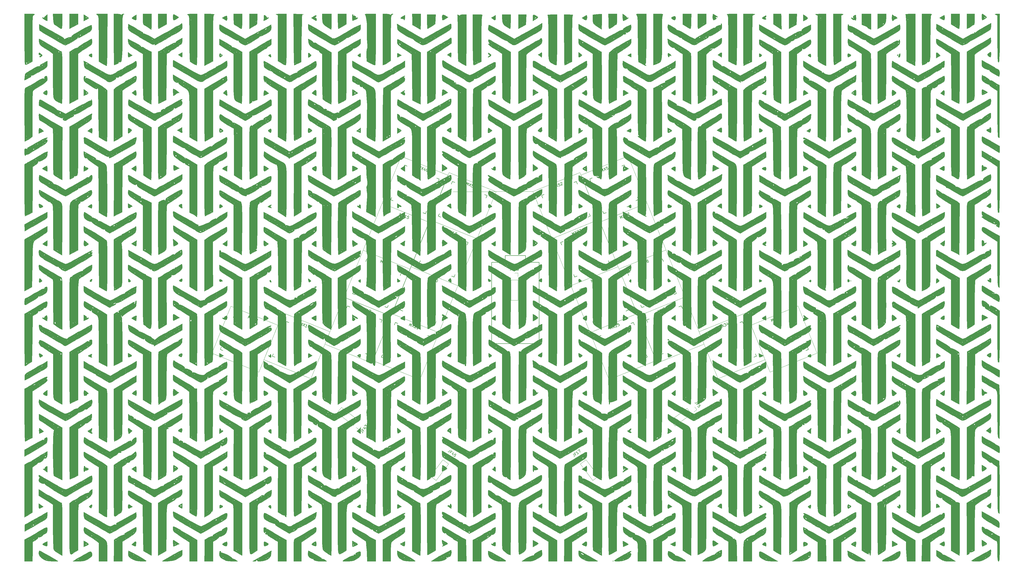
<source format=gbr>
G04 #@! TF.GenerationSoftware,KiCad,Pcbnew,(5.1.4)-1*
G04 #@! TF.CreationDate,2023-10-04T20:41:25-04:00*
G04 #@! TF.ProjectId,ThumbsUp,5468756d-6273-4557-902e-6b696361645f,rev?*
G04 #@! TF.SameCoordinates,Original*
G04 #@! TF.FileFunction,Legend,Top*
G04 #@! TF.FilePolarity,Positive*
%FSLAX46Y46*%
G04 Gerber Fmt 4.6, Leading zero omitted, Abs format (unit mm)*
G04 Created by KiCad (PCBNEW (5.1.4)-1) date 2023-10-04 20:41:25*
%MOMM*%
%LPD*%
G04 APERTURE LIST*
%ADD10C,0.120000*%
%ADD11C,0.150000*%
%ADD12C,0.010000*%
G04 APERTURE END LIST*
D10*
X-315976837Y-221400458D02*
X-345840136Y-221406494D01*
X-324230000Y-254520000D02*
X-321570000Y-254520000D01*
X-324230000Y-254520000D02*
X-324230000Y-262200000D01*
X-324230000Y-262200000D02*
X-321570000Y-262200000D01*
X-321570000Y-254520000D02*
X-321570000Y-262200000D01*
X-321570000Y-251920000D02*
X-321570000Y-253250000D01*
X-322900000Y-251920000D02*
X-321570000Y-251920000D01*
D11*
X-365256232Y-251964508D02*
X-365630838Y-252891692D01*
X-371427908Y-264570476D02*
X-370500724Y-264945082D01*
X-365256232Y-251964508D02*
X-366183416Y-251589902D01*
X-370126118Y-264017898D02*
X-370500724Y-264945082D01*
X-383481298Y-259700590D02*
X-383106692Y-258773406D01*
X-377309622Y-247094622D02*
X-378236806Y-246720016D01*
X-383481298Y-259700590D02*
X-382554114Y-260075196D01*
X-378611412Y-247647200D02*
X-378236806Y-246720016D01*
D10*
X-379580788Y-243372821D02*
X-361964295Y-250490347D01*
X-361964295Y-250490347D02*
X-369081820Y-268106840D01*
X-369081820Y-268106840D02*
X-386698314Y-260989315D01*
X-386698314Y-260989315D02*
X-379580788Y-243372821D01*
D11*
X-292586801Y-235246620D02*
X-292212195Y-236173804D01*
X-288269493Y-248601800D02*
X-287342309Y-248227194D01*
X-292586801Y-235246620D02*
X-293513985Y-235621226D01*
X-287716915Y-247300010D02*
X-287342309Y-248227194D01*
X-300322883Y-253471686D02*
X-300697489Y-252544502D01*
X-304640191Y-240116506D02*
X-305567375Y-240491112D01*
X-300322883Y-253471686D02*
X-299395699Y-253097080D01*
X-305192769Y-241418296D02*
X-305567375Y-240491112D01*
D10*
X-308859312Y-239016951D02*
X-291242819Y-231899425D01*
X-291242819Y-231899425D02*
X-284125293Y-249515919D01*
X-284125293Y-249515919D02*
X-301741787Y-256633444D01*
X-301741787Y-256633444D02*
X-308859312Y-239016951D01*
D11*
X-354484649Y-275730135D02*
X-354859255Y-276657319D01*
X-360656325Y-288336103D02*
X-359729141Y-288710709D01*
X-354484649Y-275730135D02*
X-355411833Y-275355529D01*
X-359354535Y-287783525D02*
X-359729141Y-288710709D01*
X-372709715Y-283466217D02*
X-372335109Y-282539033D01*
X-366538039Y-270860249D02*
X-367465223Y-270485643D01*
X-372709715Y-283466217D02*
X-371782531Y-283840823D01*
X-367839829Y-271412827D02*
X-367465223Y-270485643D01*
D10*
X-368809205Y-267138448D02*
X-351192712Y-274255974D01*
X-351192712Y-274255974D02*
X-358310237Y-291872467D01*
X-358310237Y-291872467D02*
X-375926731Y-284754942D01*
X-375926731Y-284754942D02*
X-368809205Y-267138448D01*
D11*
X-237499665Y-270152314D02*
X-237125059Y-271079498D01*
X-233182357Y-283507494D02*
X-232255173Y-283132888D01*
X-237499665Y-270152314D02*
X-238426849Y-270526920D01*
X-232629779Y-282205704D02*
X-232255173Y-283132888D01*
X-245235747Y-288377380D02*
X-245610353Y-287450196D01*
X-249553055Y-275022200D02*
X-250480239Y-275396806D01*
X-245235747Y-288377380D02*
X-244308563Y-288002774D01*
X-250105633Y-276323990D02*
X-250480239Y-275396806D01*
D10*
X-253772176Y-273922645D02*
X-236155683Y-266805119D01*
X-236155683Y-266805119D02*
X-229038157Y-284421613D01*
X-229038157Y-284421613D02*
X-246654651Y-291539138D01*
X-246654651Y-291539138D02*
X-253772176Y-273922645D01*
D11*
X-267478176Y-246672772D02*
X-267103570Y-247599956D01*
X-263160868Y-260027952D02*
X-262233684Y-259653346D01*
X-267478176Y-246672772D02*
X-268405360Y-247047378D01*
X-262608290Y-258726162D02*
X-262233684Y-259653346D01*
X-275214258Y-264897838D02*
X-275588864Y-263970654D01*
X-279531566Y-251542658D02*
X-280458750Y-251917264D01*
X-275214258Y-264897838D02*
X-274287074Y-264523232D01*
X-280084144Y-252844448D02*
X-280458750Y-251917264D01*
D10*
X-283750687Y-250443103D02*
X-266134194Y-243325577D01*
X-266134194Y-243325577D02*
X-259016668Y-260942071D01*
X-259016668Y-260942071D02*
X-276633162Y-268059596D01*
X-276633162Y-268059596D02*
X-283750687Y-250443103D01*
D11*
X-331410000Y-247980000D02*
X-331410000Y-278460000D01*
X-331410000Y-247980000D02*
X-326330000Y-247980000D01*
X-326330000Y-247980000D02*
X-326330000Y-245440000D01*
X-326330000Y-245440000D02*
X-318710000Y-245440000D01*
X-318710000Y-245440000D02*
X-318710000Y-247980000D01*
X-318710000Y-247980000D02*
X-313630000Y-247980000D01*
X-313630000Y-247980000D02*
X-313630000Y-278460000D01*
X-313630000Y-278460000D02*
X-331410000Y-278460000D01*
X-218010139Y-267670708D02*
X-217635533Y-268597892D01*
X-213692831Y-281025888D02*
X-212765647Y-280651282D01*
X-218010139Y-267670708D02*
X-218937323Y-268045314D01*
X-213140253Y-279724098D02*
X-212765647Y-280651282D01*
X-225746221Y-285895774D02*
X-226120827Y-284968590D01*
X-230063529Y-272540594D02*
X-230990713Y-272915200D01*
X-225746221Y-285895774D02*
X-224819037Y-285521168D01*
X-230616107Y-273842384D02*
X-230990713Y-272915200D01*
D10*
X-234282650Y-271441039D02*
X-216666157Y-264323513D01*
X-216666157Y-264323513D02*
X-209548631Y-281940007D01*
X-209548631Y-281940007D02*
X-227165125Y-289057532D01*
X-227165125Y-289057532D02*
X-234282650Y-271441039D01*
D11*
X-260360650Y-264289265D02*
X-259986044Y-265216449D01*
X-256043342Y-277644445D02*
X-255116158Y-277269839D01*
X-260360650Y-264289265D02*
X-261287834Y-264663871D01*
X-255490764Y-276342655D02*
X-255116158Y-277269839D01*
X-268096732Y-282514331D02*
X-268471338Y-281587147D01*
X-272414040Y-269159151D02*
X-273341224Y-269533757D01*
X-268096732Y-282514331D02*
X-267169548Y-282139725D01*
X-272966618Y-270460941D02*
X-273341224Y-269533757D01*
D10*
X-276633161Y-268059596D02*
X-259016668Y-260942070D01*
X-259016668Y-260942070D02*
X-251899142Y-278558564D01*
X-251899142Y-278558564D02*
X-269515636Y-285676089D01*
X-269515636Y-285676089D02*
X-276633161Y-268059596D01*
D11*
X-340249599Y-240497149D02*
X-340624205Y-241424333D01*
X-346421275Y-253103117D02*
X-345494091Y-253477723D01*
X-340249599Y-240497149D02*
X-341176783Y-240122543D01*
X-345119485Y-252550539D02*
X-345494091Y-253477723D01*
X-358474665Y-248233231D02*
X-358100059Y-247306047D01*
X-352302989Y-235627263D02*
X-353230173Y-235252657D01*
X-358474665Y-248233231D02*
X-357547481Y-248607837D01*
X-353604779Y-236179841D02*
X-353230173Y-235252657D01*
D10*
X-354574155Y-231905462D02*
X-336957662Y-239022988D01*
X-336957662Y-239022988D02*
X-344075187Y-256639481D01*
X-344075187Y-256639481D02*
X-361691681Y-249521956D01*
X-361691681Y-249521956D02*
X-354574155Y-231905462D01*
D11*
X-395336734Y-275402842D02*
X-395711340Y-276330026D01*
X-401508410Y-288008810D02*
X-400581226Y-288383416D01*
X-395336734Y-275402842D02*
X-396263918Y-275028236D01*
X-400206620Y-287456232D02*
X-400581226Y-288383416D01*
X-413561800Y-283138924D02*
X-413187194Y-282211740D01*
X-407390124Y-270532956D02*
X-408317308Y-270158350D01*
X-413561800Y-283138924D02*
X-412634616Y-283513530D01*
X-408691914Y-271085534D02*
X-408317308Y-270158350D01*
D10*
X-409661290Y-266811155D02*
X-392044797Y-273928681D01*
X-392044797Y-273928681D02*
X-399162322Y-291545174D01*
X-399162322Y-291545174D02*
X-416778816Y-284427649D01*
X-416778816Y-284427649D02*
X-409661290Y-266811155D01*
D11*
X-358138707Y-234348014D02*
X-358513313Y-235275198D01*
X-364310383Y-246953982D02*
X-363383199Y-247328588D01*
X-358138707Y-234348014D02*
X-359065891Y-233973408D01*
X-363008593Y-246401404D02*
X-363383199Y-247328588D01*
X-376363773Y-242084096D02*
X-375989167Y-241156912D01*
X-370192097Y-229478128D02*
X-371119281Y-229103522D01*
X-376363773Y-242084096D02*
X-375436589Y-242458702D01*
X-371493887Y-230030706D02*
X-371119281Y-229103522D01*
D10*
X-372463263Y-225756327D02*
X-354846770Y-232873853D01*
X-354846770Y-232873853D02*
X-361964295Y-250490346D01*
X-361964295Y-250490346D02*
X-379580789Y-243372821D01*
X-379580789Y-243372821D02*
X-372463263Y-225756327D01*
D11*
X-285469276Y-252863113D02*
X-285094670Y-253790297D01*
X-281151968Y-266218293D02*
X-280224784Y-265843687D01*
X-285469276Y-252863113D02*
X-286396460Y-253237719D01*
X-280599390Y-264916503D02*
X-280224784Y-265843687D01*
X-293205358Y-271088179D02*
X-293579964Y-270160995D01*
X-297522666Y-257732999D02*
X-298449850Y-258107605D01*
X-293205358Y-271088179D02*
X-292278174Y-270713573D01*
X-298075244Y-259034789D02*
X-298449850Y-258107605D01*
D10*
X-301741787Y-256633444D02*
X-284125294Y-249515918D01*
X-284125294Y-249515918D02*
X-277007768Y-267132412D01*
X-277007768Y-267132412D02*
X-294624262Y-274249937D01*
X-294624262Y-274249937D02*
X-301741787Y-256633444D01*
D11*
X-347367124Y-258113642D02*
X-347741730Y-259040826D01*
X-353538800Y-270719610D02*
X-352611616Y-271094216D01*
X-347367124Y-258113642D02*
X-348294308Y-257739036D01*
X-352237010Y-270167032D02*
X-352611616Y-271094216D01*
X-365592190Y-265849724D02*
X-365217584Y-264922540D01*
X-359420514Y-253243756D02*
X-360347698Y-252869150D01*
X-365592190Y-265849724D02*
X-364665006Y-266224330D01*
X-360722304Y-253796334D02*
X-360347698Y-252869150D01*
D10*
X-361691680Y-249521955D02*
X-344075187Y-256639481D01*
X-344075187Y-256639481D02*
X-351192712Y-274255974D01*
X-351192712Y-274255974D02*
X-368809206Y-267138449D01*
X-368809206Y-267138449D02*
X-361691680Y-249521955D01*
D11*
X-278351750Y-270479607D02*
X-277977144Y-271406791D01*
X-274034442Y-283834787D02*
X-273107258Y-283460181D01*
X-278351750Y-270479607D02*
X-279278934Y-270854213D01*
X-273481864Y-282532997D02*
X-273107258Y-283460181D01*
X-286087832Y-288704673D02*
X-286462438Y-287777489D01*
X-290405140Y-275349493D02*
X-291332324Y-275724099D01*
X-286087832Y-288704673D02*
X-285160648Y-288330067D01*
X-290957718Y-276651283D02*
X-291332324Y-275724099D01*
D10*
X-294624261Y-274249938D02*
X-277007768Y-267132412D01*
X-277007768Y-267132412D02*
X-269890242Y-284748906D01*
X-269890242Y-284748906D02*
X-287506736Y-291866431D01*
X-287506736Y-291866431D02*
X-294624261Y-274249938D01*
D11*
X-372475749Y-269539794D02*
X-372850355Y-270466978D01*
X-378647425Y-282145762D02*
X-377720241Y-282520368D01*
X-372475749Y-269539794D02*
X-373402933Y-269165188D01*
X-377345635Y-281593184D02*
X-377720241Y-282520368D01*
X-390700815Y-277275876D02*
X-390326209Y-276348692D01*
X-384529139Y-264669908D02*
X-385456323Y-264295302D01*
X-390700815Y-277275876D02*
X-389773631Y-277650482D01*
X-385830929Y-265222486D02*
X-385456323Y-264295302D01*
D10*
X-386800305Y-260948107D02*
X-369183812Y-268065633D01*
X-369183812Y-268065633D02*
X-376301337Y-285682126D01*
X-376301337Y-285682126D02*
X-393917831Y-278564601D01*
X-393917831Y-278564601D02*
X-386800305Y-260948107D01*
D11*
X-274595701Y-229056279D02*
X-274221095Y-229983463D01*
X-270278393Y-242411459D02*
X-269351209Y-242036853D01*
X-274595701Y-229056279D02*
X-275522885Y-229430885D01*
X-269725815Y-241109669D02*
X-269351209Y-242036853D01*
X-282331783Y-247281345D02*
X-282706389Y-246354161D01*
X-286649091Y-233926165D02*
X-287576275Y-234300771D01*
X-282331783Y-247281345D02*
X-281404599Y-246906739D01*
X-287201669Y-235227955D02*
X-287576275Y-234300771D01*
D10*
X-290868212Y-232826610D02*
X-273251719Y-225709084D01*
X-273251719Y-225709084D02*
X-266134193Y-243325578D01*
X-266134193Y-243325578D02*
X-283750687Y-250443103D01*
X-283750687Y-250443103D02*
X-290868212Y-232826610D01*
D11*
X-414826261Y-272921236D02*
X-415200867Y-273848420D01*
X-420997937Y-285527204D02*
X-420070753Y-285901810D01*
X-414826261Y-272921236D02*
X-415753445Y-272546630D01*
X-419696147Y-284974626D02*
X-420070753Y-285901810D01*
X-433051327Y-280657318D02*
X-432676721Y-279730134D01*
X-426879651Y-268051350D02*
X-427806835Y-267676744D01*
X-433051327Y-280657318D02*
X-432124143Y-281031924D01*
X-428181441Y-268603928D02*
X-427806835Y-267676744D01*
D10*
X-429150817Y-264329549D02*
X-411534324Y-271447075D01*
X-411534324Y-271447075D02*
X-418651849Y-289063568D01*
X-418651849Y-289063568D02*
X-436268343Y-281946043D01*
X-436268343Y-281946043D02*
X-429150817Y-264329549D01*
D11*
X-351021182Y-216731521D02*
X-351395788Y-217658705D01*
X-357192858Y-229337489D02*
X-356265674Y-229712095D01*
X-351021182Y-216731521D02*
X-351948366Y-216356915D01*
X-355891068Y-228784911D02*
X-356265674Y-229712095D01*
X-369246248Y-224467603D02*
X-368871642Y-223540419D01*
X-363074572Y-211861635D02*
X-364001756Y-211487029D01*
X-369246248Y-224467603D02*
X-368319064Y-224842209D01*
X-364376362Y-212414213D02*
X-364001756Y-211487029D01*
D10*
X-365345738Y-208139834D02*
X-347729245Y-215257360D01*
X-347729245Y-215257360D02*
X-354846770Y-232873853D01*
X-354846770Y-232873853D02*
X-372463264Y-225756328D01*
X-372463264Y-225756328D02*
X-365345738Y-208139834D01*
D11*
X-333132073Y-222880655D02*
X-333506679Y-223807839D01*
X-339303749Y-235486623D02*
X-338376565Y-235861229D01*
X-333132073Y-222880655D02*
X-334059257Y-222506049D01*
X-338001959Y-234934045D02*
X-338376565Y-235861229D01*
X-351357139Y-230616737D02*
X-350982533Y-229689553D01*
X-345185463Y-218010769D02*
X-346112647Y-217636163D01*
X-351357139Y-230616737D02*
X-350429955Y-230991343D01*
X-346487253Y-218563347D02*
X-346112647Y-217636163D01*
D10*
X-347456629Y-214288968D02*
X-329840136Y-221406494D01*
X-329840136Y-221406494D02*
X-336957661Y-239022987D01*
X-336957661Y-239022987D02*
X-354574155Y-231905462D01*
X-354574155Y-231905462D02*
X-347456629Y-214288968D01*
D11*
X-299704326Y-217630127D02*
X-299329720Y-218557311D01*
X-295387018Y-230985307D02*
X-294459834Y-230610701D01*
X-299704326Y-217630127D02*
X-300631510Y-218004733D01*
X-294834440Y-229683517D02*
X-294459834Y-230610701D01*
X-307440408Y-235855193D02*
X-307815014Y-234928009D01*
X-311757716Y-222500013D02*
X-312684900Y-222874619D01*
X-307440408Y-235855193D02*
X-306513224Y-235480587D01*
X-312310294Y-223801803D02*
X-312684900Y-222874619D01*
D10*
X-315976837Y-221400458D02*
X-298360344Y-214282932D01*
X-298360344Y-214282932D02*
X-291242818Y-231899426D01*
X-291242818Y-231899426D02*
X-308859312Y-239016951D01*
X-308859312Y-239016951D02*
X-315976837Y-221400458D01*
D11*
X-281713226Y-211439786D02*
X-281338620Y-212366970D01*
X-277395918Y-224794966D02*
X-276468734Y-224420360D01*
X-281713226Y-211439786D02*
X-282640410Y-211814392D01*
X-276843340Y-223493176D02*
X-276468734Y-224420360D01*
X-289449308Y-229664852D02*
X-289823914Y-228737668D01*
X-293766616Y-216309672D02*
X-294693800Y-216684278D01*
X-289449308Y-229664852D02*
X-288522124Y-229290246D01*
X-294319194Y-217611462D02*
X-294693800Y-216684278D01*
D10*
X-297985737Y-215210117D02*
X-280369244Y-208092591D01*
X-280369244Y-208092591D02*
X-273251718Y-225709085D01*
X-273251718Y-225709085D02*
X-290868212Y-232826610D01*
X-290868212Y-232826610D02*
X-297985737Y-215210117D01*
X-298697679Y-320690931D02*
X-297635494Y-319890517D01*
X-297635494Y-319890517D02*
X-296835080Y-320952702D01*
X-296070775Y-321966969D02*
X-291448835Y-328100490D01*
X-293573206Y-329701318D02*
X-291448835Y-328100490D01*
X-298195145Y-323567797D02*
X-293573206Y-329701318D01*
X-298195145Y-323567797D02*
X-296070775Y-321966969D01*
X-347099383Y-320690307D02*
X-346037198Y-321490721D01*
X-346037198Y-321490721D02*
X-346837612Y-322552906D01*
X-347601917Y-323567173D02*
X-352223856Y-329700694D01*
X-354348227Y-328099866D02*
X-352223856Y-329700694D01*
X-349726287Y-321966345D02*
X-354348227Y-328099866D01*
X-349726287Y-321966345D02*
X-347601917Y-323567173D01*
X-255383447Y-302103403D02*
X-254583033Y-303165588D01*
X-254583033Y-303165588D02*
X-255645218Y-303966002D01*
X-256659485Y-304730307D02*
X-262793006Y-309352247D01*
X-264393834Y-307227876D02*
X-262793006Y-309352247D01*
X-258260313Y-302605937D02*
X-264393834Y-307227876D01*
X-258260313Y-302605937D02*
X-256659485Y-304730307D01*
X-380337815Y-309550414D02*
X-381138229Y-310612599D01*
X-381138229Y-310612599D02*
X-382200414Y-309812185D01*
X-383214681Y-309047880D02*
X-389348202Y-304425941D01*
X-387747374Y-302301570D02*
X-389348202Y-304425941D01*
X-381613853Y-306923510D02*
X-387747374Y-302301570D01*
X-381613853Y-306923510D02*
X-383214681Y-309047880D01*
D12*
G36*
X-147373805Y-154879063D02*
G01*
X-146854130Y-155229074D01*
X-146342560Y-155637162D01*
X-146028354Y-155959928D01*
X-146000000Y-156027928D01*
X-146204405Y-156264717D01*
X-146683102Y-156614346D01*
X-147234312Y-156946141D01*
X-147656253Y-157129425D01*
X-147712305Y-157136842D01*
X-147807324Y-156897695D01*
X-147864294Y-156292674D01*
X-147868866Y-156067369D01*
X-146935789Y-156067369D01*
X-146914591Y-156313744D01*
X-146817884Y-156334737D01*
X-146545618Y-156140651D01*
X-146534737Y-156067369D01*
X-146625959Y-155806952D01*
X-146652642Y-155800000D01*
X-146880913Y-155987355D01*
X-146935789Y-156067369D01*
X-147868866Y-156067369D01*
X-147871579Y-155933684D01*
X-147839925Y-155215913D01*
X-147759843Y-154785553D01*
X-147712326Y-154730527D01*
X-147373805Y-154879063D01*
X-147373805Y-154879063D01*
G37*
X-147373805Y-154879063D02*
X-146854130Y-155229074D01*
X-146342560Y-155637162D01*
X-146028354Y-155959928D01*
X-146000000Y-156027928D01*
X-146204405Y-156264717D01*
X-146683102Y-156614346D01*
X-147234312Y-156946141D01*
X-147656253Y-157129425D01*
X-147712305Y-157136842D01*
X-147807324Y-156897695D01*
X-147864294Y-156292674D01*
X-147868866Y-156067369D01*
X-146935789Y-156067369D01*
X-146914591Y-156313744D01*
X-146817884Y-156334737D01*
X-146545618Y-156140651D01*
X-146534737Y-156067369D01*
X-146625959Y-155806952D01*
X-146652642Y-155800000D01*
X-146880913Y-155987355D01*
X-146935789Y-156067369D01*
X-147868866Y-156067369D01*
X-147871579Y-155933684D01*
X-147839925Y-155215913D01*
X-147759843Y-154785553D01*
X-147712326Y-154730527D01*
X-147373805Y-154879063D01*
G36*
X-161817816Y-155500642D02*
G01*
X-161775816Y-156079310D01*
X-161774737Y-156201053D01*
X-161813063Y-156845641D01*
X-162004230Y-157078302D01*
X-162462519Y-156947965D01*
X-162941508Y-156700588D01*
X-163707227Y-156285744D01*
X-163567964Y-156201053D01*
X-162844210Y-156201053D01*
X-162710526Y-156334737D01*
X-162576842Y-156201053D01*
X-162710526Y-156067369D01*
X-162844210Y-156201053D01*
X-163567964Y-156201053D01*
X-162868204Y-155775504D01*
X-162287056Y-155441135D01*
X-161929716Y-155270787D01*
X-161901959Y-155265263D01*
X-161817816Y-155500642D01*
X-161817816Y-155500642D01*
G37*
X-161817816Y-155500642D02*
X-161775816Y-156079310D01*
X-161774737Y-156201053D01*
X-161813063Y-156845641D01*
X-162004230Y-157078302D01*
X-162462519Y-156947965D01*
X-162941508Y-156700588D01*
X-163707227Y-156285744D01*
X-163567964Y-156201053D01*
X-162844210Y-156201053D01*
X-162710526Y-156334737D01*
X-162576842Y-156201053D01*
X-162710526Y-156067369D01*
X-162844210Y-156201053D01*
X-163567964Y-156201053D01*
X-162868204Y-155775504D01*
X-162287056Y-155441135D01*
X-161929716Y-155270787D01*
X-161901959Y-155265263D01*
X-161817816Y-155500642D01*
G36*
X-228657225Y-155425353D02*
G01*
X-228616842Y-155651200D01*
X-228791037Y-156018366D01*
X-228951053Y-156071463D01*
X-229120644Y-156143357D01*
X-228918464Y-156307909D01*
X-228614407Y-156628383D01*
X-228742990Y-156833781D01*
X-229203193Y-156842969D01*
X-229485789Y-156763559D01*
X-230054545Y-156508627D01*
X-230151523Y-156260146D01*
X-229770869Y-155925735D01*
X-229418947Y-155708847D01*
X-228881319Y-155421716D01*
X-228657225Y-155425353D01*
X-228657225Y-155425353D01*
G37*
X-228657225Y-155425353D02*
X-228616842Y-155651200D01*
X-228791037Y-156018366D01*
X-228951053Y-156071463D01*
X-229120644Y-156143357D01*
X-228918464Y-156307909D01*
X-228614407Y-156628383D01*
X-228742990Y-156833781D01*
X-229203193Y-156842969D01*
X-229485789Y-156763559D01*
X-230054545Y-156508627D01*
X-230151523Y-156260146D01*
X-229770869Y-155925735D01*
X-229418947Y-155708847D01*
X-228881319Y-155421716D01*
X-228657225Y-155425353D01*
G36*
X-248232466Y-154870713D02*
G01*
X-247674360Y-155224636D01*
X-247385289Y-155422721D01*
X-246859842Y-155826317D01*
X-246801692Y-155974553D01*
X-246998421Y-155939441D01*
X-247475193Y-155901782D01*
X-247600000Y-156049351D01*
X-247390872Y-156317303D01*
X-247281529Y-156334737D01*
X-247199487Y-156441741D01*
X-247433907Y-156685071D01*
X-247830069Y-156948204D01*
X-248233257Y-157114615D01*
X-248335263Y-157128339D01*
X-248568849Y-156880275D01*
X-248666732Y-156135804D01*
X-248669474Y-155933684D01*
X-248640081Y-155215895D01*
X-248565719Y-154785539D01*
X-248521604Y-154730527D01*
X-248232466Y-154870713D01*
X-248232466Y-154870713D01*
G37*
X-248232466Y-154870713D02*
X-247674360Y-155224636D01*
X-247385289Y-155422721D01*
X-246859842Y-155826317D01*
X-246801692Y-155974553D01*
X-246998421Y-155939441D01*
X-247475193Y-155901782D01*
X-247600000Y-156049351D01*
X-247390872Y-156317303D01*
X-247281529Y-156334737D01*
X-247199487Y-156441741D01*
X-247433907Y-156685071D01*
X-247830069Y-156948204D01*
X-248233257Y-157114615D01*
X-248335263Y-157128339D01*
X-248568849Y-156880275D01*
X-248666732Y-156135804D01*
X-248669474Y-155933684D01*
X-248640081Y-155215895D01*
X-248565719Y-154785539D01*
X-248521604Y-154730527D01*
X-248232466Y-154870713D01*
G36*
X-262550963Y-155807209D02*
G01*
X-262497233Y-156414852D01*
X-262503164Y-156447348D01*
X-262640855Y-156952176D01*
X-262890031Y-157080780D01*
X-263412738Y-156888050D01*
X-263575263Y-156810521D01*
X-264088814Y-156456954D01*
X-264073092Y-156116262D01*
X-263621213Y-155788819D01*
X-262945898Y-155586590D01*
X-262550963Y-155807209D01*
X-262550963Y-155807209D01*
G37*
X-262550963Y-155807209D02*
X-262497233Y-156414852D01*
X-262503164Y-156447348D01*
X-262640855Y-156952176D01*
X-262890031Y-157080780D01*
X-263412738Y-156888050D01*
X-263575263Y-156810521D01*
X-264088814Y-156456954D01*
X-264073092Y-156116262D01*
X-263621213Y-155788819D01*
X-262945898Y-155586590D01*
X-262550963Y-155807209D01*
G36*
X-295769395Y-155500642D02*
G01*
X-295727395Y-156079310D01*
X-295726316Y-156201053D01*
X-295822833Y-156892256D01*
X-296141708Y-157119641D01*
X-296726925Y-156900303D01*
X-296978896Y-156735790D01*
X-296261053Y-156735790D01*
X-296127368Y-156869474D01*
X-295993684Y-156735790D01*
X-296127368Y-156602105D01*
X-296261053Y-156735790D01*
X-296978896Y-156735790D01*
X-297024955Y-156705718D01*
X-297640471Y-156274594D01*
X-296810615Y-155769929D01*
X-296232676Y-155437712D01*
X-295879179Y-155270131D01*
X-295853538Y-155265263D01*
X-295769395Y-155500642D01*
X-295769395Y-155500642D01*
G37*
X-295769395Y-155500642D02*
X-295727395Y-156079310D01*
X-295726316Y-156201053D01*
X-295822833Y-156892256D01*
X-296141708Y-157119641D01*
X-296726925Y-156900303D01*
X-296978896Y-156735790D01*
X-296261053Y-156735790D01*
X-296127368Y-156869474D01*
X-295993684Y-156735790D01*
X-296127368Y-156602105D01*
X-296261053Y-156735790D01*
X-296978896Y-156735790D01*
X-297024955Y-156705718D01*
X-297640471Y-156274594D01*
X-296810615Y-155769929D01*
X-296232676Y-155437712D01*
X-295879179Y-155270131D01*
X-295853538Y-155265263D01*
X-295769395Y-155500642D01*
G36*
X-329949474Y-156185937D02*
G01*
X-330017325Y-156886790D01*
X-330265120Y-157100254D01*
X-330759221Y-156856688D01*
X-331003681Y-156668231D01*
X-331582391Y-156199620D01*
X-330765932Y-155717326D01*
X-329949474Y-155235031D01*
X-329949474Y-156185937D01*
X-329949474Y-156185937D01*
G37*
X-329949474Y-156185937D02*
X-330017325Y-156886790D01*
X-330265120Y-157100254D01*
X-330759221Y-156856688D01*
X-331003681Y-156668231D01*
X-331582391Y-156199620D01*
X-330765932Y-155717326D01*
X-329949474Y-155235031D01*
X-329949474Y-156185937D01*
G36*
X-349266416Y-155160285D02*
G01*
X-348633126Y-155513088D01*
X-347785959Y-156028281D01*
X-348693506Y-156581562D01*
X-349318499Y-156934563D01*
X-349745256Y-157125080D01*
X-349801579Y-157135843D01*
X-349927173Y-156899169D01*
X-349997006Y-156306744D01*
X-350002105Y-156067369D01*
X-349950941Y-155343884D01*
X-349736291Y-155053904D01*
X-349266416Y-155160285D01*
X-349266416Y-155160285D01*
G37*
X-349266416Y-155160285D02*
X-348633126Y-155513088D01*
X-347785959Y-156028281D01*
X-348693506Y-156581562D01*
X-349318499Y-156934563D01*
X-349745256Y-157125080D01*
X-349801579Y-157135843D01*
X-349927173Y-156899169D01*
X-349997006Y-156306744D01*
X-350002105Y-156067369D01*
X-349950941Y-155343884D01*
X-349736291Y-155053904D01*
X-349266416Y-155160285D01*
G36*
X-363905263Y-156205378D02*
G01*
X-363976670Y-156822126D01*
X-364152159Y-157129188D01*
X-364188411Y-157136842D01*
X-364348093Y-156973042D01*
X-364306316Y-156869474D01*
X-364399714Y-156670031D01*
X-364809494Y-156602105D01*
X-365442207Y-156511884D01*
X-365576005Y-156270260D01*
X-365209900Y-155920793D01*
X-364829602Y-155714701D01*
X-363905263Y-155273915D01*
X-363905263Y-156205378D01*
X-363905263Y-156205378D01*
G37*
X-363905263Y-156205378D02*
X-363976670Y-156822126D01*
X-364152159Y-157129188D01*
X-364188411Y-157136842D01*
X-364348093Y-156973042D01*
X-364306316Y-156869474D01*
X-364399714Y-156670031D01*
X-364809494Y-156602105D01*
X-365442207Y-156511884D01*
X-365576005Y-156270260D01*
X-365209900Y-155920793D01*
X-364829602Y-155714701D01*
X-363905263Y-155273915D01*
X-363905263Y-156205378D01*
G36*
X-450352949Y-154964017D02*
G01*
X-449825592Y-155210081D01*
X-449244589Y-155553771D01*
X-448798684Y-155885733D01*
X-448666053Y-156067369D01*
X-448874970Y-156279397D01*
X-449372151Y-156599726D01*
X-449958862Y-156915797D01*
X-450436371Y-157115051D01*
X-450554299Y-157136842D01*
X-450710872Y-156900259D01*
X-450795262Y-156312135D01*
X-450800000Y-156111930D01*
X-450761285Y-155410318D01*
X-450665459Y-154967387D01*
X-450637914Y-154924932D01*
X-450352949Y-154964017D01*
X-450352949Y-154964017D01*
G37*
X-450352949Y-154964017D02*
X-449825592Y-155210081D01*
X-449244589Y-155553771D01*
X-448798684Y-155885733D01*
X-448666053Y-156067369D01*
X-448874970Y-156279397D01*
X-449372151Y-156599726D01*
X-449958862Y-156915797D01*
X-450436371Y-157115051D01*
X-450554299Y-157136842D01*
X-450710872Y-156900259D01*
X-450795262Y-156312135D01*
X-450800000Y-156111930D01*
X-450761285Y-155410318D01*
X-450665459Y-154967387D01*
X-450637914Y-154924932D01*
X-450352949Y-154964017D01*
G36*
X-464505418Y-156101267D02*
G01*
X-464538785Y-156808388D01*
X-464776297Y-157075828D01*
X-465311098Y-156955730D01*
X-465705789Y-156773245D01*
X-466162905Y-156506232D01*
X-466231623Y-156266469D01*
X-465884210Y-155941879D01*
X-465423731Y-155633372D01*
X-464546714Y-155065692D01*
X-464505418Y-156101267D01*
X-464505418Y-156101267D01*
G37*
X-464505418Y-156101267D02*
X-464538785Y-156808388D01*
X-464776297Y-157075828D01*
X-465311098Y-156955730D01*
X-465705789Y-156773245D01*
X-466162905Y-156506232D01*
X-466231623Y-156266469D01*
X-465884210Y-155941879D01*
X-465423731Y-155633372D01*
X-464546714Y-155065692D01*
X-464505418Y-156101267D01*
G36*
X-181033033Y-155201356D02*
G01*
X-181025263Y-155265263D01*
X-180813395Y-155519365D01*
X-180691053Y-155541135D01*
X-180226824Y-155698663D01*
X-179849372Y-155933759D01*
X-179521444Y-156225273D01*
X-179621520Y-156407842D01*
X-180023927Y-156577185D01*
X-180596220Y-156868979D01*
X-180881386Y-157120350D01*
X-181192608Y-157411008D01*
X-181425540Y-157211750D01*
X-181548604Y-156565356D01*
X-181560000Y-156201053D01*
X-181025263Y-156201053D01*
X-180891579Y-156334737D01*
X-180757895Y-156201053D01*
X-180891579Y-156067369D01*
X-181025263Y-156201053D01*
X-181560000Y-156201053D01*
X-181506895Y-155483518D01*
X-181372535Y-155053102D01*
X-181292631Y-154997895D01*
X-181033033Y-155201356D01*
X-181033033Y-155201356D01*
G37*
X-181033033Y-155201356D02*
X-181025263Y-155265263D01*
X-180813395Y-155519365D01*
X-180691053Y-155541135D01*
X-180226824Y-155698663D01*
X-179849372Y-155933759D01*
X-179521444Y-156225273D01*
X-179621520Y-156407842D01*
X-180023927Y-156577185D01*
X-180596220Y-156868979D01*
X-180881386Y-157120350D01*
X-181192608Y-157411008D01*
X-181425540Y-157211750D01*
X-181548604Y-156565356D01*
X-181560000Y-156201053D01*
X-181025263Y-156201053D01*
X-180891579Y-156334737D01*
X-180757895Y-156201053D01*
X-180891579Y-156067369D01*
X-181025263Y-156201053D01*
X-181560000Y-156201053D01*
X-181506895Y-155483518D01*
X-181372535Y-155053102D01*
X-181292631Y-154997895D01*
X-181033033Y-155201356D01*
G36*
X-195049464Y-155250101D02*
G01*
X-194977149Y-155662087D01*
X-194955712Y-156449892D01*
X-195007580Y-156939992D01*
X-195105951Y-157268571D01*
X-195159379Y-157187905D01*
X-195336877Y-156962554D01*
X-195452282Y-156996436D01*
X-195844760Y-156985939D01*
X-196360180Y-156745268D01*
X-196740793Y-156415072D01*
X-196800000Y-156261015D01*
X-196603226Y-156209046D01*
X-196198421Y-156369104D01*
X-195794192Y-156563108D01*
X-195791332Y-156463337D01*
X-195943799Y-156268915D01*
X-196125602Y-155912930D01*
X-196050031Y-155800000D01*
X-195730526Y-155800000D01*
X-195632700Y-156020075D01*
X-195552281Y-155978246D01*
X-195520282Y-155660942D01*
X-195552281Y-155621755D01*
X-195711231Y-155658456D01*
X-195730526Y-155800000D01*
X-196050031Y-155800000D01*
X-195911578Y-155593103D01*
X-195676430Y-155415131D01*
X-195232687Y-155142223D01*
X-195049464Y-155250101D01*
X-195049464Y-155250101D01*
G37*
X-195049464Y-155250101D02*
X-194977149Y-155662087D01*
X-194955712Y-156449892D01*
X-195007580Y-156939992D01*
X-195105951Y-157268571D01*
X-195159379Y-157187905D01*
X-195336877Y-156962554D01*
X-195452282Y-156996436D01*
X-195844760Y-156985939D01*
X-196360180Y-156745268D01*
X-196740793Y-156415072D01*
X-196800000Y-156261015D01*
X-196603226Y-156209046D01*
X-196198421Y-156369104D01*
X-195794192Y-156563108D01*
X-195791332Y-156463337D01*
X-195943799Y-156268915D01*
X-196125602Y-155912930D01*
X-196050031Y-155800000D01*
X-195730526Y-155800000D01*
X-195632700Y-156020075D01*
X-195552281Y-155978246D01*
X-195520282Y-155660942D01*
X-195552281Y-155621755D01*
X-195711231Y-155658456D01*
X-195730526Y-155800000D01*
X-196050031Y-155800000D01*
X-195911578Y-155593103D01*
X-195676430Y-155415131D01*
X-195232687Y-155142223D01*
X-195049464Y-155250101D01*
G36*
X-213800194Y-155591786D02*
G01*
X-213198161Y-156045919D01*
X-213069778Y-156388122D01*
X-213425230Y-156731085D01*
X-213928533Y-157011926D01*
X-214713684Y-157417943D01*
X-214713684Y-154992979D01*
X-213800194Y-155591786D01*
X-213800194Y-155591786D01*
G37*
X-213800194Y-155591786D02*
X-213198161Y-156045919D01*
X-213069778Y-156388122D01*
X-213425230Y-156731085D01*
X-213928533Y-157011926D01*
X-214713684Y-157417943D01*
X-214713684Y-154992979D01*
X-213800194Y-155591786D01*
G36*
X-281555789Y-155307540D02*
G01*
X-281032287Y-155751378D01*
X-280763253Y-156090483D01*
X-280753684Y-156133429D01*
X-280586901Y-156246016D01*
X-280486316Y-156201053D01*
X-280239667Y-156183410D01*
X-280221033Y-156252116D01*
X-280466272Y-156525604D01*
X-281152580Y-156921181D01*
X-282023684Y-157319787D01*
X-282232351Y-157244379D01*
X-282337097Y-156749793D01*
X-282357895Y-156087970D01*
X-282357895Y-155800000D01*
X-282090526Y-155800000D01*
X-281992700Y-156020075D01*
X-281912281Y-155978246D01*
X-281880282Y-155660942D01*
X-281912281Y-155621755D01*
X-282071231Y-155658456D01*
X-282090526Y-155800000D01*
X-282357895Y-155800000D01*
X-282357895Y-154714519D01*
X-281555789Y-155307540D01*
X-281555789Y-155307540D01*
G37*
X-281555789Y-155307540D02*
X-281032287Y-155751378D01*
X-280763253Y-156090483D01*
X-280753684Y-156133429D01*
X-280586901Y-156246016D01*
X-280486316Y-156201053D01*
X-280239667Y-156183410D01*
X-280221033Y-156252116D01*
X-280466272Y-156525604D01*
X-281152580Y-156921181D01*
X-282023684Y-157319787D01*
X-282232351Y-157244379D01*
X-282337097Y-156749793D01*
X-282357895Y-156087970D01*
X-282357895Y-155800000D01*
X-282090526Y-155800000D01*
X-281992700Y-156020075D01*
X-281912281Y-155978246D01*
X-281880282Y-155660942D01*
X-281912281Y-155621755D01*
X-282071231Y-155658456D01*
X-282090526Y-155800000D01*
X-282357895Y-155800000D01*
X-282357895Y-154714519D01*
X-281555789Y-155307540D01*
G36*
X-315334594Y-155147850D02*
G01*
X-314708787Y-155493961D01*
X-314256329Y-155794574D01*
X-314121386Y-156036426D01*
X-314345121Y-156319617D01*
X-314968697Y-156744245D01*
X-315311053Y-156958525D01*
X-316046316Y-157416538D01*
X-316046316Y-156492768D01*
X-315511579Y-156492768D01*
X-315309179Y-156495422D01*
X-315110526Y-156431425D01*
X-314756300Y-156150919D01*
X-314709474Y-156006025D01*
X-314868448Y-155917471D01*
X-315110526Y-156067369D01*
X-315442570Y-156383747D01*
X-315511579Y-156492768D01*
X-316046316Y-156492768D01*
X-316046316Y-156207216D01*
X-315998302Y-155400611D01*
X-315792128Y-155064056D01*
X-315334594Y-155147850D01*
X-315334594Y-155147850D01*
G37*
X-315334594Y-155147850D02*
X-314708787Y-155493961D01*
X-314256329Y-155794574D01*
X-314121386Y-156036426D01*
X-314345121Y-156319617D01*
X-314968697Y-156744245D01*
X-315311053Y-156958525D01*
X-316046316Y-157416538D01*
X-316046316Y-156492768D01*
X-315511579Y-156492768D01*
X-315309179Y-156495422D01*
X-315110526Y-156431425D01*
X-314756300Y-156150919D01*
X-314709474Y-156006025D01*
X-314868448Y-155917471D01*
X-315110526Y-156067369D01*
X-315442570Y-156383747D01*
X-315511579Y-156492768D01*
X-316046316Y-156492768D01*
X-316046316Y-156207216D01*
X-315998302Y-155400611D01*
X-315792128Y-155064056D01*
X-315334594Y-155147850D01*
G36*
X-383277708Y-155205396D02*
G01*
X-383327978Y-155350580D01*
X-383376653Y-155527957D01*
X-383297185Y-155475197D01*
X-382923893Y-155435221D01*
X-382549777Y-155570777D01*
X-382198704Y-155830623D01*
X-382313771Y-156061858D01*
X-382384405Y-156113622D01*
X-382533126Y-156268710D01*
X-382208613Y-156215884D01*
X-382153158Y-156200550D01*
X-381661468Y-156136502D01*
X-381579452Y-156286615D01*
X-381872893Y-156566877D01*
X-382420526Y-156857027D01*
X-383058321Y-157136458D01*
X-383466663Y-157326680D01*
X-383490000Y-157338977D01*
X-383602201Y-157163442D01*
X-383674975Y-156594796D01*
X-383690526Y-156073870D01*
X-383644169Y-155246795D01*
X-383513156Y-154869534D01*
X-383418797Y-154866906D01*
X-383277708Y-155205396D01*
X-383277708Y-155205396D01*
G37*
X-383277708Y-155205396D02*
X-383327978Y-155350580D01*
X-383376653Y-155527957D01*
X-383297185Y-155475197D01*
X-382923893Y-155435221D01*
X-382549777Y-155570777D01*
X-382198704Y-155830623D01*
X-382313771Y-156061858D01*
X-382384405Y-156113622D01*
X-382533126Y-156268710D01*
X-382208613Y-156215884D01*
X-382153158Y-156200550D01*
X-381661468Y-156136502D01*
X-381579452Y-156286615D01*
X-381872893Y-156566877D01*
X-382420526Y-156857027D01*
X-383058321Y-157136458D01*
X-383466663Y-157326680D01*
X-383490000Y-157338977D01*
X-383602201Y-157163442D01*
X-383674975Y-156594796D01*
X-383690526Y-156073870D01*
X-383644169Y-155246795D01*
X-383513156Y-154869534D01*
X-383418797Y-154866906D01*
X-383277708Y-155205396D01*
G36*
X-397075343Y-155571285D02*
G01*
X-397471453Y-155998570D01*
X-397490052Y-156013182D01*
X-397811232Y-156285619D01*
X-397706883Y-156303786D01*
X-397526842Y-156245414D01*
X-397172865Y-156240858D01*
X-397060606Y-156640723D01*
X-397058947Y-156744181D01*
X-397065493Y-157197057D01*
X-397168838Y-157345194D01*
X-397494549Y-157199448D01*
X-398072483Y-156831810D01*
X-398952334Y-156268418D01*
X-398072483Y-155661386D01*
X-397465989Y-155348253D01*
X-397103565Y-155336366D01*
X-397075343Y-155571285D01*
X-397075343Y-155571285D01*
G37*
X-397075343Y-155571285D02*
X-397471453Y-155998570D01*
X-397490052Y-156013182D01*
X-397811232Y-156285619D01*
X-397706883Y-156303786D01*
X-397526842Y-156245414D01*
X-397172865Y-156240858D01*
X-397060606Y-156640723D01*
X-397058947Y-156744181D01*
X-397065493Y-157197057D01*
X-397168838Y-157345194D01*
X-397494549Y-157199448D01*
X-398072483Y-156831810D01*
X-398952334Y-156268418D01*
X-398072483Y-155661386D01*
X-397465989Y-155348253D01*
X-397103565Y-155336366D01*
X-397075343Y-155571285D01*
G36*
X-416419901Y-155270011D02*
G01*
X-416144495Y-155444039D01*
X-415734452Y-155813873D01*
X-415657235Y-156093552D01*
X-415591101Y-156217943D01*
X-415387571Y-156169385D01*
X-415002359Y-156092393D01*
X-414976676Y-156247362D01*
X-415247455Y-156538601D01*
X-415751628Y-156870420D01*
X-415898481Y-156944572D01*
X-416824330Y-157386079D01*
X-416800680Y-156207833D01*
X-416772634Y-155487539D01*
X-416672975Y-155206670D01*
X-416419901Y-155270011D01*
X-416419901Y-155270011D01*
G37*
X-416419901Y-155270011D02*
X-416144495Y-155444039D01*
X-415734452Y-155813873D01*
X-415657235Y-156093552D01*
X-415591101Y-156217943D01*
X-415387571Y-156169385D01*
X-415002359Y-156092393D01*
X-414976676Y-156247362D01*
X-415247455Y-156538601D01*
X-415751628Y-156870420D01*
X-415898481Y-156944572D01*
X-416824330Y-157386079D01*
X-416800680Y-156207833D01*
X-416772634Y-155487539D01*
X-416672975Y-155206670D01*
X-416419901Y-155270011D01*
G36*
X-430547934Y-155711104D02*
G01*
X-430528246Y-155822422D01*
X-430497663Y-156542704D01*
X-430528246Y-156861618D01*
X-430608725Y-157182619D01*
X-430796814Y-157228237D01*
X-431234584Y-156991998D01*
X-431511946Y-156816801D01*
X-432410208Y-156245103D01*
X-431511946Y-155777606D01*
X-430923921Y-155491156D01*
X-430653413Y-155466673D01*
X-430547934Y-155711104D01*
X-430547934Y-155711104D01*
G37*
X-430547934Y-155711104D02*
X-430528246Y-155822422D01*
X-430497663Y-156542704D01*
X-430528246Y-156861618D01*
X-430608725Y-157182619D01*
X-430796814Y-157228237D01*
X-431234584Y-156991998D01*
X-431511946Y-156816801D01*
X-432410208Y-156245103D01*
X-431511946Y-155777606D01*
X-430923921Y-155491156D01*
X-430653413Y-155466673D01*
X-430547934Y-155711104D01*
G36*
X-483285263Y-155568058D02*
G01*
X-482698010Y-155957214D01*
X-482372589Y-156255741D01*
X-482349474Y-156311627D01*
X-482566914Y-156537662D01*
X-483107004Y-156860798D01*
X-483285263Y-156949313D01*
X-484221053Y-157395559D01*
X-484221053Y-155946666D01*
X-483575148Y-155946666D01*
X-483550739Y-156070431D01*
X-483264771Y-156292070D01*
X-482958313Y-156329265D01*
X-482884210Y-156229658D01*
X-483093935Y-156057943D01*
X-483299150Y-155965352D01*
X-483575148Y-155946666D01*
X-484221053Y-155946666D01*
X-484221053Y-155015929D01*
X-483285263Y-155568058D01*
X-483285263Y-155568058D01*
G37*
X-483285263Y-155568058D02*
X-482698010Y-155957214D01*
X-482372589Y-156255741D01*
X-482349474Y-156311627D01*
X-482566914Y-156537662D01*
X-483107004Y-156860798D01*
X-483285263Y-156949313D01*
X-484221053Y-157395559D01*
X-484221053Y-155946666D01*
X-483575148Y-155946666D01*
X-483550739Y-156070431D01*
X-483264771Y-156292070D01*
X-482958313Y-156329265D01*
X-482884210Y-156229658D01*
X-483093935Y-156057943D01*
X-483299150Y-155965352D01*
X-483575148Y-155946666D01*
X-484221053Y-155946666D01*
X-484221053Y-155015929D01*
X-483285263Y-155568058D01*
G36*
X-497856842Y-156188571D02*
G01*
X-497869965Y-156906458D01*
X-497903211Y-157333676D01*
X-497923684Y-157387111D01*
X-498181952Y-157269180D01*
X-498732733Y-157000457D01*
X-498859474Y-156937551D01*
X-499395324Y-156602147D01*
X-499698786Y-156292038D01*
X-499710731Y-156107268D01*
X-499372030Y-156147882D01*
X-499313482Y-156169385D01*
X-499020044Y-156212488D01*
X-499018566Y-156131148D01*
X-498916031Y-155851824D01*
X-498501287Y-155455989D01*
X-498497715Y-155453308D01*
X-497856842Y-154972931D01*
X-497856842Y-156188571D01*
X-497856842Y-156188571D01*
G37*
X-497856842Y-156188571D02*
X-497869965Y-156906458D01*
X-497903211Y-157333676D01*
X-497923684Y-157387111D01*
X-498181952Y-157269180D01*
X-498732733Y-157000457D01*
X-498859474Y-156937551D01*
X-499395324Y-156602147D01*
X-499698786Y-156292038D01*
X-499710731Y-156107268D01*
X-499372030Y-156147882D01*
X-499313482Y-156169385D01*
X-499020044Y-156212488D01*
X-499018566Y-156131148D01*
X-498916031Y-155851824D01*
X-498501287Y-155455989D01*
X-498497715Y-155453308D01*
X-497856842Y-154972931D01*
X-497856842Y-156188571D01*
G36*
X-150545263Y-156760821D02*
G01*
X-150560220Y-157805344D01*
X-150624478Y-158433532D01*
X-150767117Y-158763407D01*
X-151017220Y-158912987D01*
X-151080000Y-158930951D01*
X-151512932Y-159121595D01*
X-151614737Y-159257453D01*
X-151832093Y-159480378D01*
X-152372001Y-159801801D01*
X-152550526Y-159890365D01*
X-153486316Y-160336612D01*
X-153486316Y-154730527D01*
X-150545263Y-154730527D01*
X-150545263Y-156760821D01*
X-150545263Y-156760821D01*
G37*
X-150545263Y-156760821D02*
X-150560220Y-157805344D01*
X-150624478Y-158433532D01*
X-150767117Y-158763407D01*
X-151017220Y-158912987D01*
X-151080000Y-158930951D01*
X-151512932Y-159121595D01*
X-151614737Y-159257453D01*
X-151832093Y-159480378D01*
X-152372001Y-159801801D01*
X-152550526Y-159890365D01*
X-153486316Y-160336612D01*
X-153486316Y-154730527D01*
X-150545263Y-154730527D01*
X-150545263Y-156760821D01*
G36*
X-156160000Y-157537895D02*
G01*
X-156177769Y-158689199D01*
X-156225821Y-159610125D01*
X-156296276Y-160190681D01*
X-156360526Y-160336573D01*
X-156678267Y-160201373D01*
X-157301440Y-159858821D01*
X-157956361Y-159467626D01*
X-158701176Y-159008421D01*
X-157764210Y-159008421D01*
X-157666385Y-159228496D01*
X-157585965Y-159186667D01*
X-157553966Y-158869363D01*
X-157585965Y-158830176D01*
X-157744915Y-158866877D01*
X-157764210Y-159008421D01*
X-158701176Y-159008421D01*
X-159351670Y-158607369D01*
X-159360045Y-156668948D01*
X-159368421Y-154730527D01*
X-156160000Y-154730527D01*
X-156160000Y-157537895D01*
X-156160000Y-157537895D01*
G37*
X-156160000Y-157537895D02*
X-156177769Y-158689199D01*
X-156225821Y-159610125D01*
X-156296276Y-160190681D01*
X-156360526Y-160336573D01*
X-156678267Y-160201373D01*
X-157301440Y-159858821D01*
X-157956361Y-159467626D01*
X-158701176Y-159008421D01*
X-157764210Y-159008421D01*
X-157666385Y-159228496D01*
X-157585965Y-159186667D01*
X-157553966Y-158869363D01*
X-157585965Y-158830176D01*
X-157744915Y-158866877D01*
X-157764210Y-159008421D01*
X-158701176Y-159008421D01*
X-159351670Y-158607369D01*
X-159360045Y-156668948D01*
X-159368421Y-154730527D01*
X-156160000Y-154730527D01*
X-156160000Y-157537895D01*
G36*
X-183698947Y-156183647D02*
G01*
X-183763218Y-157433064D01*
X-184009774Y-158308493D01*
X-184519230Y-158960932D01*
X-185372202Y-159541376D01*
X-185541811Y-159635408D01*
X-186907368Y-160378637D01*
X-186907368Y-158473684D01*
X-184902105Y-158473684D01*
X-184880907Y-158720060D01*
X-184784200Y-158741053D01*
X-184511933Y-158546967D01*
X-184501053Y-158473684D01*
X-184592275Y-158213267D01*
X-184618957Y-158206316D01*
X-184847228Y-158393671D01*
X-184902105Y-158473684D01*
X-186907368Y-158473684D01*
X-186907368Y-154730527D01*
X-183698947Y-154730527D01*
X-183698947Y-156183647D01*
X-183698947Y-156183647D01*
G37*
X-183698947Y-156183647D02*
X-183763218Y-157433064D01*
X-184009774Y-158308493D01*
X-184519230Y-158960932D01*
X-185372202Y-159541376D01*
X-185541811Y-159635408D01*
X-186907368Y-160378637D01*
X-186907368Y-158473684D01*
X-184902105Y-158473684D01*
X-184880907Y-158720060D01*
X-184784200Y-158741053D01*
X-184511933Y-158546967D01*
X-184501053Y-158473684D01*
X-184592275Y-158213267D01*
X-184618957Y-158206316D01*
X-184847228Y-158393671D01*
X-184902105Y-158473684D01*
X-186907368Y-158473684D01*
X-186907368Y-154730527D01*
X-183698947Y-154730527D01*
X-183698947Y-156183647D01*
G36*
X-217175595Y-156742625D02*
G01*
X-217253684Y-158754724D01*
X-218657368Y-159555402D01*
X-220061053Y-160356080D01*
X-220061053Y-158874737D01*
X-218724210Y-158874737D01*
X-218590526Y-159008421D01*
X-218456842Y-158874737D01*
X-218590526Y-158741053D01*
X-218724210Y-158874737D01*
X-220061053Y-158874737D01*
X-220061053Y-154730527D01*
X-217097507Y-154730527D01*
X-217175595Y-156742625D01*
X-217175595Y-156742625D01*
G37*
X-217175595Y-156742625D02*
X-217253684Y-158754724D01*
X-218657368Y-159555402D01*
X-220061053Y-160356080D01*
X-220061053Y-158874737D01*
X-218724210Y-158874737D01*
X-218590526Y-159008421D01*
X-218456842Y-158874737D01*
X-218590526Y-158741053D01*
X-218724210Y-158874737D01*
X-220061053Y-158874737D01*
X-220061053Y-154730527D01*
X-217097507Y-154730527D01*
X-217175595Y-156742625D01*
G36*
X-251075789Y-158480326D02*
G01*
X-252533472Y-159412795D01*
X-253303553Y-159891995D01*
X-253884336Y-160228479D01*
X-254137683Y-160345263D01*
X-254197835Y-160096322D01*
X-254246020Y-159423137D01*
X-254276472Y-158436163D01*
X-254277684Y-158295439D01*
X-252323509Y-158295439D01*
X-252286807Y-158454389D01*
X-252145263Y-158473684D01*
X-251925189Y-158375858D01*
X-251967017Y-158295439D01*
X-252284321Y-158263440D01*
X-252323509Y-158295439D01*
X-254277684Y-158295439D01*
X-254284210Y-157537895D01*
X-254284210Y-154730527D01*
X-251075789Y-154730527D01*
X-251075789Y-158480326D01*
X-251075789Y-158480326D01*
G37*
X-251075789Y-158480326D02*
X-252533472Y-159412795D01*
X-253303553Y-159891995D01*
X-253884336Y-160228479D01*
X-254137683Y-160345263D01*
X-254197835Y-160096322D01*
X-254246020Y-159423137D01*
X-254276472Y-158436163D01*
X-254277684Y-158295439D01*
X-252323509Y-158295439D01*
X-252286807Y-158454389D01*
X-252145263Y-158473684D01*
X-251925189Y-158375858D01*
X-251967017Y-158295439D01*
X-252284321Y-158263440D01*
X-252323509Y-158295439D01*
X-254277684Y-158295439D01*
X-254284210Y-157537895D01*
X-254284210Y-154730527D01*
X-251075789Y-154730527D01*
X-251075789Y-158480326D01*
G36*
X-256709604Y-157537895D02*
G01*
X-256759241Y-158976747D01*
X-256854693Y-159894279D01*
X-256997401Y-160302062D01*
X-257056698Y-160326659D01*
X-257435839Y-160181613D01*
X-258092477Y-159827745D01*
X-258628947Y-159501946D01*
X-259898947Y-158695838D01*
X-259898947Y-154730527D01*
X-256664759Y-154730527D01*
X-256709604Y-157537895D01*
X-256709604Y-157537895D01*
G37*
X-256709604Y-157537895D02*
X-256759241Y-158976747D01*
X-256854693Y-159894279D01*
X-256997401Y-160302062D01*
X-257056698Y-160326659D01*
X-257435839Y-160181613D01*
X-258092477Y-159827745D01*
X-258628947Y-159501946D01*
X-259898947Y-158695838D01*
X-259898947Y-154730527D01*
X-256664759Y-154730527D01*
X-256709604Y-157537895D01*
G36*
X-284496842Y-156735790D02*
G01*
X-284527237Y-157694247D01*
X-284607638Y-158403287D01*
X-284721873Y-158732276D01*
X-284745113Y-158741053D01*
X-285134385Y-158905099D01*
X-285351588Y-159075263D01*
X-285766970Y-159386848D01*
X-286381455Y-159776344D01*
X-287001485Y-160129289D01*
X-287433501Y-160331222D01*
X-287499219Y-160345263D01*
X-287551119Y-160096330D01*
X-287603573Y-159423163D01*
X-287649620Y-158436215D01*
X-287652465Y-158340000D01*
X-285566316Y-158340000D01*
X-285432631Y-158473684D01*
X-285298947Y-158340000D01*
X-285432631Y-158206316D01*
X-285566316Y-158340000D01*
X-287652465Y-158340000D01*
X-287676191Y-157537895D01*
X-287740661Y-154730527D01*
X-284496842Y-154730527D01*
X-284496842Y-156735790D01*
X-284496842Y-156735790D01*
G37*
X-284496842Y-156735790D02*
X-284527237Y-157694247D01*
X-284607638Y-158403287D01*
X-284721873Y-158732276D01*
X-284745113Y-158741053D01*
X-285134385Y-158905099D01*
X-285351588Y-159075263D01*
X-285766970Y-159386848D01*
X-286381455Y-159776344D01*
X-287001485Y-160129289D01*
X-287433501Y-160331222D01*
X-287499219Y-160345263D01*
X-287551119Y-160096330D01*
X-287603573Y-159423163D01*
X-287649620Y-158436215D01*
X-287652465Y-158340000D01*
X-285566316Y-158340000D01*
X-285432631Y-158473684D01*
X-285298947Y-158340000D01*
X-285432631Y-158206316D01*
X-285566316Y-158340000D01*
X-287652465Y-158340000D01*
X-287676191Y-157537895D01*
X-287740661Y-154730527D01*
X-284496842Y-154730527D01*
X-284496842Y-156735790D01*
G36*
X-318530925Y-156888051D02*
G01*
X-318630933Y-158778208D01*
X-320012309Y-159567144D01*
X-321393684Y-160356080D01*
X-321393684Y-158072632D01*
X-320056842Y-158072632D01*
X-319923158Y-158206316D01*
X-319789474Y-158072632D01*
X-319923158Y-157938948D01*
X-320056842Y-158072632D01*
X-321393684Y-158072632D01*
X-321393684Y-154997895D01*
X-318430917Y-154997895D01*
X-318530925Y-156888051D01*
X-318530925Y-156888051D01*
G37*
X-318530925Y-156888051D02*
X-318630933Y-158778208D01*
X-320012309Y-159567144D01*
X-321393684Y-160356080D01*
X-321393684Y-158072632D01*
X-320056842Y-158072632D01*
X-319923158Y-158206316D01*
X-319789474Y-158072632D01*
X-319923158Y-157938948D01*
X-320056842Y-158072632D01*
X-321393684Y-158072632D01*
X-321393684Y-154997895D01*
X-318430917Y-154997895D01*
X-318530925Y-156888051D01*
G36*
X-324334737Y-157671579D02*
G01*
X-324353346Y-158791584D01*
X-324403529Y-159677311D01*
X-324476814Y-160216556D01*
X-324535263Y-160328101D01*
X-324856506Y-160184440D01*
X-325464855Y-159834271D01*
X-325938947Y-159538305D01*
X-326718744Y-158958097D01*
X-327189292Y-158343263D01*
X-327428508Y-157532274D01*
X-327447724Y-157270527D01*
X-326206316Y-157270527D01*
X-326072631Y-157404211D01*
X-325938947Y-157270527D01*
X-326072631Y-157136842D01*
X-326206316Y-157270527D01*
X-327447724Y-157270527D01*
X-327514309Y-156363605D01*
X-327516507Y-156267895D01*
X-327543158Y-154997895D01*
X-324334737Y-154997895D01*
X-324334737Y-157671579D01*
X-324334737Y-157671579D01*
G37*
X-324334737Y-157671579D02*
X-324353346Y-158791584D01*
X-324403529Y-159677311D01*
X-324476814Y-160216556D01*
X-324535263Y-160328101D01*
X-324856506Y-160184440D01*
X-325464855Y-159834271D01*
X-325938947Y-159538305D01*
X-326718744Y-158958097D01*
X-327189292Y-158343263D01*
X-327428508Y-157532274D01*
X-327447724Y-157270527D01*
X-326206316Y-157270527D01*
X-326072631Y-157404211D01*
X-325938947Y-157270527D01*
X-326072631Y-157136842D01*
X-326206316Y-157270527D01*
X-327447724Y-157270527D01*
X-327514309Y-156363605D01*
X-327516507Y-156267895D01*
X-327543158Y-154997895D01*
X-324334737Y-154997895D01*
X-324334737Y-157671579D01*
G36*
X-352542105Y-158565409D02*
G01*
X-353932946Y-159455336D01*
X-354684713Y-159922314D01*
X-355245441Y-160244568D01*
X-355470314Y-160345263D01*
X-355531824Y-160096779D01*
X-355580619Y-159426779D01*
X-355610496Y-158448449D01*
X-355611381Y-158340000D01*
X-353210526Y-158340000D01*
X-353076842Y-158473684D01*
X-352943158Y-158340000D01*
X-353076842Y-158206316D01*
X-353210526Y-158340000D01*
X-355611381Y-158340000D01*
X-355616842Y-157671579D01*
X-355616842Y-154997895D01*
X-352396549Y-154997895D01*
X-352542105Y-158565409D01*
X-352542105Y-158565409D01*
G37*
X-352542105Y-158565409D02*
X-353932946Y-159455336D01*
X-354684713Y-159922314D01*
X-355245441Y-160244568D01*
X-355470314Y-160345263D01*
X-355531824Y-160096779D01*
X-355580619Y-159426779D01*
X-355610496Y-158448449D01*
X-355611381Y-158340000D01*
X-353210526Y-158340000D01*
X-353076842Y-158473684D01*
X-352943158Y-158340000D01*
X-353076842Y-158206316D01*
X-353210526Y-158340000D01*
X-355611381Y-158340000D01*
X-355616842Y-157671579D01*
X-355616842Y-154997895D01*
X-352396549Y-154997895D01*
X-352542105Y-158565409D01*
G36*
X-385844640Y-158607369D02*
G01*
X-387280924Y-159476316D01*
X-388053361Y-159929316D01*
X-388634623Y-160243670D01*
X-388877552Y-160345263D01*
X-388943375Y-160096325D01*
X-388996102Y-159423148D01*
X-389029427Y-158436185D01*
X-389037895Y-157537895D01*
X-389037895Y-154730527D01*
X-385829474Y-154730527D01*
X-385844640Y-158607369D01*
X-385844640Y-158607369D01*
G37*
X-385844640Y-158607369D02*
X-387280924Y-159476316D01*
X-388053361Y-159929316D01*
X-388634623Y-160243670D01*
X-388877552Y-160345263D01*
X-388943375Y-160096325D01*
X-388996102Y-159423148D01*
X-389029427Y-158436185D01*
X-389037895Y-157537895D01*
X-389037895Y-154730527D01*
X-385829474Y-154730527D01*
X-385844640Y-158607369D01*
G36*
X-419250526Y-156716207D02*
G01*
X-419262388Y-157740424D01*
X-419326217Y-158365635D01*
X-419484374Y-158727484D01*
X-419779223Y-158961616D01*
X-419985789Y-159070493D01*
X-420772687Y-159502977D01*
X-421456316Y-159922931D01*
X-422191579Y-160406763D01*
X-422191579Y-157671579D01*
X-419785263Y-157671579D01*
X-419687437Y-157891654D01*
X-419607017Y-157849825D01*
X-419575019Y-157532521D01*
X-419607017Y-157493334D01*
X-419765968Y-157530035D01*
X-419785263Y-157671579D01*
X-422191579Y-157671579D01*
X-422191579Y-154730527D01*
X-419250526Y-154730527D01*
X-419250526Y-156716207D01*
X-419250526Y-156716207D01*
G37*
X-419250526Y-156716207D02*
X-419262388Y-157740424D01*
X-419326217Y-158365635D01*
X-419484374Y-158727484D01*
X-419779223Y-158961616D01*
X-419985789Y-159070493D01*
X-420772687Y-159502977D01*
X-421456316Y-159922931D01*
X-422191579Y-160406763D01*
X-422191579Y-157671579D01*
X-419785263Y-157671579D01*
X-419687437Y-157891654D01*
X-419607017Y-157849825D01*
X-419575019Y-157532521D01*
X-419607017Y-157493334D01*
X-419765968Y-157530035D01*
X-419785263Y-157671579D01*
X-422191579Y-157671579D01*
X-422191579Y-154730527D01*
X-419250526Y-154730527D01*
X-419250526Y-156716207D01*
G36*
X-424865263Y-157537895D02*
G01*
X-424885661Y-158690312D01*
X-424940823Y-159613477D01*
X-425021697Y-160196953D01*
X-425095321Y-160345263D01*
X-425444622Y-160206776D01*
X-426033530Y-159861488D01*
X-426231637Y-159730729D01*
X-426930468Y-159289920D01*
X-427514276Y-158975864D01*
X-427605789Y-158937015D01*
X-427851373Y-158754905D01*
X-427994691Y-158365067D01*
X-428060406Y-157651916D01*
X-428073684Y-156744181D01*
X-428073684Y-154730527D01*
X-424865263Y-154730527D01*
X-424865263Y-157537895D01*
X-424865263Y-157537895D01*
G37*
X-424865263Y-157537895D02*
X-424885661Y-158690312D01*
X-424940823Y-159613477D01*
X-425021697Y-160196953D01*
X-425095321Y-160345263D01*
X-425444622Y-160206776D01*
X-426033530Y-159861488D01*
X-426231637Y-159730729D01*
X-426930468Y-159289920D01*
X-427514276Y-158975864D01*
X-427605789Y-158937015D01*
X-427851373Y-158754905D01*
X-427994691Y-158365067D01*
X-428060406Y-157651916D01*
X-428073684Y-156744181D01*
X-428073684Y-154730527D01*
X-424865263Y-154730527D01*
X-424865263Y-157537895D01*
G36*
X-453206316Y-158616122D02*
G01*
X-454651782Y-159480692D01*
X-455427529Y-159930717D01*
X-456011183Y-160243411D01*
X-456255992Y-160345263D01*
X-456321159Y-160096325D01*
X-456373361Y-159423146D01*
X-456406353Y-158436182D01*
X-456414737Y-157537895D01*
X-456414737Y-154730527D01*
X-453206316Y-154730527D01*
X-453206316Y-158616122D01*
X-453206316Y-158616122D01*
G37*
X-453206316Y-158616122D02*
X-454651782Y-159480692D01*
X-455427529Y-159930717D01*
X-456011183Y-160243411D01*
X-456255992Y-160345263D01*
X-456321159Y-160096325D01*
X-456373361Y-159423146D01*
X-456406353Y-158436182D01*
X-456414737Y-157537895D01*
X-456414737Y-154730527D01*
X-453206316Y-154730527D01*
X-453206316Y-158616122D01*
G36*
X-486368900Y-158607369D02*
G01*
X-487968660Y-159469188D01*
X-489568421Y-160331007D01*
X-489568421Y-158340000D01*
X-487162105Y-158340000D01*
X-487028421Y-158473684D01*
X-486894737Y-158340000D01*
X-487028421Y-158206316D01*
X-487162105Y-158340000D01*
X-489568421Y-158340000D01*
X-489568421Y-154730527D01*
X-486360000Y-154730527D01*
X-486368900Y-158607369D01*
X-486368900Y-158607369D01*
G37*
X-486368900Y-158607369D02*
X-487968660Y-159469188D01*
X-489568421Y-160331007D01*
X-489568421Y-158340000D01*
X-487162105Y-158340000D01*
X-487028421Y-158473684D01*
X-486894737Y-158340000D01*
X-487028421Y-158206316D01*
X-487162105Y-158340000D01*
X-489568421Y-158340000D01*
X-489568421Y-154730527D01*
X-486360000Y-154730527D01*
X-486368900Y-158607369D01*
G36*
X-492242105Y-157537895D02*
G01*
X-492256736Y-158890769D01*
X-492325691Y-159765372D01*
X-492486567Y-160217909D01*
X-492776957Y-160304583D01*
X-493234456Y-160081601D01*
X-493715568Y-159740719D01*
X-494407215Y-159253387D01*
X-495010682Y-158870320D01*
X-495052410Y-158846725D01*
X-495343430Y-158595321D01*
X-495521122Y-158154492D01*
X-495621211Y-157395131D01*
X-495662766Y-156640936D01*
X-495741321Y-154730527D01*
X-492242105Y-154730527D01*
X-492242105Y-157537895D01*
X-492242105Y-157537895D01*
G37*
X-492242105Y-157537895D02*
X-492256736Y-158890769D01*
X-492325691Y-159765372D01*
X-492486567Y-160217909D01*
X-492776957Y-160304583D01*
X-493234456Y-160081601D01*
X-493715568Y-159740719D01*
X-494407215Y-159253387D01*
X-495010682Y-158870320D01*
X-495052410Y-158846725D01*
X-495343430Y-158595321D01*
X-495521122Y-158154492D01*
X-495621211Y-157395131D01*
X-495662766Y-156640936D01*
X-495741321Y-154730527D01*
X-492242105Y-154730527D01*
X-492242105Y-157537895D01*
G36*
X-189313684Y-157671579D02*
G01*
X-189319345Y-158851322D01*
X-189334695Y-159802213D01*
X-189357286Y-160417155D01*
X-189380526Y-160595684D01*
X-189649037Y-160495372D01*
X-190048947Y-160336932D01*
X-190511450Y-160065727D01*
X-190650526Y-159859699D01*
X-190875931Y-159627007D01*
X-191442422Y-159321300D01*
X-191720000Y-159204171D01*
X-192789474Y-158784070D01*
X-192789474Y-158607369D01*
X-191987368Y-158607369D01*
X-191853684Y-158741053D01*
X-191720000Y-158607369D01*
X-191853684Y-158473684D01*
X-191987368Y-158607369D01*
X-192789474Y-158607369D01*
X-192789474Y-158072632D01*
X-192522105Y-158072632D01*
X-192388421Y-158206316D01*
X-192254737Y-158072632D01*
X-192388421Y-157938948D01*
X-192522105Y-158072632D01*
X-192789474Y-158072632D01*
X-192789474Y-154730527D01*
X-189313684Y-154730527D01*
X-189313684Y-157671579D01*
X-189313684Y-157671579D01*
G37*
X-189313684Y-157671579D02*
X-189319345Y-158851322D01*
X-189334695Y-159802213D01*
X-189357286Y-160417155D01*
X-189380526Y-160595684D01*
X-189649037Y-160495372D01*
X-190048947Y-160336932D01*
X-190511450Y-160065727D01*
X-190650526Y-159859699D01*
X-190875931Y-159627007D01*
X-191442422Y-159321300D01*
X-191720000Y-159204171D01*
X-192789474Y-158784070D01*
X-192789474Y-158607369D01*
X-191987368Y-158607369D01*
X-191853684Y-158741053D01*
X-191720000Y-158607369D01*
X-191853684Y-158473684D01*
X-191987368Y-158607369D01*
X-192789474Y-158607369D01*
X-192789474Y-158072632D01*
X-192522105Y-158072632D01*
X-192388421Y-158206316D01*
X-192254737Y-158072632D01*
X-192388421Y-157938948D01*
X-192522105Y-158072632D01*
X-192789474Y-158072632D01*
X-192789474Y-154730527D01*
X-189313684Y-154730527D01*
X-189313684Y-157671579D01*
G36*
X-222988461Y-155866842D02*
G01*
X-222972852Y-156756713D01*
X-222946362Y-157899803D01*
X-222921619Y-158808041D01*
X-222894989Y-159710318D01*
X-222875907Y-160354504D01*
X-222868424Y-160603839D01*
X-222868421Y-160603853D01*
X-223075498Y-160469108D01*
X-223619148Y-160124002D01*
X-224382997Y-159642399D01*
X-224405789Y-159628066D01*
X-225943158Y-158661349D01*
X-225943158Y-158340000D01*
X-225408421Y-158340000D01*
X-225274737Y-158473684D01*
X-225141053Y-158340000D01*
X-225274737Y-158206316D01*
X-225408421Y-158340000D01*
X-225943158Y-158340000D01*
X-225943158Y-154730527D01*
X-223002105Y-154730527D01*
X-222988461Y-155866842D01*
X-222988461Y-155866842D01*
G37*
X-222988461Y-155866842D02*
X-222972852Y-156756713D01*
X-222946362Y-157899803D01*
X-222921619Y-158808041D01*
X-222894989Y-159710318D01*
X-222875907Y-160354504D01*
X-222868424Y-160603839D01*
X-222868421Y-160603853D01*
X-223075498Y-160469108D01*
X-223619148Y-160124002D01*
X-224382997Y-159642399D01*
X-224405789Y-159628066D01*
X-225943158Y-158661349D01*
X-225943158Y-158340000D01*
X-225408421Y-158340000D01*
X-225274737Y-158473684D01*
X-225141053Y-158340000D01*
X-225274737Y-158206316D01*
X-225408421Y-158340000D01*
X-225943158Y-158340000D01*
X-225943158Y-154730527D01*
X-223002105Y-154730527D01*
X-222988461Y-155866842D01*
G36*
X-290191805Y-154828546D02*
G01*
X-290157927Y-155119943D01*
X-290143635Y-155830668D01*
X-290149822Y-156845640D01*
X-290169019Y-157758878D01*
X-290245263Y-160590180D01*
X-291319877Y-159899649D01*
X-290824561Y-159899649D01*
X-290787860Y-160058600D01*
X-290646316Y-160077895D01*
X-290426241Y-159980069D01*
X-290468070Y-159899649D01*
X-290785374Y-159867651D01*
X-290824561Y-159899649D01*
X-291319877Y-159899649D01*
X-291448421Y-159817049D01*
X-292447128Y-159154159D01*
X-293074156Y-158639399D01*
X-293127040Y-158562807D01*
X-292963509Y-158562807D01*
X-292926807Y-158721757D01*
X-292785263Y-158741053D01*
X-292565189Y-158643227D01*
X-292607017Y-158562807D01*
X-292924321Y-158530808D01*
X-292963509Y-158562807D01*
X-293127040Y-158562807D01*
X-293280882Y-158340000D01*
X-291448421Y-158340000D01*
X-291314737Y-158473684D01*
X-291181053Y-158340000D01*
X-291314737Y-158206316D01*
X-291448421Y-158340000D01*
X-293280882Y-158340000D01*
X-293415721Y-158144717D01*
X-293558038Y-157542063D01*
X-293587323Y-156703385D01*
X-293587368Y-156640194D01*
X-293587368Y-155074072D01*
X-291939102Y-154901794D01*
X-291062718Y-154826440D01*
X-290427884Y-154802386D01*
X-290191805Y-154828546D01*
X-290191805Y-154828546D01*
G37*
X-290191805Y-154828546D02*
X-290157927Y-155119943D01*
X-290143635Y-155830668D01*
X-290149822Y-156845640D01*
X-290169019Y-157758878D01*
X-290245263Y-160590180D01*
X-291319877Y-159899649D01*
X-290824561Y-159899649D01*
X-290787860Y-160058600D01*
X-290646316Y-160077895D01*
X-290426241Y-159980069D01*
X-290468070Y-159899649D01*
X-290785374Y-159867651D01*
X-290824561Y-159899649D01*
X-291319877Y-159899649D01*
X-291448421Y-159817049D01*
X-292447128Y-159154159D01*
X-293074156Y-158639399D01*
X-293127040Y-158562807D01*
X-292963509Y-158562807D01*
X-292926807Y-158721757D01*
X-292785263Y-158741053D01*
X-292565189Y-158643227D01*
X-292607017Y-158562807D01*
X-292924321Y-158530808D01*
X-292963509Y-158562807D01*
X-293127040Y-158562807D01*
X-293280882Y-158340000D01*
X-291448421Y-158340000D01*
X-291314737Y-158473684D01*
X-291181053Y-158340000D01*
X-291314737Y-158206316D01*
X-291448421Y-158340000D01*
X-293280882Y-158340000D01*
X-293415721Y-158144717D01*
X-293558038Y-157542063D01*
X-293587323Y-156703385D01*
X-293587368Y-156640194D01*
X-293587368Y-155074072D01*
X-291939102Y-154901794D01*
X-291062718Y-154826440D01*
X-290427884Y-154802386D01*
X-290191805Y-154828546D01*
G36*
X-358023158Y-157671579D02*
G01*
X-358028825Y-158853313D01*
X-358044192Y-159808156D01*
X-358066805Y-160428236D01*
X-358090000Y-160611526D01*
X-358334849Y-160484488D01*
X-358908784Y-160153750D01*
X-359627368Y-159726899D01*
X-360823197Y-159008421D01*
X-359894737Y-159008421D01*
X-359796911Y-159228496D01*
X-359716491Y-159186667D01*
X-359684492Y-158869363D01*
X-359716491Y-158830176D01*
X-359875441Y-158866877D01*
X-359894737Y-159008421D01*
X-360823197Y-159008421D01*
X-361097895Y-158843377D01*
X-361175983Y-156786952D01*
X-361254072Y-154730527D01*
X-358023158Y-154730527D01*
X-358023158Y-157671579D01*
X-358023158Y-157671579D01*
G37*
X-358023158Y-157671579D02*
X-358028825Y-158853313D01*
X-358044192Y-159808156D01*
X-358066805Y-160428236D01*
X-358090000Y-160611526D01*
X-358334849Y-160484488D01*
X-358908784Y-160153750D01*
X-359627368Y-159726899D01*
X-360823197Y-159008421D01*
X-359894737Y-159008421D01*
X-359796911Y-159228496D01*
X-359716491Y-159186667D01*
X-359684492Y-158869363D01*
X-359716491Y-158830176D01*
X-359875441Y-158866877D01*
X-359894737Y-159008421D01*
X-360823197Y-159008421D01*
X-361097895Y-158843377D01*
X-361175983Y-156786952D01*
X-361254072Y-154730527D01*
X-358023158Y-154730527D01*
X-358023158Y-157671579D01*
G36*
X-391444210Y-157671579D02*
G01*
X-391449876Y-158852814D01*
X-391465238Y-159806664D01*
X-391487846Y-160425454D01*
X-391511053Y-160607552D01*
X-391755103Y-160476458D01*
X-392319440Y-160141798D01*
X-392914737Y-159778667D01*
X-393861558Y-159161222D01*
X-394436262Y-158636343D01*
X-394736318Y-158040799D01*
X-394859197Y-157211363D01*
X-394890202Y-156470426D01*
X-394938068Y-154730527D01*
X-391444210Y-154730527D01*
X-391444210Y-157671579D01*
X-391444210Y-157671579D01*
G37*
X-391444210Y-157671579D02*
X-391449876Y-158852814D01*
X-391465238Y-159806664D01*
X-391487846Y-160425454D01*
X-391511053Y-160607552D01*
X-391755103Y-160476458D01*
X-392319440Y-160141798D01*
X-392914737Y-159778667D01*
X-393861558Y-159161222D01*
X-394436262Y-158636343D01*
X-394736318Y-158040799D01*
X-394859197Y-157211363D01*
X-394890202Y-156470426D01*
X-394938068Y-154730527D01*
X-391444210Y-154730527D01*
X-391444210Y-157671579D01*
G36*
X-458821053Y-157671579D02*
G01*
X-458828986Y-158853446D01*
X-458850499Y-159808562D01*
X-458882156Y-160429003D01*
X-458914621Y-160612632D01*
X-459166530Y-160470517D01*
X-459702070Y-160109058D01*
X-460050937Y-159861556D01*
X-460773512Y-159373687D01*
X-461384637Y-159015770D01*
X-461561579Y-158934158D01*
X-461807071Y-158753950D01*
X-461950360Y-158366093D01*
X-461952773Y-158340000D01*
X-461494737Y-158340000D01*
X-461361053Y-158473684D01*
X-461227368Y-158340000D01*
X-461361053Y-158206316D01*
X-461494737Y-158340000D01*
X-461952773Y-158340000D01*
X-462016112Y-157655133D01*
X-462029474Y-156744181D01*
X-462029474Y-154730527D01*
X-458821053Y-154730527D01*
X-458821053Y-157671579D01*
X-458821053Y-157671579D01*
G37*
X-458821053Y-157671579D02*
X-458828986Y-158853446D01*
X-458850499Y-159808562D01*
X-458882156Y-160429003D01*
X-458914621Y-160612632D01*
X-459166530Y-160470517D01*
X-459702070Y-160109058D01*
X-460050937Y-159861556D01*
X-460773512Y-159373687D01*
X-461384637Y-159015770D01*
X-461561579Y-158934158D01*
X-461807071Y-158753950D01*
X-461950360Y-158366093D01*
X-461952773Y-158340000D01*
X-461494737Y-158340000D01*
X-461361053Y-158473684D01*
X-461227368Y-158340000D01*
X-461361053Y-158206316D01*
X-461494737Y-158340000D01*
X-461952773Y-158340000D01*
X-462016112Y-157655133D01*
X-462029474Y-156744181D01*
X-462029474Y-154730527D01*
X-458821053Y-154730527D01*
X-458821053Y-157671579D01*
G36*
X-390642105Y-163954737D02*
G01*
X-390775789Y-164088421D01*
X-390909474Y-163954737D01*
X-390775789Y-163821053D01*
X-390642105Y-163954737D01*
X-390642105Y-163954737D01*
G37*
X-390642105Y-163954737D02*
X-390775789Y-164088421D01*
X-390909474Y-163954737D01*
X-390775789Y-163821053D01*
X-390642105Y-163954737D01*
G36*
X-144395789Y-159382233D02*
G01*
X-144435600Y-160162482D01*
X-144637878Y-160629509D01*
X-145126893Y-161003464D01*
X-145398421Y-161158454D01*
X-146145322Y-161582778D01*
X-147134707Y-162157324D01*
X-148138947Y-162749744D01*
X-149241652Y-163387485D01*
X-150399738Y-164028086D01*
X-151275186Y-164488009D01*
X-152057948Y-164910057D01*
X-152631037Y-165271225D01*
X-152830837Y-165446204D01*
X-153182868Y-165718727D01*
X-153826092Y-166043886D01*
X-154538141Y-166325320D01*
X-155096650Y-166466671D01*
X-155190020Y-166468522D01*
X-155648324Y-166321473D01*
X-156026316Y-166130905D01*
X-156058001Y-166112498D01*
X-155090526Y-166112498D01*
X-154894027Y-166110681D01*
X-154555789Y-165960000D01*
X-154135606Y-165683886D01*
X-154021053Y-165540134D01*
X-154217552Y-165541951D01*
X-154555789Y-165692632D01*
X-154975973Y-165968746D01*
X-155090526Y-166112498D01*
X-156058001Y-166112498D01*
X-156554133Y-165824283D01*
X-157011694Y-165558948D01*
X-155892631Y-165558948D01*
X-155758947Y-165692632D01*
X-155625263Y-165558948D01*
X-155758947Y-165425263D01*
X-155892631Y-165558948D01*
X-157011694Y-165558948D01*
X-157337265Y-165370153D01*
X-157472895Y-165291579D01*
X-156694737Y-165291579D01*
X-156561053Y-165425263D01*
X-156427368Y-165291579D01*
X-156471929Y-165247018D01*
X-153664561Y-165247018D01*
X-153627860Y-165405968D01*
X-153486316Y-165425263D01*
X-153266241Y-165327437D01*
X-153308070Y-165247018D01*
X-153625374Y-165215019D01*
X-153664561Y-165247018D01*
X-156471929Y-165247018D01*
X-156561053Y-165157895D01*
X-156694737Y-165291579D01*
X-157472895Y-165291579D01*
X-157897895Y-165045367D01*
X-158924098Y-164433936D01*
X-159267010Y-164222105D01*
X-157496842Y-164222105D01*
X-157363158Y-164355790D01*
X-157229474Y-164222105D01*
X-157363158Y-164088421D01*
X-157496842Y-164222105D01*
X-159267010Y-164222105D01*
X-160057249Y-163733943D01*
X-160130418Y-163687369D01*
X-159368421Y-163687369D01*
X-159234737Y-163821053D01*
X-159101053Y-163687369D01*
X-159234737Y-163553684D01*
X-159368421Y-163687369D01*
X-160130418Y-163687369D01*
X-160550466Y-163420000D01*
X-157496842Y-163420000D01*
X-157363158Y-163553684D01*
X-157229474Y-163420000D01*
X-157363158Y-163286316D01*
X-157496842Y-163420000D01*
X-160550466Y-163420000D01*
X-160616889Y-163377721D01*
X-160979768Y-163152632D01*
X-160170526Y-163152632D01*
X-160036842Y-163286316D01*
X-159903158Y-163152632D01*
X-160036842Y-163018948D01*
X-160170526Y-163152632D01*
X-160979768Y-163152632D01*
X-161375998Y-162906857D01*
X-161894315Y-162617895D01*
X-160972631Y-162617895D01*
X-160838947Y-162751579D01*
X-160705263Y-162617895D01*
X-160838947Y-162484211D01*
X-160972631Y-162617895D01*
X-161894315Y-162617895D01*
X-161956685Y-162583124D01*
X-162202423Y-162484211D01*
X-162518138Y-162345250D01*
X-163124066Y-161985856D01*
X-163692265Y-161615263D01*
X-164418009Y-161097544D01*
X-164794014Y-160695376D01*
X-164923693Y-160240420D01*
X-164922352Y-160154535D01*
X-162801112Y-160154535D01*
X-162736058Y-160303953D01*
X-162466846Y-160590985D01*
X-162312076Y-160532104D01*
X-162309474Y-160494727D01*
X-162499380Y-160268582D01*
X-162618153Y-160186048D01*
X-162801112Y-160154535D01*
X-164922352Y-160154535D01*
X-164914099Y-159626306D01*
X-164849474Y-158506296D01*
X-163378947Y-159327881D01*
X-162408626Y-159871430D01*
X-161213097Y-160543144D01*
X-160032636Y-161208003D01*
X-159903158Y-161281053D01*
X-158731531Y-161941054D01*
X-157507206Y-162628899D01*
X-156475613Y-163206719D01*
X-156383458Y-163258192D01*
X-154869022Y-164103744D01*
X-154596137Y-163954737D01*
X-153486316Y-163954737D01*
X-153352631Y-164088421D01*
X-153218947Y-163954737D01*
X-153352631Y-163821053D01*
X-153486316Y-163954737D01*
X-154596137Y-163954737D01*
X-153843458Y-163543742D01*
X-152943981Y-163043206D01*
X-152058008Y-162536345D01*
X-151930921Y-162461969D01*
X-151289716Y-162168019D01*
X-150817598Y-162096498D01*
X-150753295Y-162119830D01*
X-150592390Y-162135802D01*
X-150681497Y-161945348D01*
X-150742402Y-161711209D01*
X-150398712Y-161783731D01*
X-150396747Y-161784485D01*
X-150075247Y-161862439D01*
X-150081757Y-161815790D01*
X-148673684Y-161815790D01*
X-148540000Y-161949474D01*
X-148406316Y-161815790D01*
X-148540000Y-161682105D01*
X-148673684Y-161815790D01*
X-150081757Y-161815790D01*
X-150086083Y-161784794D01*
X-150106094Y-161663441D01*
X-149926431Y-161469597D01*
X-149484833Y-161161306D01*
X-149241562Y-161013684D01*
X-148406316Y-161013684D01*
X-148272631Y-161147369D01*
X-148138947Y-161013684D01*
X-148272631Y-160880000D01*
X-148406316Y-161013684D01*
X-149241562Y-161013684D01*
X-148719042Y-160696608D01*
X-147566798Y-160033544D01*
X-147069474Y-159751806D01*
X-146186634Y-159242132D01*
X-145314523Y-158723150D01*
X-145264737Y-158692841D01*
X-144395789Y-158162703D01*
X-144395789Y-159382233D01*
X-144395789Y-159382233D01*
G37*
X-144395789Y-159382233D02*
X-144435600Y-160162482D01*
X-144637878Y-160629509D01*
X-145126893Y-161003464D01*
X-145398421Y-161158454D01*
X-146145322Y-161582778D01*
X-147134707Y-162157324D01*
X-148138947Y-162749744D01*
X-149241652Y-163387485D01*
X-150399738Y-164028086D01*
X-151275186Y-164488009D01*
X-152057948Y-164910057D01*
X-152631037Y-165271225D01*
X-152830837Y-165446204D01*
X-153182868Y-165718727D01*
X-153826092Y-166043886D01*
X-154538141Y-166325320D01*
X-155096650Y-166466671D01*
X-155190020Y-166468522D01*
X-155648324Y-166321473D01*
X-156026316Y-166130905D01*
X-156058001Y-166112498D01*
X-155090526Y-166112498D01*
X-154894027Y-166110681D01*
X-154555789Y-165960000D01*
X-154135606Y-165683886D01*
X-154021053Y-165540134D01*
X-154217552Y-165541951D01*
X-154555789Y-165692632D01*
X-154975973Y-165968746D01*
X-155090526Y-166112498D01*
X-156058001Y-166112498D01*
X-156554133Y-165824283D01*
X-157011694Y-165558948D01*
X-155892631Y-165558948D01*
X-155758947Y-165692632D01*
X-155625263Y-165558948D01*
X-155758947Y-165425263D01*
X-155892631Y-165558948D01*
X-157011694Y-165558948D01*
X-157337265Y-165370153D01*
X-157472895Y-165291579D01*
X-156694737Y-165291579D01*
X-156561053Y-165425263D01*
X-156427368Y-165291579D01*
X-156471929Y-165247018D01*
X-153664561Y-165247018D01*
X-153627860Y-165405968D01*
X-153486316Y-165425263D01*
X-153266241Y-165327437D01*
X-153308070Y-165247018D01*
X-153625374Y-165215019D01*
X-153664561Y-165247018D01*
X-156471929Y-165247018D01*
X-156561053Y-165157895D01*
X-156694737Y-165291579D01*
X-157472895Y-165291579D01*
X-157897895Y-165045367D01*
X-158924098Y-164433936D01*
X-159267010Y-164222105D01*
X-157496842Y-164222105D01*
X-157363158Y-164355790D01*
X-157229474Y-164222105D01*
X-157363158Y-164088421D01*
X-157496842Y-164222105D01*
X-159267010Y-164222105D01*
X-160057249Y-163733943D01*
X-160130418Y-163687369D01*
X-159368421Y-163687369D01*
X-159234737Y-163821053D01*
X-159101053Y-163687369D01*
X-159234737Y-163553684D01*
X-159368421Y-163687369D01*
X-160130418Y-163687369D01*
X-160550466Y-163420000D01*
X-157496842Y-163420000D01*
X-157363158Y-163553684D01*
X-157229474Y-163420000D01*
X-157363158Y-163286316D01*
X-157496842Y-163420000D01*
X-160550466Y-163420000D01*
X-160616889Y-163377721D01*
X-160979768Y-163152632D01*
X-160170526Y-163152632D01*
X-160036842Y-163286316D01*
X-159903158Y-163152632D01*
X-160036842Y-163018948D01*
X-160170526Y-163152632D01*
X-160979768Y-163152632D01*
X-161375998Y-162906857D01*
X-161894315Y-162617895D01*
X-160972631Y-162617895D01*
X-160838947Y-162751579D01*
X-160705263Y-162617895D01*
X-160838947Y-162484211D01*
X-160972631Y-162617895D01*
X-161894315Y-162617895D01*
X-161956685Y-162583124D01*
X-162202423Y-162484211D01*
X-162518138Y-162345250D01*
X-163124066Y-161985856D01*
X-163692265Y-161615263D01*
X-164418009Y-161097544D01*
X-164794014Y-160695376D01*
X-164923693Y-160240420D01*
X-164922352Y-160154535D01*
X-162801112Y-160154535D01*
X-162736058Y-160303953D01*
X-162466846Y-160590985D01*
X-162312076Y-160532104D01*
X-162309474Y-160494727D01*
X-162499380Y-160268582D01*
X-162618153Y-160186048D01*
X-162801112Y-160154535D01*
X-164922352Y-160154535D01*
X-164914099Y-159626306D01*
X-164849474Y-158506296D01*
X-163378947Y-159327881D01*
X-162408626Y-159871430D01*
X-161213097Y-160543144D01*
X-160032636Y-161208003D01*
X-159903158Y-161281053D01*
X-158731531Y-161941054D01*
X-157507206Y-162628899D01*
X-156475613Y-163206719D01*
X-156383458Y-163258192D01*
X-154869022Y-164103744D01*
X-154596137Y-163954737D01*
X-153486316Y-163954737D01*
X-153352631Y-164088421D01*
X-153218947Y-163954737D01*
X-153352631Y-163821053D01*
X-153486316Y-163954737D01*
X-154596137Y-163954737D01*
X-153843458Y-163543742D01*
X-152943981Y-163043206D01*
X-152058008Y-162536345D01*
X-151930921Y-162461969D01*
X-151289716Y-162168019D01*
X-150817598Y-162096498D01*
X-150753295Y-162119830D01*
X-150592390Y-162135802D01*
X-150681497Y-161945348D01*
X-150742402Y-161711209D01*
X-150398712Y-161783731D01*
X-150396747Y-161784485D01*
X-150075247Y-161862439D01*
X-150081757Y-161815790D01*
X-148673684Y-161815790D01*
X-148540000Y-161949474D01*
X-148406316Y-161815790D01*
X-148540000Y-161682105D01*
X-148673684Y-161815790D01*
X-150081757Y-161815790D01*
X-150086083Y-161784794D01*
X-150106094Y-161663441D01*
X-149926431Y-161469597D01*
X-149484833Y-161161306D01*
X-149241562Y-161013684D01*
X-148406316Y-161013684D01*
X-148272631Y-161147369D01*
X-148138947Y-161013684D01*
X-148272631Y-160880000D01*
X-148406316Y-161013684D01*
X-149241562Y-161013684D01*
X-148719042Y-160696608D01*
X-147566798Y-160033544D01*
X-147069474Y-159751806D01*
X-146186634Y-159242132D01*
X-145314523Y-158723150D01*
X-145264737Y-158692841D01*
X-144395789Y-158162703D01*
X-144395789Y-159382233D01*
G36*
X-229753158Y-159553989D02*
G01*
X-228683683Y-160135441D01*
X-227447297Y-160822919D01*
X-226477895Y-161372640D01*
X-225313633Y-162035519D01*
X-224046493Y-162748339D01*
X-223129202Y-163258129D01*
X-221518404Y-164145601D01*
X-221200404Y-163954737D01*
X-218991579Y-163954737D01*
X-218857895Y-164088421D01*
X-218724210Y-163954737D01*
X-218857895Y-163821053D01*
X-218991579Y-163954737D01*
X-221200404Y-163954737D01*
X-220754939Y-163687369D01*
X-217654737Y-163687369D01*
X-217521053Y-163821053D01*
X-217387368Y-163687369D01*
X-217521053Y-163553684D01*
X-217654737Y-163687369D01*
X-220754939Y-163687369D01*
X-220235229Y-163375439D01*
X-217030877Y-163375439D01*
X-216994176Y-163534389D01*
X-216852631Y-163553684D01*
X-216632557Y-163455858D01*
X-216674386Y-163375439D01*
X-216991690Y-163343440D01*
X-217030877Y-163375439D01*
X-220235229Y-163375439D01*
X-220054465Y-163266945D01*
X-218981614Y-162648011D01*
X-217830198Y-162648011D01*
X-217788421Y-162751579D01*
X-217548162Y-163006644D01*
X-217505273Y-163018948D01*
X-217390434Y-162812087D01*
X-217387368Y-162751579D01*
X-217592908Y-162494485D01*
X-217670516Y-162484211D01*
X-217830198Y-162648011D01*
X-218981614Y-162648011D01*
X-218337224Y-162276259D01*
X-217848106Y-162026114D01*
X-215472691Y-162026114D01*
X-215407637Y-162175532D01*
X-215138425Y-162462564D01*
X-214983655Y-162403683D01*
X-214981053Y-162366306D01*
X-215170959Y-162140161D01*
X-215289732Y-162057627D01*
X-215472691Y-162026114D01*
X-217848106Y-162026114D01*
X-217573257Y-161885551D01*
X-216469300Y-161885551D01*
X-216206491Y-161928366D01*
X-215859710Y-161879209D01*
X-215855570Y-161787939D01*
X-216213413Y-161724113D01*
X-216368026Y-161766831D01*
X-216469300Y-161885551D01*
X-217573257Y-161885551D01*
X-217000848Y-161592810D01*
X-216058043Y-161222178D01*
X-215521514Y-161169942D01*
X-215426919Y-161234576D01*
X-215288600Y-161342179D01*
X-215340749Y-161100705D01*
X-215315665Y-160722968D01*
X-214954317Y-160329091D01*
X-214196239Y-159871921D01*
X-213109474Y-159360628D01*
X-211906316Y-158830621D01*
X-211835569Y-159820599D01*
X-211854657Y-160514352D01*
X-212114291Y-161012405D01*
X-212686677Y-161513709D01*
X-213290658Y-161944817D01*
X-213713533Y-162193066D01*
X-213791923Y-162216842D01*
X-214095485Y-162346301D01*
X-214721767Y-162686950D01*
X-215539637Y-163167201D01*
X-215602635Y-163205388D01*
X-216480701Y-163694181D01*
X-217235581Y-164035633D01*
X-217707622Y-164157814D01*
X-217715493Y-164157358D01*
X-218051872Y-164226733D01*
X-218057686Y-164352721D01*
X-218165103Y-164579512D01*
X-218578265Y-164810498D01*
X-219078283Y-164946405D01*
X-219345663Y-164936874D01*
X-219448605Y-165044528D01*
X-219403062Y-165141019D01*
X-219523320Y-165388412D01*
X-219978359Y-165741373D01*
X-220606886Y-166105824D01*
X-221247612Y-166387688D01*
X-221721454Y-166493275D01*
X-222101779Y-166364222D01*
X-222658434Y-166093684D01*
X-221665263Y-166093684D01*
X-221531579Y-166227369D01*
X-221397895Y-166093684D01*
X-221531579Y-165960000D01*
X-221665263Y-166093684D01*
X-222658434Y-166093684D01*
X-222803920Y-166022977D01*
X-223693415Y-165536198D01*
X-223937895Y-165394541D01*
X-224189813Y-165247018D01*
X-220239298Y-165247018D01*
X-220202597Y-165405968D01*
X-220061053Y-165425263D01*
X-219840978Y-165327437D01*
X-219882807Y-165247018D01*
X-220200111Y-165215019D01*
X-220239298Y-165247018D01*
X-224189813Y-165247018D01*
X-225969249Y-164204984D01*
X-226877064Y-163672202D01*
X-226124669Y-163672202D01*
X-225943158Y-163821053D01*
X-225455740Y-164047296D01*
X-225274737Y-164080233D01*
X-225226910Y-163969904D01*
X-225408421Y-163821053D01*
X-225895839Y-163594809D01*
X-226076842Y-163561873D01*
X-226124669Y-163672202D01*
X-226877064Y-163672202D01*
X-227588224Y-163254834D01*
X-228841388Y-162509076D01*
X-229775314Y-161932693D01*
X-230350177Y-161548421D01*
X-227814737Y-161548421D01*
X-227681053Y-161682105D01*
X-227547368Y-161548421D01*
X-227681053Y-161414737D01*
X-227814737Y-161548421D01*
X-230350177Y-161548421D01*
X-230436570Y-161490671D01*
X-230871727Y-161147993D01*
X-231127355Y-160869643D01*
X-231250025Y-160620607D01*
X-231286308Y-160365868D01*
X-231282773Y-160070411D01*
X-231281486Y-159944211D01*
X-230755789Y-159944211D01*
X-230622105Y-160077895D01*
X-230488421Y-159944211D01*
X-230622105Y-159810527D01*
X-230755789Y-159944211D01*
X-231281486Y-159944211D01*
X-231280764Y-159873520D01*
X-231290526Y-158733355D01*
X-229753158Y-159553989D01*
X-229753158Y-159553989D01*
G37*
X-229753158Y-159553989D02*
X-228683683Y-160135441D01*
X-227447297Y-160822919D01*
X-226477895Y-161372640D01*
X-225313633Y-162035519D01*
X-224046493Y-162748339D01*
X-223129202Y-163258129D01*
X-221518404Y-164145601D01*
X-221200404Y-163954737D01*
X-218991579Y-163954737D01*
X-218857895Y-164088421D01*
X-218724210Y-163954737D01*
X-218857895Y-163821053D01*
X-218991579Y-163954737D01*
X-221200404Y-163954737D01*
X-220754939Y-163687369D01*
X-217654737Y-163687369D01*
X-217521053Y-163821053D01*
X-217387368Y-163687369D01*
X-217521053Y-163553684D01*
X-217654737Y-163687369D01*
X-220754939Y-163687369D01*
X-220235229Y-163375439D01*
X-217030877Y-163375439D01*
X-216994176Y-163534389D01*
X-216852631Y-163553684D01*
X-216632557Y-163455858D01*
X-216674386Y-163375439D01*
X-216991690Y-163343440D01*
X-217030877Y-163375439D01*
X-220235229Y-163375439D01*
X-220054465Y-163266945D01*
X-218981614Y-162648011D01*
X-217830198Y-162648011D01*
X-217788421Y-162751579D01*
X-217548162Y-163006644D01*
X-217505273Y-163018948D01*
X-217390434Y-162812087D01*
X-217387368Y-162751579D01*
X-217592908Y-162494485D01*
X-217670516Y-162484211D01*
X-217830198Y-162648011D01*
X-218981614Y-162648011D01*
X-218337224Y-162276259D01*
X-217848106Y-162026114D01*
X-215472691Y-162026114D01*
X-215407637Y-162175532D01*
X-215138425Y-162462564D01*
X-214983655Y-162403683D01*
X-214981053Y-162366306D01*
X-215170959Y-162140161D01*
X-215289732Y-162057627D01*
X-215472691Y-162026114D01*
X-217848106Y-162026114D01*
X-217573257Y-161885551D01*
X-216469300Y-161885551D01*
X-216206491Y-161928366D01*
X-215859710Y-161879209D01*
X-215855570Y-161787939D01*
X-216213413Y-161724113D01*
X-216368026Y-161766831D01*
X-216469300Y-161885551D01*
X-217573257Y-161885551D01*
X-217000848Y-161592810D01*
X-216058043Y-161222178D01*
X-215521514Y-161169942D01*
X-215426919Y-161234576D01*
X-215288600Y-161342179D01*
X-215340749Y-161100705D01*
X-215315665Y-160722968D01*
X-214954317Y-160329091D01*
X-214196239Y-159871921D01*
X-213109474Y-159360628D01*
X-211906316Y-158830621D01*
X-211835569Y-159820599D01*
X-211854657Y-160514352D01*
X-212114291Y-161012405D01*
X-212686677Y-161513709D01*
X-213290658Y-161944817D01*
X-213713533Y-162193066D01*
X-213791923Y-162216842D01*
X-214095485Y-162346301D01*
X-214721767Y-162686950D01*
X-215539637Y-163167201D01*
X-215602635Y-163205388D01*
X-216480701Y-163694181D01*
X-217235581Y-164035633D01*
X-217707622Y-164157814D01*
X-217715493Y-164157358D01*
X-218051872Y-164226733D01*
X-218057686Y-164352721D01*
X-218165103Y-164579512D01*
X-218578265Y-164810498D01*
X-219078283Y-164946405D01*
X-219345663Y-164936874D01*
X-219448605Y-165044528D01*
X-219403062Y-165141019D01*
X-219523320Y-165388412D01*
X-219978359Y-165741373D01*
X-220606886Y-166105824D01*
X-221247612Y-166387688D01*
X-221721454Y-166493275D01*
X-222101779Y-166364222D01*
X-222658434Y-166093684D01*
X-221665263Y-166093684D01*
X-221531579Y-166227369D01*
X-221397895Y-166093684D01*
X-221531579Y-165960000D01*
X-221665263Y-166093684D01*
X-222658434Y-166093684D01*
X-222803920Y-166022977D01*
X-223693415Y-165536198D01*
X-223937895Y-165394541D01*
X-224189813Y-165247018D01*
X-220239298Y-165247018D01*
X-220202597Y-165405968D01*
X-220061053Y-165425263D01*
X-219840978Y-165327437D01*
X-219882807Y-165247018D01*
X-220200111Y-165215019D01*
X-220239298Y-165247018D01*
X-224189813Y-165247018D01*
X-225969249Y-164204984D01*
X-226877064Y-163672202D01*
X-226124669Y-163672202D01*
X-225943158Y-163821053D01*
X-225455740Y-164047296D01*
X-225274737Y-164080233D01*
X-225226910Y-163969904D01*
X-225408421Y-163821053D01*
X-225895839Y-163594809D01*
X-226076842Y-163561873D01*
X-226124669Y-163672202D01*
X-226877064Y-163672202D01*
X-227588224Y-163254834D01*
X-228841388Y-162509076D01*
X-229775314Y-161932693D01*
X-230350177Y-161548421D01*
X-227814737Y-161548421D01*
X-227681053Y-161682105D01*
X-227547368Y-161548421D01*
X-227681053Y-161414737D01*
X-227814737Y-161548421D01*
X-230350177Y-161548421D01*
X-230436570Y-161490671D01*
X-230871727Y-161147993D01*
X-231127355Y-160869643D01*
X-231250025Y-160620607D01*
X-231286308Y-160365868D01*
X-231282773Y-160070411D01*
X-231281486Y-159944211D01*
X-230755789Y-159944211D01*
X-230622105Y-160077895D01*
X-230488421Y-159944211D01*
X-230622105Y-159810527D01*
X-230755789Y-159944211D01*
X-231281486Y-159944211D01*
X-231280764Y-159873520D01*
X-231290526Y-158733355D01*
X-229753158Y-159553989D01*
G36*
X-245288849Y-158464022D02*
G01*
X-245200495Y-159049592D01*
X-245193684Y-159353730D01*
X-245221665Y-160020219D01*
X-245376893Y-160471447D01*
X-245766296Y-160864986D01*
X-246496802Y-161358408D01*
X-246597368Y-161422250D01*
X-247904940Y-162231456D01*
X-248842694Y-162758887D01*
X-249476170Y-163033262D01*
X-249870909Y-163083299D01*
X-250083911Y-162949985D01*
X-250232479Y-162816976D01*
X-250173694Y-163085579D01*
X-250207827Y-163434253D01*
X-250598088Y-163800917D01*
X-251340766Y-164220894D01*
X-252393063Y-164786993D01*
X-253512768Y-165437302D01*
X-253924640Y-165691631D01*
X-254830512Y-166220782D01*
X-255500604Y-166435091D01*
X-256124984Y-166343126D01*
X-256617083Y-166093684D01*
X-255621053Y-166093684D01*
X-255487368Y-166227369D01*
X-255353684Y-166093684D01*
X-255487368Y-165960000D01*
X-255621053Y-166093684D01*
X-256617083Y-166093684D01*
X-256893721Y-165953458D01*
X-257091579Y-165834428D01*
X-257642759Y-165514386D01*
X-254729824Y-165514386D01*
X-254693123Y-165673336D01*
X-254551579Y-165692632D01*
X-254331504Y-165594806D01*
X-254373333Y-165514386D01*
X-254690637Y-165482387D01*
X-254729824Y-165514386D01*
X-257642759Y-165514386D01*
X-258051343Y-165277143D01*
X-259082055Y-164717095D01*
X-259295494Y-164607104D01*
X-259486253Y-164489474D01*
X-258027368Y-164489474D01*
X-257893684Y-164623158D01*
X-257760000Y-164489474D01*
X-257893684Y-164355790D01*
X-258027368Y-164489474D01*
X-259486253Y-164489474D01*
X-259919844Y-164222105D01*
X-256957895Y-164222105D01*
X-256824210Y-164355790D01*
X-256690526Y-164222105D01*
X-256824210Y-164088421D01*
X-256957895Y-164222105D01*
X-259919844Y-164222105D01*
X-259930202Y-164215718D01*
X-260252307Y-163874571D01*
X-260256815Y-163751179D01*
X-260255192Y-163687369D01*
X-257760000Y-163687369D01*
X-257626316Y-163821053D01*
X-257492631Y-163687369D01*
X-257626316Y-163553684D01*
X-257760000Y-163687369D01*
X-260255192Y-163687369D01*
X-260252977Y-163600287D01*
X-260409221Y-163672250D01*
X-260842939Y-163676810D01*
X-261185795Y-163477344D01*
X-261690898Y-163122481D01*
X-262451008Y-162679487D01*
X-262831797Y-162480013D01*
X-264050349Y-161824664D01*
X-264846316Y-161270150D01*
X-265299870Y-160735165D01*
X-265491187Y-160138403D01*
X-265513684Y-159760246D01*
X-265484491Y-159109006D01*
X-265411974Y-158759789D01*
X-265387997Y-158741053D01*
X-264973213Y-158867223D01*
X-264315732Y-159188090D01*
X-263559615Y-159617192D01*
X-262848925Y-160068066D01*
X-262327722Y-160454247D01*
X-262140069Y-160689273D01*
X-262140291Y-160690265D01*
X-262148501Y-160875505D01*
X-262110074Y-160826948D01*
X-261788001Y-160784627D01*
X-261081199Y-161052539D01*
X-260027896Y-161613731D01*
X-259172582Y-162129598D01*
X-258212837Y-162706084D01*
X-257241266Y-163251487D01*
X-256356240Y-163715854D01*
X-255656129Y-164049232D01*
X-255239303Y-164201665D01*
X-255176444Y-164158895D01*
X-255012248Y-163949773D01*
X-254957508Y-163910176D01*
X-252056140Y-163910176D01*
X-252019439Y-164069126D01*
X-251877895Y-164088421D01*
X-251657820Y-163990595D01*
X-251699649Y-163910176D01*
X-252016953Y-163878177D01*
X-252056140Y-163910176D01*
X-254957508Y-163910176D01*
X-254464680Y-163553684D01*
X-253749474Y-163553684D01*
X-253658252Y-163814101D01*
X-253631569Y-163821053D01*
X-253403298Y-163633698D01*
X-253348421Y-163553684D01*
X-251343158Y-163553684D01*
X-251251936Y-163814101D01*
X-251225253Y-163821053D01*
X-250996982Y-163633698D01*
X-250942105Y-163553684D01*
X-250963304Y-163307309D01*
X-251060010Y-163286316D01*
X-251332277Y-163480402D01*
X-251343158Y-163553684D01*
X-253348421Y-163553684D01*
X-253369619Y-163307309D01*
X-253466326Y-163286316D01*
X-253738593Y-163480402D01*
X-253749474Y-163553684D01*
X-254464680Y-163553684D01*
X-254459276Y-163549775D01*
X-253602892Y-163015279D01*
X-252528463Y-162402662D01*
X-252462946Y-162366843D01*
X-251385507Y-161771228D01*
X-250719298Y-161771228D01*
X-250682597Y-161930178D01*
X-250541053Y-161949474D01*
X-250320978Y-161851648D01*
X-250362807Y-161771228D01*
X-250680111Y-161739229D01*
X-250719298Y-161771228D01*
X-251385507Y-161771228D01*
X-251274158Y-161709674D01*
X-250191494Y-161095402D01*
X-249339617Y-160595724D01*
X-249082831Y-160434386D01*
X-246174035Y-160434386D01*
X-246137333Y-160593336D01*
X-245995789Y-160612632D01*
X-245775715Y-160514806D01*
X-245817544Y-160434386D01*
X-246134848Y-160402387D01*
X-246174035Y-160434386D01*
X-249082831Y-160434386D01*
X-248864272Y-160297066D01*
X-248270324Y-159999643D01*
X-247820487Y-159962516D01*
X-247794798Y-159974837D01*
X-247605669Y-160032546D01*
X-247656417Y-159952940D01*
X-247653457Y-159944211D01*
X-246530526Y-159944211D01*
X-246396842Y-160077895D01*
X-246263158Y-159944211D01*
X-246396842Y-159810527D01*
X-246530526Y-159944211D01*
X-247653457Y-159944211D01*
X-247578113Y-159722058D01*
X-247165113Y-159414428D01*
X-246591147Y-159118973D01*
X-246029946Y-158924617D01*
X-245655238Y-158920283D01*
X-245647565Y-158924709D01*
X-245505650Y-158915534D01*
X-245557787Y-158800838D01*
X-245555672Y-158429179D01*
X-245465414Y-158342696D01*
X-245288849Y-158464022D01*
X-245288849Y-158464022D01*
G37*
X-245288849Y-158464022D02*
X-245200495Y-159049592D01*
X-245193684Y-159353730D01*
X-245221665Y-160020219D01*
X-245376893Y-160471447D01*
X-245766296Y-160864986D01*
X-246496802Y-161358408D01*
X-246597368Y-161422250D01*
X-247904940Y-162231456D01*
X-248842694Y-162758887D01*
X-249476170Y-163033262D01*
X-249870909Y-163083299D01*
X-250083911Y-162949985D01*
X-250232479Y-162816976D01*
X-250173694Y-163085579D01*
X-250207827Y-163434253D01*
X-250598088Y-163800917D01*
X-251340766Y-164220894D01*
X-252393063Y-164786993D01*
X-253512768Y-165437302D01*
X-253924640Y-165691631D01*
X-254830512Y-166220782D01*
X-255500604Y-166435091D01*
X-256124984Y-166343126D01*
X-256617083Y-166093684D01*
X-255621053Y-166093684D01*
X-255487368Y-166227369D01*
X-255353684Y-166093684D01*
X-255487368Y-165960000D01*
X-255621053Y-166093684D01*
X-256617083Y-166093684D01*
X-256893721Y-165953458D01*
X-257091579Y-165834428D01*
X-257642759Y-165514386D01*
X-254729824Y-165514386D01*
X-254693123Y-165673336D01*
X-254551579Y-165692632D01*
X-254331504Y-165594806D01*
X-254373333Y-165514386D01*
X-254690637Y-165482387D01*
X-254729824Y-165514386D01*
X-257642759Y-165514386D01*
X-258051343Y-165277143D01*
X-259082055Y-164717095D01*
X-259295494Y-164607104D01*
X-259486253Y-164489474D01*
X-258027368Y-164489474D01*
X-257893684Y-164623158D01*
X-257760000Y-164489474D01*
X-257893684Y-164355790D01*
X-258027368Y-164489474D01*
X-259486253Y-164489474D01*
X-259919844Y-164222105D01*
X-256957895Y-164222105D01*
X-256824210Y-164355790D01*
X-256690526Y-164222105D01*
X-256824210Y-164088421D01*
X-256957895Y-164222105D01*
X-259919844Y-164222105D01*
X-259930202Y-164215718D01*
X-260252307Y-163874571D01*
X-260256815Y-163751179D01*
X-260255192Y-163687369D01*
X-257760000Y-163687369D01*
X-257626316Y-163821053D01*
X-257492631Y-163687369D01*
X-257626316Y-163553684D01*
X-257760000Y-163687369D01*
X-260255192Y-163687369D01*
X-260252977Y-163600287D01*
X-260409221Y-163672250D01*
X-260842939Y-163676810D01*
X-261185795Y-163477344D01*
X-261690898Y-163122481D01*
X-262451008Y-162679487D01*
X-262831797Y-162480013D01*
X-264050349Y-161824664D01*
X-264846316Y-161270150D01*
X-265299870Y-160735165D01*
X-265491187Y-160138403D01*
X-265513684Y-159760246D01*
X-265484491Y-159109006D01*
X-265411974Y-158759789D01*
X-265387997Y-158741053D01*
X-264973213Y-158867223D01*
X-264315732Y-159188090D01*
X-263559615Y-159617192D01*
X-262848925Y-160068066D01*
X-262327722Y-160454247D01*
X-262140069Y-160689273D01*
X-262140291Y-160690265D01*
X-262148501Y-160875505D01*
X-262110074Y-160826948D01*
X-261788001Y-160784627D01*
X-261081199Y-161052539D01*
X-260027896Y-161613731D01*
X-259172582Y-162129598D01*
X-258212837Y-162706084D01*
X-257241266Y-163251487D01*
X-256356240Y-163715854D01*
X-255656129Y-164049232D01*
X-255239303Y-164201665D01*
X-255176444Y-164158895D01*
X-255012248Y-163949773D01*
X-254957508Y-163910176D01*
X-252056140Y-163910176D01*
X-252019439Y-164069126D01*
X-251877895Y-164088421D01*
X-251657820Y-163990595D01*
X-251699649Y-163910176D01*
X-252016953Y-163878177D01*
X-252056140Y-163910176D01*
X-254957508Y-163910176D01*
X-254464680Y-163553684D01*
X-253749474Y-163553684D01*
X-253658252Y-163814101D01*
X-253631569Y-163821053D01*
X-253403298Y-163633698D01*
X-253348421Y-163553684D01*
X-251343158Y-163553684D01*
X-251251936Y-163814101D01*
X-251225253Y-163821053D01*
X-250996982Y-163633698D01*
X-250942105Y-163553684D01*
X-250963304Y-163307309D01*
X-251060010Y-163286316D01*
X-251332277Y-163480402D01*
X-251343158Y-163553684D01*
X-253348421Y-163553684D01*
X-253369619Y-163307309D01*
X-253466326Y-163286316D01*
X-253738593Y-163480402D01*
X-253749474Y-163553684D01*
X-254464680Y-163553684D01*
X-254459276Y-163549775D01*
X-253602892Y-163015279D01*
X-252528463Y-162402662D01*
X-252462946Y-162366843D01*
X-251385507Y-161771228D01*
X-250719298Y-161771228D01*
X-250682597Y-161930178D01*
X-250541053Y-161949474D01*
X-250320978Y-161851648D01*
X-250362807Y-161771228D01*
X-250680111Y-161739229D01*
X-250719298Y-161771228D01*
X-251385507Y-161771228D01*
X-251274158Y-161709674D01*
X-250191494Y-161095402D01*
X-249339617Y-160595724D01*
X-249082831Y-160434386D01*
X-246174035Y-160434386D01*
X-246137333Y-160593336D01*
X-245995789Y-160612632D01*
X-245775715Y-160514806D01*
X-245817544Y-160434386D01*
X-246134848Y-160402387D01*
X-246174035Y-160434386D01*
X-249082831Y-160434386D01*
X-248864272Y-160297066D01*
X-248270324Y-159999643D01*
X-247820487Y-159962516D01*
X-247794798Y-159974837D01*
X-247605669Y-160032546D01*
X-247656417Y-159952940D01*
X-247653457Y-159944211D01*
X-246530526Y-159944211D01*
X-246396842Y-160077895D01*
X-246263158Y-159944211D01*
X-246396842Y-159810527D01*
X-246530526Y-159944211D01*
X-247653457Y-159944211D01*
X-247578113Y-159722058D01*
X-247165113Y-159414428D01*
X-246591147Y-159118973D01*
X-246029946Y-158924617D01*
X-245655238Y-158920283D01*
X-245647565Y-158924709D01*
X-245505650Y-158915534D01*
X-245557787Y-158800838D01*
X-245555672Y-158429179D01*
X-245465414Y-158342696D01*
X-245288849Y-158464022D01*
G36*
X-297263684Y-159450210D02*
G01*
X-296137844Y-160085036D01*
X-294934225Y-160758355D01*
X-294122105Y-161208992D01*
X-293304716Y-161669560D01*
X-292664109Y-162047967D01*
X-292378100Y-162234583D01*
X-292011136Y-162464106D01*
X-291324694Y-162850652D01*
X-290557341Y-163262797D01*
X-289010061Y-164076714D01*
X-288786442Y-163954737D01*
X-285833684Y-163954737D01*
X-285700000Y-164088421D01*
X-285566316Y-163954737D01*
X-285700000Y-163821053D01*
X-285833684Y-163954737D01*
X-288786442Y-163954737D01*
X-287806112Y-163420000D01*
X-286635789Y-163420000D01*
X-286502105Y-163553684D01*
X-286368421Y-163420000D01*
X-286502105Y-163286316D01*
X-286635789Y-163420000D01*
X-287806112Y-163420000D01*
X-287622399Y-163319791D01*
X-286652465Y-162789751D01*
X-285850427Y-162350527D01*
X-284229474Y-162350527D01*
X-284095789Y-162484211D01*
X-283962105Y-162350527D01*
X-284095789Y-162216842D01*
X-284229474Y-162350527D01*
X-285850427Y-162350527D01*
X-285478806Y-162147015D01*
X-284430301Y-161571785D01*
X-283539458Y-161119957D01*
X-282817463Y-160822577D01*
X-282397158Y-160732778D01*
X-282361258Y-160744237D01*
X-282201229Y-160706089D01*
X-282234441Y-160548698D01*
X-282081106Y-160217285D01*
X-281413626Y-159785143D01*
X-281186529Y-159676842D01*
X-280486316Y-159676842D01*
X-280352631Y-159810527D01*
X-280218947Y-159676842D01*
X-280352631Y-159543158D01*
X-280486316Y-159676842D01*
X-281186529Y-159676842D01*
X-280827695Y-159505717D01*
X-279283158Y-158821811D01*
X-279197676Y-159759157D01*
X-279230943Y-160505974D01*
X-279582382Y-161058955D01*
X-279866097Y-161310883D01*
X-280591651Y-161731482D01*
X-281154737Y-161786170D01*
X-281494836Y-161726243D01*
X-281361535Y-161871604D01*
X-281295914Y-161917576D01*
X-281049767Y-162162426D01*
X-281301424Y-162340866D01*
X-281349953Y-162359836D01*
X-281918809Y-162406933D01*
X-282144565Y-162331353D01*
X-282345178Y-162265719D01*
X-282292753Y-162350521D01*
X-282231352Y-162483424D01*
X-282317775Y-162655135D01*
X-282611334Y-162907678D01*
X-283171338Y-163283078D01*
X-284057098Y-163823359D01*
X-285327924Y-164570545D01*
X-285876534Y-164889806D01*
X-286989225Y-165517299D01*
X-287959280Y-166029058D01*
X-288680316Y-166371273D01*
X-289040786Y-166490339D01*
X-289500477Y-166355457D01*
X-290192198Y-166020170D01*
X-290512631Y-165835112D01*
X-291361629Y-165330447D01*
X-292397454Y-164730909D01*
X-293052631Y-164359361D01*
X-294234685Y-163687369D01*
X-293320000Y-163687369D01*
X-293186316Y-163821053D01*
X-293052631Y-163687369D01*
X-293097193Y-163642807D01*
X-291359298Y-163642807D01*
X-291322597Y-163801757D01*
X-291181053Y-163821053D01*
X-290960978Y-163723227D01*
X-291002807Y-163642807D01*
X-291320111Y-163610808D01*
X-291359298Y-163642807D01*
X-293097193Y-163642807D01*
X-293186316Y-163553684D01*
X-293320000Y-163687369D01*
X-294234685Y-163687369D01*
X-294264005Y-163670701D01*
X-295416953Y-162992184D01*
X-296704454Y-162208952D01*
X-297339329Y-161815790D01*
X-295458947Y-161815790D01*
X-295325263Y-161949474D01*
X-295191579Y-161815790D01*
X-295325263Y-161682105D01*
X-295458947Y-161815790D01*
X-297339329Y-161815790D01*
X-297664737Y-161614274D01*
X-298394525Y-161129416D01*
X-298773077Y-160731531D01*
X-298846652Y-160478948D01*
X-298400000Y-160478948D01*
X-298266316Y-160612632D01*
X-298132631Y-160478948D01*
X-298266316Y-160345263D01*
X-298400000Y-160478948D01*
X-298846652Y-160478948D01*
X-298914860Y-160244791D01*
X-298934737Y-159663488D01*
X-298934737Y-158502721D01*
X-297263684Y-159450210D01*
X-297263684Y-159450210D01*
G37*
X-297263684Y-159450210D02*
X-296137844Y-160085036D01*
X-294934225Y-160758355D01*
X-294122105Y-161208992D01*
X-293304716Y-161669560D01*
X-292664109Y-162047967D01*
X-292378100Y-162234583D01*
X-292011136Y-162464106D01*
X-291324694Y-162850652D01*
X-290557341Y-163262797D01*
X-289010061Y-164076714D01*
X-288786442Y-163954737D01*
X-285833684Y-163954737D01*
X-285700000Y-164088421D01*
X-285566316Y-163954737D01*
X-285700000Y-163821053D01*
X-285833684Y-163954737D01*
X-288786442Y-163954737D01*
X-287806112Y-163420000D01*
X-286635789Y-163420000D01*
X-286502105Y-163553684D01*
X-286368421Y-163420000D01*
X-286502105Y-163286316D01*
X-286635789Y-163420000D01*
X-287806112Y-163420000D01*
X-287622399Y-163319791D01*
X-286652465Y-162789751D01*
X-285850427Y-162350527D01*
X-284229474Y-162350527D01*
X-284095789Y-162484211D01*
X-283962105Y-162350527D01*
X-284095789Y-162216842D01*
X-284229474Y-162350527D01*
X-285850427Y-162350527D01*
X-285478806Y-162147015D01*
X-284430301Y-161571785D01*
X-283539458Y-161119957D01*
X-282817463Y-160822577D01*
X-282397158Y-160732778D01*
X-282361258Y-160744237D01*
X-282201229Y-160706089D01*
X-282234441Y-160548698D01*
X-282081106Y-160217285D01*
X-281413626Y-159785143D01*
X-281186529Y-159676842D01*
X-280486316Y-159676842D01*
X-280352631Y-159810527D01*
X-280218947Y-159676842D01*
X-280352631Y-159543158D01*
X-280486316Y-159676842D01*
X-281186529Y-159676842D01*
X-280827695Y-159505717D01*
X-279283158Y-158821811D01*
X-279197676Y-159759157D01*
X-279230943Y-160505974D01*
X-279582382Y-161058955D01*
X-279866097Y-161310883D01*
X-280591651Y-161731482D01*
X-281154737Y-161786170D01*
X-281494836Y-161726243D01*
X-281361535Y-161871604D01*
X-281295914Y-161917576D01*
X-281049767Y-162162426D01*
X-281301424Y-162340866D01*
X-281349953Y-162359836D01*
X-281918809Y-162406933D01*
X-282144565Y-162331353D01*
X-282345178Y-162265719D01*
X-282292753Y-162350521D01*
X-282231352Y-162483424D01*
X-282317775Y-162655135D01*
X-282611334Y-162907678D01*
X-283171338Y-163283078D01*
X-284057098Y-163823359D01*
X-285327924Y-164570545D01*
X-285876534Y-164889806D01*
X-286989225Y-165517299D01*
X-287959280Y-166029058D01*
X-288680316Y-166371273D01*
X-289040786Y-166490339D01*
X-289500477Y-166355457D01*
X-290192198Y-166020170D01*
X-290512631Y-165835112D01*
X-291361629Y-165330447D01*
X-292397454Y-164730909D01*
X-293052631Y-164359361D01*
X-294234685Y-163687369D01*
X-293320000Y-163687369D01*
X-293186316Y-163821053D01*
X-293052631Y-163687369D01*
X-293097193Y-163642807D01*
X-291359298Y-163642807D01*
X-291322597Y-163801757D01*
X-291181053Y-163821053D01*
X-290960978Y-163723227D01*
X-291002807Y-163642807D01*
X-291320111Y-163610808D01*
X-291359298Y-163642807D01*
X-293097193Y-163642807D01*
X-293186316Y-163553684D01*
X-293320000Y-163687369D01*
X-294234685Y-163687369D01*
X-294264005Y-163670701D01*
X-295416953Y-162992184D01*
X-296704454Y-162208952D01*
X-297339329Y-161815790D01*
X-295458947Y-161815790D01*
X-295325263Y-161949474D01*
X-295191579Y-161815790D01*
X-295325263Y-161682105D01*
X-295458947Y-161815790D01*
X-297339329Y-161815790D01*
X-297664737Y-161614274D01*
X-298394525Y-161129416D01*
X-298773077Y-160731531D01*
X-298846652Y-160478948D01*
X-298400000Y-160478948D01*
X-298266316Y-160612632D01*
X-298132631Y-160478948D01*
X-298266316Y-160345263D01*
X-298400000Y-160478948D01*
X-298846652Y-160478948D01*
X-298914860Y-160244791D01*
X-298934737Y-159663488D01*
X-298934737Y-158502721D01*
X-297263684Y-159450210D01*
G36*
X-312570526Y-159387914D02*
G01*
X-312607552Y-160141204D01*
X-312799433Y-160622696D01*
X-313267370Y-161039451D01*
X-313706842Y-161329164D01*
X-314651983Y-161906258D01*
X-315637692Y-162472470D01*
X-315912631Y-162622051D01*
X-316699661Y-163053902D01*
X-317721065Y-163631040D01*
X-318720000Y-164207763D01*
X-320222335Y-165086538D01*
X-321338920Y-165725883D01*
X-322149185Y-166150095D01*
X-322732558Y-166383472D01*
X-323168467Y-166450311D01*
X-323536342Y-166374912D01*
X-323915611Y-166181571D01*
X-324334737Y-165925354D01*
X-324887058Y-165558948D01*
X-322463158Y-165558948D01*
X-322329474Y-165692632D01*
X-322195789Y-165558948D01*
X-322329474Y-165425263D01*
X-322463158Y-165558948D01*
X-324887058Y-165558948D01*
X-324966723Y-165506099D01*
X-325382276Y-165164391D01*
X-325434103Y-165101412D01*
X-325661829Y-164900498D01*
X-325701472Y-164907225D01*
X-326007063Y-164830475D01*
X-326671532Y-164519479D01*
X-327229016Y-164222105D01*
X-325671579Y-164222105D01*
X-325537895Y-164355790D01*
X-325404210Y-164222105D01*
X-325448771Y-164177544D01*
X-321839298Y-164177544D01*
X-321802597Y-164336494D01*
X-321661053Y-164355790D01*
X-321440978Y-164257964D01*
X-321482807Y-164177544D01*
X-321800111Y-164145545D01*
X-321839298Y-164177544D01*
X-325448771Y-164177544D01*
X-325537895Y-164088421D01*
X-325671579Y-164222105D01*
X-327229016Y-164222105D01*
X-327600606Y-164023891D01*
X-328187375Y-163687369D01*
X-325136842Y-163687369D01*
X-325003158Y-163821053D01*
X-324869474Y-163687369D01*
X-325003158Y-163553684D01*
X-325136842Y-163687369D01*
X-328187375Y-163687369D01*
X-328700014Y-163393362D01*
X-329548421Y-162881056D01*
X-330501738Y-162293347D01*
X-330843136Y-162083158D01*
X-327543158Y-162083158D01*
X-327409474Y-162216842D01*
X-327275789Y-162083158D01*
X-327409474Y-161949474D01*
X-327543158Y-162083158D01*
X-330843136Y-162083158D01*
X-331398102Y-161741482D01*
X-331984238Y-161381292D01*
X-332538403Y-160965375D01*
X-332732529Y-160499047D01*
X-332706905Y-159882675D01*
X-332623221Y-159230457D01*
X-332554185Y-158869066D01*
X-332543720Y-158847815D01*
X-332261142Y-158933297D01*
X-331549521Y-159278954D01*
X-330437975Y-159869217D01*
X-328955620Y-160688518D01*
X-327131572Y-161721289D01*
X-326596462Y-162027722D01*
X-322965857Y-164111232D01*
X-322128213Y-163642807D01*
X-321037193Y-163642807D01*
X-321000491Y-163801757D01*
X-320858947Y-163821053D01*
X-320638873Y-163723227D01*
X-320680702Y-163642807D01*
X-320998005Y-163610808D01*
X-321037193Y-163642807D01*
X-322128213Y-163642807D01*
X-321578192Y-163335226D01*
X-321249409Y-163152632D01*
X-318185263Y-163152632D01*
X-318051579Y-163286316D01*
X-317917895Y-163152632D01*
X-318051579Y-163018948D01*
X-318185263Y-163152632D01*
X-321249409Y-163152632D01*
X-320794062Y-162899750D01*
X-320283250Y-162617895D01*
X-317383158Y-162617895D01*
X-317249474Y-162751579D01*
X-317115789Y-162617895D01*
X-317249474Y-162484211D01*
X-317383158Y-162617895D01*
X-320283250Y-162617895D01*
X-319688145Y-162289530D01*
X-318408097Y-161585877D01*
X-317115789Y-160877874D01*
X-316395311Y-160478948D01*
X-314976842Y-160478948D01*
X-314843158Y-160612632D01*
X-314709474Y-160478948D01*
X-314843158Y-160345263D01*
X-314976842Y-160478948D01*
X-316395311Y-160478948D01*
X-315912430Y-160211579D01*
X-313105263Y-160211579D01*
X-312971579Y-160345263D01*
X-312837895Y-160211579D01*
X-312971579Y-160077895D01*
X-313105263Y-160211579D01*
X-315912430Y-160211579D01*
X-315889475Y-160198869D01*
X-314969447Y-159676842D01*
X-314174737Y-159676842D01*
X-314041053Y-159810527D01*
X-313907368Y-159676842D01*
X-314041053Y-159543158D01*
X-314174737Y-159676842D01*
X-314969447Y-159676842D01*
X-314772047Y-159564837D01*
X-314278057Y-159275790D01*
X-313372631Y-159275790D01*
X-313274806Y-159495864D01*
X-313194386Y-159454035D01*
X-313162387Y-159136731D01*
X-313194386Y-159097544D01*
X-313353336Y-159134246D01*
X-313372631Y-159275790D01*
X-314278057Y-159275790D01*
X-313880799Y-159043344D01*
X-313333025Y-158701954D01*
X-313305789Y-158683216D01*
X-312570526Y-158169903D01*
X-312570526Y-159387914D01*
X-312570526Y-159387914D01*
G37*
X-312570526Y-159387914D02*
X-312607552Y-160141204D01*
X-312799433Y-160622696D01*
X-313267370Y-161039451D01*
X-313706842Y-161329164D01*
X-314651983Y-161906258D01*
X-315637692Y-162472470D01*
X-315912631Y-162622051D01*
X-316699661Y-163053902D01*
X-317721065Y-163631040D01*
X-318720000Y-164207763D01*
X-320222335Y-165086538D01*
X-321338920Y-165725883D01*
X-322149185Y-166150095D01*
X-322732558Y-166383472D01*
X-323168467Y-166450311D01*
X-323536342Y-166374912D01*
X-323915611Y-166181571D01*
X-324334737Y-165925354D01*
X-324887058Y-165558948D01*
X-322463158Y-165558948D01*
X-322329474Y-165692632D01*
X-322195789Y-165558948D01*
X-322329474Y-165425263D01*
X-322463158Y-165558948D01*
X-324887058Y-165558948D01*
X-324966723Y-165506099D01*
X-325382276Y-165164391D01*
X-325434103Y-165101412D01*
X-325661829Y-164900498D01*
X-325701472Y-164907225D01*
X-326007063Y-164830475D01*
X-326671532Y-164519479D01*
X-327229016Y-164222105D01*
X-325671579Y-164222105D01*
X-325537895Y-164355790D01*
X-325404210Y-164222105D01*
X-325448771Y-164177544D01*
X-321839298Y-164177544D01*
X-321802597Y-164336494D01*
X-321661053Y-164355790D01*
X-321440978Y-164257964D01*
X-321482807Y-164177544D01*
X-321800111Y-164145545D01*
X-321839298Y-164177544D01*
X-325448771Y-164177544D01*
X-325537895Y-164088421D01*
X-325671579Y-164222105D01*
X-327229016Y-164222105D01*
X-327600606Y-164023891D01*
X-328187375Y-163687369D01*
X-325136842Y-163687369D01*
X-325003158Y-163821053D01*
X-324869474Y-163687369D01*
X-325003158Y-163553684D01*
X-325136842Y-163687369D01*
X-328187375Y-163687369D01*
X-328700014Y-163393362D01*
X-329548421Y-162881056D01*
X-330501738Y-162293347D01*
X-330843136Y-162083158D01*
X-327543158Y-162083158D01*
X-327409474Y-162216842D01*
X-327275789Y-162083158D01*
X-327409474Y-161949474D01*
X-327543158Y-162083158D01*
X-330843136Y-162083158D01*
X-331398102Y-161741482D01*
X-331984238Y-161381292D01*
X-332538403Y-160965375D01*
X-332732529Y-160499047D01*
X-332706905Y-159882675D01*
X-332623221Y-159230457D01*
X-332554185Y-158869066D01*
X-332543720Y-158847815D01*
X-332261142Y-158933297D01*
X-331549521Y-159278954D01*
X-330437975Y-159869217D01*
X-328955620Y-160688518D01*
X-327131572Y-161721289D01*
X-326596462Y-162027722D01*
X-322965857Y-164111232D01*
X-322128213Y-163642807D01*
X-321037193Y-163642807D01*
X-321000491Y-163801757D01*
X-320858947Y-163821053D01*
X-320638873Y-163723227D01*
X-320680702Y-163642807D01*
X-320998005Y-163610808D01*
X-321037193Y-163642807D01*
X-322128213Y-163642807D01*
X-321578192Y-163335226D01*
X-321249409Y-163152632D01*
X-318185263Y-163152632D01*
X-318051579Y-163286316D01*
X-317917895Y-163152632D01*
X-318051579Y-163018948D01*
X-318185263Y-163152632D01*
X-321249409Y-163152632D01*
X-320794062Y-162899750D01*
X-320283250Y-162617895D01*
X-317383158Y-162617895D01*
X-317249474Y-162751579D01*
X-317115789Y-162617895D01*
X-317249474Y-162484211D01*
X-317383158Y-162617895D01*
X-320283250Y-162617895D01*
X-319688145Y-162289530D01*
X-318408097Y-161585877D01*
X-317115789Y-160877874D01*
X-316395311Y-160478948D01*
X-314976842Y-160478948D01*
X-314843158Y-160612632D01*
X-314709474Y-160478948D01*
X-314843158Y-160345263D01*
X-314976842Y-160478948D01*
X-316395311Y-160478948D01*
X-315912430Y-160211579D01*
X-313105263Y-160211579D01*
X-312971579Y-160345263D01*
X-312837895Y-160211579D01*
X-312971579Y-160077895D01*
X-313105263Y-160211579D01*
X-315912430Y-160211579D01*
X-315889475Y-160198869D01*
X-314969447Y-159676842D01*
X-314174737Y-159676842D01*
X-314041053Y-159810527D01*
X-313907368Y-159676842D01*
X-314041053Y-159543158D01*
X-314174737Y-159676842D01*
X-314969447Y-159676842D01*
X-314772047Y-159564837D01*
X-314278057Y-159275790D01*
X-313372631Y-159275790D01*
X-313274806Y-159495864D01*
X-313194386Y-159454035D01*
X-313162387Y-159136731D01*
X-313194386Y-159097544D01*
X-313353336Y-159134246D01*
X-313372631Y-159275790D01*
X-314278057Y-159275790D01*
X-313880799Y-159043344D01*
X-313333025Y-158701954D01*
X-313305789Y-158683216D01*
X-312570526Y-158169903D01*
X-312570526Y-159387914D01*
G36*
X-366072706Y-158988131D02*
G01*
X-365485636Y-159359208D01*
X-365070464Y-159539796D01*
X-365037615Y-159543158D01*
X-364672621Y-159682360D01*
X-364070897Y-160030225D01*
X-363854419Y-160172624D01*
X-363088359Y-160661360D01*
X-362113524Y-161242928D01*
X-361477635Y-161603937D01*
X-360374658Y-162225035D01*
X-359180286Y-162913457D01*
X-358612971Y-163247102D01*
X-357848867Y-163688988D01*
X-357282484Y-163993679D01*
X-357059776Y-164088421D01*
X-356790391Y-163963773D01*
X-356773312Y-163954737D01*
X-354280000Y-163954737D01*
X-354146316Y-164088421D01*
X-354012631Y-163954737D01*
X-354146316Y-163821053D01*
X-354280000Y-163954737D01*
X-356773312Y-163954737D01*
X-356183708Y-163642807D01*
X-352854035Y-163642807D01*
X-352817333Y-163801757D01*
X-352675789Y-163821053D01*
X-352455715Y-163723227D01*
X-352497544Y-163642807D01*
X-352814848Y-163610808D01*
X-352854035Y-163642807D01*
X-356183708Y-163642807D01*
X-356142279Y-163620889D01*
X-355285881Y-163152632D01*
X-353210526Y-163152632D01*
X-353076842Y-163286316D01*
X-352943158Y-163152632D01*
X-353076842Y-163018948D01*
X-353210526Y-163152632D01*
X-355285881Y-163152632D01*
X-355201262Y-163106365D01*
X-354053167Y-162466792D01*
X-353528910Y-162171552D01*
X-352818884Y-161771228D01*
X-351784561Y-161771228D01*
X-351747860Y-161930178D01*
X-351606316Y-161949474D01*
X-351386241Y-161851648D01*
X-351428070Y-161771228D01*
X-351745374Y-161739229D01*
X-351784561Y-161771228D01*
X-352818884Y-161771228D01*
X-351949495Y-161281053D01*
X-351071579Y-161281053D01*
X-350937895Y-161414737D01*
X-350804210Y-161281053D01*
X-350937895Y-161147369D01*
X-351071579Y-161281053D01*
X-351949495Y-161281053D01*
X-351525911Y-161042230D01*
X-350520539Y-160478948D01*
X-347595789Y-160478948D01*
X-347462105Y-160612632D01*
X-347328421Y-160478948D01*
X-347462105Y-160345263D01*
X-347595789Y-160478948D01*
X-350520539Y-160478948D01*
X-349941405Y-160154476D01*
X-348730075Y-159483735D01*
X-348345966Y-159275790D01*
X-347328421Y-159275790D01*
X-347230595Y-159495864D01*
X-347150175Y-159454035D01*
X-347118177Y-159136731D01*
X-347150175Y-159097544D01*
X-347309126Y-159134246D01*
X-347328421Y-159275790D01*
X-348345966Y-159275790D01*
X-347846603Y-159005450D01*
X-347245671Y-158695063D01*
X-346881962Y-158528019D01*
X-346716011Y-158479757D01*
X-346597934Y-158712078D01*
X-346559010Y-159300222D01*
X-346567843Y-159544606D01*
X-346606425Y-159983161D01*
X-346711786Y-160331509D01*
X-346957976Y-160657790D01*
X-347419048Y-161030147D01*
X-348169054Y-161516721D01*
X-349282047Y-162185652D01*
X-349720253Y-162445378D01*
X-351713538Y-163625498D01*
X-353300132Y-164559574D01*
X-354533800Y-165273450D01*
X-355468309Y-165792967D01*
X-356157425Y-166143969D01*
X-356654914Y-166352298D01*
X-357014543Y-166443797D01*
X-357290079Y-166444308D01*
X-357535286Y-166379674D01*
X-357740747Y-166300398D01*
X-358158350Y-166093684D01*
X-357221053Y-166093684D01*
X-357087368Y-166227369D01*
X-356953684Y-166093684D01*
X-357087368Y-165960000D01*
X-357221053Y-166093684D01*
X-358158350Y-166093684D01*
X-358294918Y-166026083D01*
X-359011497Y-165599496D01*
X-359569211Y-165234535D01*
X-358514796Y-165234535D01*
X-358449742Y-165383953D01*
X-358180530Y-165670985D01*
X-358025760Y-165612104D01*
X-358023158Y-165574727D01*
X-358213064Y-165348582D01*
X-358331837Y-165266048D01*
X-358442321Y-165247018D01*
X-355795088Y-165247018D01*
X-355758386Y-165405968D01*
X-355616842Y-165425263D01*
X-355396768Y-165327437D01*
X-355438596Y-165247018D01*
X-355755900Y-165215019D01*
X-355795088Y-165247018D01*
X-358442321Y-165247018D01*
X-358514796Y-165234535D01*
X-359569211Y-165234535D01*
X-359768716Y-165103982D01*
X-360444806Y-164622885D01*
X-360918000Y-164239551D01*
X-360930813Y-164222105D01*
X-356151579Y-164222105D01*
X-356017895Y-164355790D01*
X-355884210Y-164222105D01*
X-356017895Y-164088421D01*
X-356151579Y-164222105D01*
X-360930813Y-164222105D01*
X-361066530Y-164037323D01*
X-361058059Y-164029840D01*
X-361045285Y-163971434D01*
X-361192733Y-164000909D01*
X-361606205Y-163908959D01*
X-362373065Y-163557957D01*
X-362626275Y-163420000D01*
X-361766316Y-163420000D01*
X-361632631Y-163553684D01*
X-361498947Y-163420000D01*
X-361632631Y-163286316D01*
X-361766316Y-163420000D01*
X-362626275Y-163420000D01*
X-363407741Y-162994234D01*
X-364624665Y-162264123D01*
X-365800580Y-161505993D01*
X-366412823Y-161030718D01*
X-366702897Y-160532400D01*
X-366801067Y-159770609D01*
X-366806138Y-159650061D01*
X-366852169Y-158433104D01*
X-366072706Y-158988131D01*
X-366072706Y-158988131D01*
G37*
X-366072706Y-158988131D02*
X-365485636Y-159359208D01*
X-365070464Y-159539796D01*
X-365037615Y-159543158D01*
X-364672621Y-159682360D01*
X-364070897Y-160030225D01*
X-363854419Y-160172624D01*
X-363088359Y-160661360D01*
X-362113524Y-161242928D01*
X-361477635Y-161603937D01*
X-360374658Y-162225035D01*
X-359180286Y-162913457D01*
X-358612971Y-163247102D01*
X-357848867Y-163688988D01*
X-357282484Y-163993679D01*
X-357059776Y-164088421D01*
X-356790391Y-163963773D01*
X-356773312Y-163954737D01*
X-354280000Y-163954737D01*
X-354146316Y-164088421D01*
X-354012631Y-163954737D01*
X-354146316Y-163821053D01*
X-354280000Y-163954737D01*
X-356773312Y-163954737D01*
X-356183708Y-163642807D01*
X-352854035Y-163642807D01*
X-352817333Y-163801757D01*
X-352675789Y-163821053D01*
X-352455715Y-163723227D01*
X-352497544Y-163642807D01*
X-352814848Y-163610808D01*
X-352854035Y-163642807D01*
X-356183708Y-163642807D01*
X-356142279Y-163620889D01*
X-355285881Y-163152632D01*
X-353210526Y-163152632D01*
X-353076842Y-163286316D01*
X-352943158Y-163152632D01*
X-353076842Y-163018948D01*
X-353210526Y-163152632D01*
X-355285881Y-163152632D01*
X-355201262Y-163106365D01*
X-354053167Y-162466792D01*
X-353528910Y-162171552D01*
X-352818884Y-161771228D01*
X-351784561Y-161771228D01*
X-351747860Y-161930178D01*
X-351606316Y-161949474D01*
X-351386241Y-161851648D01*
X-351428070Y-161771228D01*
X-351745374Y-161739229D01*
X-351784561Y-161771228D01*
X-352818884Y-161771228D01*
X-351949495Y-161281053D01*
X-351071579Y-161281053D01*
X-350937895Y-161414737D01*
X-350804210Y-161281053D01*
X-350937895Y-161147369D01*
X-351071579Y-161281053D01*
X-351949495Y-161281053D01*
X-351525911Y-161042230D01*
X-350520539Y-160478948D01*
X-347595789Y-160478948D01*
X-347462105Y-160612632D01*
X-347328421Y-160478948D01*
X-347462105Y-160345263D01*
X-347595789Y-160478948D01*
X-350520539Y-160478948D01*
X-349941405Y-160154476D01*
X-348730075Y-159483735D01*
X-348345966Y-159275790D01*
X-347328421Y-159275790D01*
X-347230595Y-159495864D01*
X-347150175Y-159454035D01*
X-347118177Y-159136731D01*
X-347150175Y-159097544D01*
X-347309126Y-159134246D01*
X-347328421Y-159275790D01*
X-348345966Y-159275790D01*
X-347846603Y-159005450D01*
X-347245671Y-158695063D01*
X-346881962Y-158528019D01*
X-346716011Y-158479757D01*
X-346597934Y-158712078D01*
X-346559010Y-159300222D01*
X-346567843Y-159544606D01*
X-346606425Y-159983161D01*
X-346711786Y-160331509D01*
X-346957976Y-160657790D01*
X-347419048Y-161030147D01*
X-348169054Y-161516721D01*
X-349282047Y-162185652D01*
X-349720253Y-162445378D01*
X-351713538Y-163625498D01*
X-353300132Y-164559574D01*
X-354533800Y-165273450D01*
X-355468309Y-165792967D01*
X-356157425Y-166143969D01*
X-356654914Y-166352298D01*
X-357014543Y-166443797D01*
X-357290079Y-166444308D01*
X-357535286Y-166379674D01*
X-357740747Y-166300398D01*
X-358158350Y-166093684D01*
X-357221053Y-166093684D01*
X-357087368Y-166227369D01*
X-356953684Y-166093684D01*
X-357087368Y-165960000D01*
X-357221053Y-166093684D01*
X-358158350Y-166093684D01*
X-358294918Y-166026083D01*
X-359011497Y-165599496D01*
X-359569211Y-165234535D01*
X-358514796Y-165234535D01*
X-358449742Y-165383953D01*
X-358180530Y-165670985D01*
X-358025760Y-165612104D01*
X-358023158Y-165574727D01*
X-358213064Y-165348582D01*
X-358331837Y-165266048D01*
X-358442321Y-165247018D01*
X-355795088Y-165247018D01*
X-355758386Y-165405968D01*
X-355616842Y-165425263D01*
X-355396768Y-165327437D01*
X-355438596Y-165247018D01*
X-355755900Y-165215019D01*
X-355795088Y-165247018D01*
X-358442321Y-165247018D01*
X-358514796Y-165234535D01*
X-359569211Y-165234535D01*
X-359768716Y-165103982D01*
X-360444806Y-164622885D01*
X-360918000Y-164239551D01*
X-360930813Y-164222105D01*
X-356151579Y-164222105D01*
X-356017895Y-164355790D01*
X-355884210Y-164222105D01*
X-356017895Y-164088421D01*
X-356151579Y-164222105D01*
X-360930813Y-164222105D01*
X-361066530Y-164037323D01*
X-361058059Y-164029840D01*
X-361045285Y-163971434D01*
X-361192733Y-164000909D01*
X-361606205Y-163908959D01*
X-362373065Y-163557957D01*
X-362626275Y-163420000D01*
X-361766316Y-163420000D01*
X-361632631Y-163553684D01*
X-361498947Y-163420000D01*
X-361632631Y-163286316D01*
X-361766316Y-163420000D01*
X-362626275Y-163420000D01*
X-363407741Y-162994234D01*
X-364624665Y-162264123D01*
X-365800580Y-161505993D01*
X-366412823Y-161030718D01*
X-366702897Y-160532400D01*
X-366801067Y-159770609D01*
X-366806138Y-159650061D01*
X-366852169Y-158433104D01*
X-366072706Y-158988131D01*
G36*
X-399092836Y-159144489D02*
G01*
X-398194896Y-159623714D01*
X-397083030Y-160249655D01*
X-395849687Y-160966413D01*
X-394587311Y-161718084D01*
X-393388352Y-162448767D01*
X-392345254Y-163102561D01*
X-391550465Y-163623564D01*
X-391096432Y-163955875D01*
X-391035620Y-164016600D01*
X-390839315Y-164125551D01*
X-390472678Y-164069568D01*
X-389863826Y-163819336D01*
X-389606756Y-163687369D01*
X-388770526Y-163687369D01*
X-388636842Y-163821053D01*
X-388503158Y-163687369D01*
X-388636842Y-163553684D01*
X-388770526Y-163687369D01*
X-389606756Y-163687369D01*
X-388940873Y-163345539D01*
X-388593086Y-163152632D01*
X-385294737Y-163152632D01*
X-385161053Y-163286316D01*
X-385027368Y-163152632D01*
X-385161053Y-163018948D01*
X-385294737Y-163152632D01*
X-388593086Y-163152632D01*
X-387693515Y-162653667D01*
X-387160171Y-162350527D01*
X-383690526Y-162350527D01*
X-383556842Y-162484211D01*
X-383423158Y-162350527D01*
X-383556842Y-162216842D01*
X-383690526Y-162350527D01*
X-387160171Y-162350527D01*
X-386432819Y-161937118D01*
X-386221806Y-161815790D01*
X-383690526Y-161815790D01*
X-383556842Y-161949474D01*
X-383423158Y-161815790D01*
X-383556842Y-161682105D01*
X-383690526Y-161815790D01*
X-386221806Y-161815790D01*
X-385239250Y-161250844D01*
X-384243881Y-160670702D01*
X-383577786Y-160272550D01*
X-383556842Y-160259625D01*
X-382640928Y-159740756D01*
X-382421004Y-159632281D01*
X-381729824Y-159632281D01*
X-381693123Y-159791231D01*
X-381551579Y-159810527D01*
X-381331504Y-159712701D01*
X-381373333Y-159632281D01*
X-381690637Y-159600282D01*
X-381729824Y-159632281D01*
X-382421004Y-159632281D01*
X-381696237Y-159274800D01*
X-381484737Y-159183235D01*
X-380482105Y-158768339D01*
X-380482105Y-159827490D01*
X-380516836Y-160426415D01*
X-380691130Y-160855727D01*
X-381110140Y-161259094D01*
X-381879018Y-161780187D01*
X-381939788Y-161819111D01*
X-382714512Y-162298899D01*
X-383305135Y-162635463D01*
X-383569567Y-162751579D01*
X-383882208Y-162892589D01*
X-384424295Y-163238501D01*
X-384516375Y-163303223D01*
X-385121118Y-163622682D01*
X-385584969Y-163679567D01*
X-385627123Y-163661410D01*
X-385814882Y-163606139D01*
X-385757080Y-163694615D01*
X-385883585Y-163907021D01*
X-386370479Y-164295969D01*
X-387103310Y-164792101D01*
X-387967622Y-165326061D01*
X-388848960Y-165828492D01*
X-389632872Y-166230036D01*
X-390204902Y-166461336D01*
X-390372580Y-166491516D01*
X-390824506Y-166361833D01*
X-391532178Y-166034393D01*
X-391978947Y-165789644D01*
X-392990873Y-165199814D01*
X-393089361Y-165142116D01*
X-389037895Y-165142116D01*
X-388843809Y-165414383D01*
X-388770526Y-165425263D01*
X-388510109Y-165334041D01*
X-388503158Y-165307358D01*
X-388690513Y-165079087D01*
X-388770526Y-165024211D01*
X-389016902Y-165045409D01*
X-389037895Y-165142116D01*
X-393089361Y-165142116D01*
X-394070181Y-164567515D01*
X-394385263Y-164382173D01*
X-394656757Y-164222105D01*
X-389305263Y-164222105D01*
X-389171579Y-164355790D01*
X-389037895Y-164222105D01*
X-387166316Y-164222105D01*
X-387032631Y-164355790D01*
X-386898947Y-164222105D01*
X-387032631Y-164088421D01*
X-387166316Y-164222105D01*
X-389037895Y-164222105D01*
X-389171579Y-164088421D01*
X-389305263Y-164222105D01*
X-394656757Y-164222105D01*
X-396155140Y-163338686D01*
X-397363445Y-162617895D01*
X-396256842Y-162617895D01*
X-396123158Y-162751579D01*
X-395989474Y-162617895D01*
X-396123158Y-162484211D01*
X-396256842Y-162617895D01*
X-397363445Y-162617895D01*
X-397518620Y-162525329D01*
X-398529036Y-161899123D01*
X-398651897Y-161815790D01*
X-396256842Y-161815790D01*
X-396123158Y-161949474D01*
X-395989474Y-161815790D01*
X-396123158Y-161682105D01*
X-396256842Y-161815790D01*
X-398651897Y-161815790D01*
X-399239725Y-161417087D01*
X-399704020Y-161036241D01*
X-399947758Y-160746316D01*
X-399465263Y-160746316D01*
X-399331579Y-160880000D01*
X-399197895Y-160746316D01*
X-399331579Y-160612632D01*
X-399465263Y-160746316D01*
X-399947758Y-160746316D01*
X-399975258Y-160713606D01*
X-400106773Y-160406202D01*
X-400138978Y-160167018D01*
X-398574035Y-160167018D01*
X-398537333Y-160325968D01*
X-398395789Y-160345263D01*
X-398175715Y-160247437D01*
X-398217544Y-160167018D01*
X-398534848Y-160135019D01*
X-398574035Y-160167018D01*
X-400138978Y-160167018D01*
X-400151900Y-160071049D01*
X-400162310Y-159726753D01*
X-400164678Y-159632281D01*
X-399643509Y-159632281D01*
X-399606807Y-159791231D01*
X-399465263Y-159810527D01*
X-399245189Y-159712701D01*
X-399287017Y-159632281D01*
X-399604321Y-159600282D01*
X-399643509Y-159632281D01*
X-400164678Y-159632281D01*
X-400190936Y-158585109D01*
X-399092836Y-159144489D01*
X-399092836Y-159144489D01*
G37*
X-399092836Y-159144489D02*
X-398194896Y-159623714D01*
X-397083030Y-160249655D01*
X-395849687Y-160966413D01*
X-394587311Y-161718084D01*
X-393388352Y-162448767D01*
X-392345254Y-163102561D01*
X-391550465Y-163623564D01*
X-391096432Y-163955875D01*
X-391035620Y-164016600D01*
X-390839315Y-164125551D01*
X-390472678Y-164069568D01*
X-389863826Y-163819336D01*
X-389606756Y-163687369D01*
X-388770526Y-163687369D01*
X-388636842Y-163821053D01*
X-388503158Y-163687369D01*
X-388636842Y-163553684D01*
X-388770526Y-163687369D01*
X-389606756Y-163687369D01*
X-388940873Y-163345539D01*
X-388593086Y-163152632D01*
X-385294737Y-163152632D01*
X-385161053Y-163286316D01*
X-385027368Y-163152632D01*
X-385161053Y-163018948D01*
X-385294737Y-163152632D01*
X-388593086Y-163152632D01*
X-387693515Y-162653667D01*
X-387160171Y-162350527D01*
X-383690526Y-162350527D01*
X-383556842Y-162484211D01*
X-383423158Y-162350527D01*
X-383556842Y-162216842D01*
X-383690526Y-162350527D01*
X-387160171Y-162350527D01*
X-386432819Y-161937118D01*
X-386221806Y-161815790D01*
X-383690526Y-161815790D01*
X-383556842Y-161949474D01*
X-383423158Y-161815790D01*
X-383556842Y-161682105D01*
X-383690526Y-161815790D01*
X-386221806Y-161815790D01*
X-385239250Y-161250844D01*
X-384243881Y-160670702D01*
X-383577786Y-160272550D01*
X-383556842Y-160259625D01*
X-382640928Y-159740756D01*
X-382421004Y-159632281D01*
X-381729824Y-159632281D01*
X-381693123Y-159791231D01*
X-381551579Y-159810527D01*
X-381331504Y-159712701D01*
X-381373333Y-159632281D01*
X-381690637Y-159600282D01*
X-381729824Y-159632281D01*
X-382421004Y-159632281D01*
X-381696237Y-159274800D01*
X-381484737Y-159183235D01*
X-380482105Y-158768339D01*
X-380482105Y-159827490D01*
X-380516836Y-160426415D01*
X-380691130Y-160855727D01*
X-381110140Y-161259094D01*
X-381879018Y-161780187D01*
X-381939788Y-161819111D01*
X-382714512Y-162298899D01*
X-383305135Y-162635463D01*
X-383569567Y-162751579D01*
X-383882208Y-162892589D01*
X-384424295Y-163238501D01*
X-384516375Y-163303223D01*
X-385121118Y-163622682D01*
X-385584969Y-163679567D01*
X-385627123Y-163661410D01*
X-385814882Y-163606139D01*
X-385757080Y-163694615D01*
X-385883585Y-163907021D01*
X-386370479Y-164295969D01*
X-387103310Y-164792101D01*
X-387967622Y-165326061D01*
X-388848960Y-165828492D01*
X-389632872Y-166230036D01*
X-390204902Y-166461336D01*
X-390372580Y-166491516D01*
X-390824506Y-166361833D01*
X-391532178Y-166034393D01*
X-391978947Y-165789644D01*
X-392990873Y-165199814D01*
X-393089361Y-165142116D01*
X-389037895Y-165142116D01*
X-388843809Y-165414383D01*
X-388770526Y-165425263D01*
X-388510109Y-165334041D01*
X-388503158Y-165307358D01*
X-388690513Y-165079087D01*
X-388770526Y-165024211D01*
X-389016902Y-165045409D01*
X-389037895Y-165142116D01*
X-393089361Y-165142116D01*
X-394070181Y-164567515D01*
X-394385263Y-164382173D01*
X-394656757Y-164222105D01*
X-389305263Y-164222105D01*
X-389171579Y-164355790D01*
X-389037895Y-164222105D01*
X-387166316Y-164222105D01*
X-387032631Y-164355790D01*
X-386898947Y-164222105D01*
X-387032631Y-164088421D01*
X-387166316Y-164222105D01*
X-389037895Y-164222105D01*
X-389171579Y-164088421D01*
X-389305263Y-164222105D01*
X-394656757Y-164222105D01*
X-396155140Y-163338686D01*
X-397363445Y-162617895D01*
X-396256842Y-162617895D01*
X-396123158Y-162751579D01*
X-395989474Y-162617895D01*
X-396123158Y-162484211D01*
X-396256842Y-162617895D01*
X-397363445Y-162617895D01*
X-397518620Y-162525329D01*
X-398529036Y-161899123D01*
X-398651897Y-161815790D01*
X-396256842Y-161815790D01*
X-396123158Y-161949474D01*
X-395989474Y-161815790D01*
X-396123158Y-161682105D01*
X-396256842Y-161815790D01*
X-398651897Y-161815790D01*
X-399239725Y-161417087D01*
X-399704020Y-161036241D01*
X-399947758Y-160746316D01*
X-399465263Y-160746316D01*
X-399331579Y-160880000D01*
X-399197895Y-160746316D01*
X-399331579Y-160612632D01*
X-399465263Y-160746316D01*
X-399947758Y-160746316D01*
X-399975258Y-160713606D01*
X-400106773Y-160406202D01*
X-400138978Y-160167018D01*
X-398574035Y-160167018D01*
X-398537333Y-160325968D01*
X-398395789Y-160345263D01*
X-398175715Y-160247437D01*
X-398217544Y-160167018D01*
X-398534848Y-160135019D01*
X-398574035Y-160167018D01*
X-400138978Y-160167018D01*
X-400151900Y-160071049D01*
X-400162310Y-159726753D01*
X-400164678Y-159632281D01*
X-399643509Y-159632281D01*
X-399606807Y-159791231D01*
X-399465263Y-159810527D01*
X-399245189Y-159712701D01*
X-399287017Y-159632281D01*
X-399604321Y-159600282D01*
X-399643509Y-159632281D01*
X-400164678Y-159632281D01*
X-400190936Y-158585109D01*
X-399092836Y-159144489D01*
G36*
X-433052588Y-158869297D02*
G01*
X-432358408Y-159230341D01*
X-431331067Y-159788647D01*
X-430035253Y-160508679D01*
X-428535651Y-161354903D01*
X-427147022Y-162148049D01*
X-423774692Y-164084519D01*
X-422511816Y-163420000D01*
X-421389474Y-163420000D01*
X-421255789Y-163553684D01*
X-421122105Y-163420000D01*
X-421255789Y-163286316D01*
X-421389474Y-163420000D01*
X-422511816Y-163420000D01*
X-421980504Y-163140427D01*
X-421001727Y-162617895D01*
X-417913684Y-162617895D01*
X-417780000Y-162751579D01*
X-417646316Y-162617895D01*
X-417780000Y-162484211D01*
X-417913684Y-162617895D01*
X-421001727Y-162617895D01*
X-420787437Y-162503494D01*
X-420158325Y-162161329D01*
X-419464534Y-162161329D01*
X-419384210Y-162208654D01*
X-418944823Y-162075529D01*
X-418715789Y-161949474D01*
X-418501781Y-161737619D01*
X-418582105Y-161690294D01*
X-419021492Y-161823419D01*
X-419250526Y-161949474D01*
X-419464534Y-162161329D01*
X-420158325Y-162161329D01*
X-419437174Y-161769106D01*
X-418314737Y-161147888D01*
X-417594046Y-160746316D01*
X-414972631Y-160746316D01*
X-414838947Y-160880000D01*
X-414705263Y-160746316D01*
X-414838947Y-160612632D01*
X-414972631Y-160746316D01*
X-417594046Y-160746316D01*
X-417401362Y-160638952D01*
X-416309474Y-160638952D01*
X-416155879Y-160708820D01*
X-415935388Y-160556331D01*
X-415665094Y-160230054D01*
X-415650231Y-160117964D01*
X-415917068Y-160135547D01*
X-416216654Y-160402250D01*
X-416309474Y-160638952D01*
X-417401362Y-160638952D01*
X-417224286Y-160540285D01*
X-416131683Y-159936783D01*
X-415265454Y-159463584D01*
X-415233571Y-159446356D01*
X-414023983Y-158793272D01*
X-414005691Y-159848422D01*
X-414078478Y-160646993D01*
X-414401368Y-161169535D01*
X-414680542Y-161395727D01*
X-415612403Y-162007190D01*
X-416556395Y-162544383D01*
X-417388843Y-162945736D01*
X-417986070Y-163149677D01*
X-418193787Y-163144761D01*
X-418392766Y-163181367D01*
X-418388203Y-163311857D01*
X-418578299Y-163556897D01*
X-419133583Y-163976383D01*
X-419941523Y-164504494D01*
X-420889588Y-165075409D01*
X-421865246Y-165623307D01*
X-422755965Y-166082368D01*
X-423449215Y-166386771D01*
X-423795789Y-166474806D01*
X-424264822Y-166343212D01*
X-424793981Y-166093684D01*
X-423795789Y-166093684D01*
X-423662105Y-166227369D01*
X-423528421Y-166093684D01*
X-423662105Y-165960000D01*
X-423795789Y-166093684D01*
X-424793981Y-166093684D01*
X-424953358Y-166018529D01*
X-425196856Y-165881323D01*
X-425650895Y-165558948D01*
X-422993684Y-165558948D01*
X-422860000Y-165692632D01*
X-422726316Y-165558948D01*
X-422860000Y-165425263D01*
X-422993684Y-165558948D01*
X-425650895Y-165558948D01*
X-425811524Y-165444899D01*
X-425949154Y-165291579D01*
X-422191579Y-165291579D01*
X-422057895Y-165425263D01*
X-421924210Y-165291579D01*
X-422057895Y-165157895D01*
X-422191579Y-165291579D01*
X-425949154Y-165291579D01*
X-426165663Y-165050390D01*
X-426199487Y-164941589D01*
X-426352707Y-164721277D01*
X-426472938Y-164758984D01*
X-426808252Y-164703931D01*
X-427473549Y-164414196D01*
X-427832066Y-164222105D01*
X-421389474Y-164222105D01*
X-421255789Y-164355790D01*
X-421122105Y-164222105D01*
X-421255789Y-164088421D01*
X-421389474Y-164222105D01*
X-427832066Y-164222105D01*
X-428349422Y-163944910D01*
X-428755053Y-163705289D01*
X-429671658Y-163158902D01*
X-430408084Y-162738792D01*
X-430851035Y-162508780D01*
X-430922692Y-162484211D01*
X-431219527Y-162352611D01*
X-431807849Y-162015961D01*
X-432240288Y-161748948D01*
X-432934387Y-161268078D01*
X-433279902Y-160846767D01*
X-433398659Y-160290298D01*
X-433411290Y-159877369D01*
X-433402123Y-159183050D01*
X-433367526Y-158781097D01*
X-433348918Y-158741053D01*
X-433052588Y-158869297D01*
X-433052588Y-158869297D01*
G37*
X-433052588Y-158869297D02*
X-432358408Y-159230341D01*
X-431331067Y-159788647D01*
X-430035253Y-160508679D01*
X-428535651Y-161354903D01*
X-427147022Y-162148049D01*
X-423774692Y-164084519D01*
X-422511816Y-163420000D01*
X-421389474Y-163420000D01*
X-421255789Y-163553684D01*
X-421122105Y-163420000D01*
X-421255789Y-163286316D01*
X-421389474Y-163420000D01*
X-422511816Y-163420000D01*
X-421980504Y-163140427D01*
X-421001727Y-162617895D01*
X-417913684Y-162617895D01*
X-417780000Y-162751579D01*
X-417646316Y-162617895D01*
X-417780000Y-162484211D01*
X-417913684Y-162617895D01*
X-421001727Y-162617895D01*
X-420787437Y-162503494D01*
X-420158325Y-162161329D01*
X-419464534Y-162161329D01*
X-419384210Y-162208654D01*
X-418944823Y-162075529D01*
X-418715789Y-161949474D01*
X-418501781Y-161737619D01*
X-418582105Y-161690294D01*
X-419021492Y-161823419D01*
X-419250526Y-161949474D01*
X-419464534Y-162161329D01*
X-420158325Y-162161329D01*
X-419437174Y-161769106D01*
X-418314737Y-161147888D01*
X-417594046Y-160746316D01*
X-414972631Y-160746316D01*
X-414838947Y-160880000D01*
X-414705263Y-160746316D01*
X-414838947Y-160612632D01*
X-414972631Y-160746316D01*
X-417594046Y-160746316D01*
X-417401362Y-160638952D01*
X-416309474Y-160638952D01*
X-416155879Y-160708820D01*
X-415935388Y-160556331D01*
X-415665094Y-160230054D01*
X-415650231Y-160117964D01*
X-415917068Y-160135547D01*
X-416216654Y-160402250D01*
X-416309474Y-160638952D01*
X-417401362Y-160638952D01*
X-417224286Y-160540285D01*
X-416131683Y-159936783D01*
X-415265454Y-159463584D01*
X-415233571Y-159446356D01*
X-414023983Y-158793272D01*
X-414005691Y-159848422D01*
X-414078478Y-160646993D01*
X-414401368Y-161169535D01*
X-414680542Y-161395727D01*
X-415612403Y-162007190D01*
X-416556395Y-162544383D01*
X-417388843Y-162945736D01*
X-417986070Y-163149677D01*
X-418193787Y-163144761D01*
X-418392766Y-163181367D01*
X-418388203Y-163311857D01*
X-418578299Y-163556897D01*
X-419133583Y-163976383D01*
X-419941523Y-164504494D01*
X-420889588Y-165075409D01*
X-421865246Y-165623307D01*
X-422755965Y-166082368D01*
X-423449215Y-166386771D01*
X-423795789Y-166474806D01*
X-424264822Y-166343212D01*
X-424793981Y-166093684D01*
X-423795789Y-166093684D01*
X-423662105Y-166227369D01*
X-423528421Y-166093684D01*
X-423662105Y-165960000D01*
X-423795789Y-166093684D01*
X-424793981Y-166093684D01*
X-424953358Y-166018529D01*
X-425196856Y-165881323D01*
X-425650895Y-165558948D01*
X-422993684Y-165558948D01*
X-422860000Y-165692632D01*
X-422726316Y-165558948D01*
X-422860000Y-165425263D01*
X-422993684Y-165558948D01*
X-425650895Y-165558948D01*
X-425811524Y-165444899D01*
X-425949154Y-165291579D01*
X-422191579Y-165291579D01*
X-422057895Y-165425263D01*
X-421924210Y-165291579D01*
X-422057895Y-165157895D01*
X-422191579Y-165291579D01*
X-425949154Y-165291579D01*
X-426165663Y-165050390D01*
X-426199487Y-164941589D01*
X-426352707Y-164721277D01*
X-426472938Y-164758984D01*
X-426808252Y-164703931D01*
X-427473549Y-164414196D01*
X-427832066Y-164222105D01*
X-421389474Y-164222105D01*
X-421255789Y-164355790D01*
X-421122105Y-164222105D01*
X-421255789Y-164088421D01*
X-421389474Y-164222105D01*
X-427832066Y-164222105D01*
X-428349422Y-163944910D01*
X-428755053Y-163705289D01*
X-429671658Y-163158902D01*
X-430408084Y-162738792D01*
X-430851035Y-162508780D01*
X-430922692Y-162484211D01*
X-431219527Y-162352611D01*
X-431807849Y-162015961D01*
X-432240288Y-161748948D01*
X-432934387Y-161268078D01*
X-433279902Y-160846767D01*
X-433398659Y-160290298D01*
X-433411290Y-159877369D01*
X-433402123Y-159183050D01*
X-433367526Y-158781097D01*
X-433348918Y-158741053D01*
X-433052588Y-158869297D01*
G36*
X-447369570Y-158430596D02*
G01*
X-447326842Y-158937277D01*
X-447324210Y-159332506D01*
X-447362867Y-160080362D01*
X-447558050Y-160569332D01*
X-448028581Y-161005885D01*
X-448460526Y-161307037D01*
X-449388210Y-161882951D01*
X-450359274Y-162414129D01*
X-450661508Y-162560426D01*
X-451423345Y-162949853D01*
X-452020066Y-163323801D01*
X-452132034Y-163413584D01*
X-452590582Y-163740645D01*
X-453331181Y-164187411D01*
X-453874737Y-164486827D01*
X-454870898Y-165029754D01*
X-455877064Y-165601566D01*
X-456281053Y-165840388D01*
X-457143057Y-166319202D01*
X-457608125Y-166477814D01*
X-457664764Y-166312895D01*
X-457617895Y-166227369D01*
X-457626387Y-165980438D01*
X-457713519Y-165960000D01*
X-458039693Y-166165410D01*
X-458063509Y-166218371D01*
X-458319777Y-166248701D01*
X-458870408Y-166034171D01*
X-459222105Y-165842501D01*
X-460112320Y-165326359D01*
X-460173965Y-165291579D01*
X-458018947Y-165291579D01*
X-457885263Y-165425263D01*
X-457751579Y-165291579D01*
X-457796140Y-165247018D01*
X-456325614Y-165247018D01*
X-456288912Y-165405968D01*
X-456147368Y-165425263D01*
X-455927294Y-165327437D01*
X-455969123Y-165247018D01*
X-456286427Y-165215019D01*
X-456325614Y-165247018D01*
X-457796140Y-165247018D01*
X-457885263Y-165157895D01*
X-458018947Y-165291579D01*
X-460173965Y-165291579D01*
X-461148491Y-164741755D01*
X-461610448Y-164486531D01*
X-462155160Y-164177544D01*
X-458731930Y-164177544D01*
X-458695228Y-164336494D01*
X-458553684Y-164355790D01*
X-458333610Y-164257964D01*
X-458375439Y-164177544D01*
X-458692742Y-164145545D01*
X-458731930Y-164177544D01*
X-462155160Y-164177544D01*
X-462492459Y-163986212D01*
X-463288968Y-163505262D01*
X-463615711Y-163292348D01*
X-464258515Y-162880262D01*
X-465114626Y-162368111D01*
X-465553197Y-162117126D01*
X-466124036Y-161771228D01*
X-463009824Y-161771228D01*
X-462973123Y-161930178D01*
X-462831579Y-161949474D01*
X-462611504Y-161851648D01*
X-462653333Y-161771228D01*
X-462970637Y-161739229D01*
X-463009824Y-161771228D01*
X-466124036Y-161771228D01*
X-466491737Y-161548421D01*
X-464970526Y-161548421D01*
X-464836842Y-161682105D01*
X-464703158Y-161548421D01*
X-464836842Y-161414737D01*
X-464970526Y-161548421D01*
X-466491737Y-161548421D01*
X-466585125Y-161491833D01*
X-467211947Y-160962824D01*
X-467522051Y-160420441D01*
X-467531289Y-160345263D01*
X-467109474Y-160345263D01*
X-467011648Y-160565338D01*
X-466931228Y-160523509D01*
X-466899229Y-160206205D01*
X-466931228Y-160167018D01*
X-467090178Y-160203719D01*
X-467109474Y-160345263D01*
X-467531289Y-160345263D01*
X-467603822Y-159755028D01*
X-467599819Y-159577959D01*
X-467560571Y-158576337D01*
X-466213387Y-159260274D01*
X-465365196Y-159722831D01*
X-464653150Y-160166190D01*
X-464370392Y-160377468D01*
X-463809719Y-160763706D01*
X-463029374Y-161187707D01*
X-462808561Y-161291432D01*
X-462162094Y-161635145D01*
X-461985103Y-161889131D01*
X-462086534Y-162019713D01*
X-462242995Y-162178208D01*
X-461968075Y-162118860D01*
X-461505652Y-162174866D01*
X-460717727Y-162477716D01*
X-459725248Y-162979931D01*
X-459610593Y-163044280D01*
X-457715561Y-164118125D01*
X-456979305Y-163687369D01*
X-456147368Y-163687369D01*
X-456013684Y-163821053D01*
X-455880000Y-163687369D01*
X-455924561Y-163642807D01*
X-453651930Y-163642807D01*
X-453615228Y-163801757D01*
X-453473684Y-163821053D01*
X-453253610Y-163723227D01*
X-453295439Y-163642807D01*
X-453612742Y-163610808D01*
X-453651930Y-163642807D01*
X-455924561Y-163642807D01*
X-456013684Y-163553684D01*
X-456147368Y-163687369D01*
X-456979305Y-163687369D01*
X-456597254Y-163463846D01*
X-456519977Y-163420000D01*
X-454543158Y-163420000D01*
X-454409474Y-163553684D01*
X-454275789Y-163420000D01*
X-454409474Y-163286316D01*
X-454543158Y-163420000D01*
X-456519977Y-163420000D01*
X-455830355Y-163028719D01*
X-454783087Y-162452020D01*
X-454016994Y-162038597D01*
X-452315088Y-162038597D01*
X-452278386Y-162197547D01*
X-452136842Y-162216842D01*
X-451916768Y-162119016D01*
X-451958596Y-162038597D01*
X-452275900Y-162006598D01*
X-452315088Y-162038597D01*
X-454016994Y-162038597D01*
X-453648937Y-161839975D01*
X-453603485Y-161815790D01*
X-449997895Y-161815790D01*
X-449864210Y-161949474D01*
X-449730526Y-161815790D01*
X-449864210Y-161682105D01*
X-449997895Y-161815790D01*
X-453603485Y-161815790D01*
X-453340000Y-161675592D01*
X-453105730Y-161548421D01*
X-452136842Y-161548421D01*
X-452003158Y-161682105D01*
X-451869474Y-161548421D01*
X-452003158Y-161414737D01*
X-452136842Y-161548421D01*
X-453105730Y-161548421D01*
X-452337072Y-161131165D01*
X-451485449Y-160645696D01*
X-450998224Y-160345263D01*
X-448126316Y-160345263D01*
X-448028490Y-160565338D01*
X-447948070Y-160523509D01*
X-447916071Y-160206205D01*
X-447948070Y-160167018D01*
X-448107020Y-160203719D01*
X-448126316Y-160345263D01*
X-450998224Y-160345263D01*
X-450919223Y-160296550D01*
X-450800000Y-160210188D01*
X-450308632Y-159894467D01*
X-450147282Y-159810527D01*
X-448661053Y-159810527D01*
X-448563227Y-160030601D01*
X-448482807Y-159988772D01*
X-448450808Y-159671468D01*
X-448482807Y-159632281D01*
X-448641757Y-159668982D01*
X-448661053Y-159810527D01*
X-450147282Y-159810527D01*
X-449572248Y-159511374D01*
X-449329474Y-159398766D01*
X-448545626Y-159004249D01*
X-447911175Y-158613128D01*
X-447792105Y-158521105D01*
X-447506836Y-158322778D01*
X-447369570Y-158430596D01*
X-447369570Y-158430596D01*
G37*
X-447369570Y-158430596D02*
X-447326842Y-158937277D01*
X-447324210Y-159332506D01*
X-447362867Y-160080362D01*
X-447558050Y-160569332D01*
X-448028581Y-161005885D01*
X-448460526Y-161307037D01*
X-449388210Y-161882951D01*
X-450359274Y-162414129D01*
X-450661508Y-162560426D01*
X-451423345Y-162949853D01*
X-452020066Y-163323801D01*
X-452132034Y-163413584D01*
X-452590582Y-163740645D01*
X-453331181Y-164187411D01*
X-453874737Y-164486827D01*
X-454870898Y-165029754D01*
X-455877064Y-165601566D01*
X-456281053Y-165840388D01*
X-457143057Y-166319202D01*
X-457608125Y-166477814D01*
X-457664764Y-166312895D01*
X-457617895Y-166227369D01*
X-457626387Y-165980438D01*
X-457713519Y-165960000D01*
X-458039693Y-166165410D01*
X-458063509Y-166218371D01*
X-458319777Y-166248701D01*
X-458870408Y-166034171D01*
X-459222105Y-165842501D01*
X-460112320Y-165326359D01*
X-460173965Y-165291579D01*
X-458018947Y-165291579D01*
X-457885263Y-165425263D01*
X-457751579Y-165291579D01*
X-457796140Y-165247018D01*
X-456325614Y-165247018D01*
X-456288912Y-165405968D01*
X-456147368Y-165425263D01*
X-455927294Y-165327437D01*
X-455969123Y-165247018D01*
X-456286427Y-165215019D01*
X-456325614Y-165247018D01*
X-457796140Y-165247018D01*
X-457885263Y-165157895D01*
X-458018947Y-165291579D01*
X-460173965Y-165291579D01*
X-461148491Y-164741755D01*
X-461610448Y-164486531D01*
X-462155160Y-164177544D01*
X-458731930Y-164177544D01*
X-458695228Y-164336494D01*
X-458553684Y-164355790D01*
X-458333610Y-164257964D01*
X-458375439Y-164177544D01*
X-458692742Y-164145545D01*
X-458731930Y-164177544D01*
X-462155160Y-164177544D01*
X-462492459Y-163986212D01*
X-463288968Y-163505262D01*
X-463615711Y-163292348D01*
X-464258515Y-162880262D01*
X-465114626Y-162368111D01*
X-465553197Y-162117126D01*
X-466124036Y-161771228D01*
X-463009824Y-161771228D01*
X-462973123Y-161930178D01*
X-462831579Y-161949474D01*
X-462611504Y-161851648D01*
X-462653333Y-161771228D01*
X-462970637Y-161739229D01*
X-463009824Y-161771228D01*
X-466124036Y-161771228D01*
X-466491737Y-161548421D01*
X-464970526Y-161548421D01*
X-464836842Y-161682105D01*
X-464703158Y-161548421D01*
X-464836842Y-161414737D01*
X-464970526Y-161548421D01*
X-466491737Y-161548421D01*
X-466585125Y-161491833D01*
X-467211947Y-160962824D01*
X-467522051Y-160420441D01*
X-467531289Y-160345263D01*
X-467109474Y-160345263D01*
X-467011648Y-160565338D01*
X-466931228Y-160523509D01*
X-466899229Y-160206205D01*
X-466931228Y-160167018D01*
X-467090178Y-160203719D01*
X-467109474Y-160345263D01*
X-467531289Y-160345263D01*
X-467603822Y-159755028D01*
X-467599819Y-159577959D01*
X-467560571Y-158576337D01*
X-466213387Y-159260274D01*
X-465365196Y-159722831D01*
X-464653150Y-160166190D01*
X-464370392Y-160377468D01*
X-463809719Y-160763706D01*
X-463029374Y-161187707D01*
X-462808561Y-161291432D01*
X-462162094Y-161635145D01*
X-461985103Y-161889131D01*
X-462086534Y-162019713D01*
X-462242995Y-162178208D01*
X-461968075Y-162118860D01*
X-461505652Y-162174866D01*
X-460717727Y-162477716D01*
X-459725248Y-162979931D01*
X-459610593Y-163044280D01*
X-457715561Y-164118125D01*
X-456979305Y-163687369D01*
X-456147368Y-163687369D01*
X-456013684Y-163821053D01*
X-455880000Y-163687369D01*
X-455924561Y-163642807D01*
X-453651930Y-163642807D01*
X-453615228Y-163801757D01*
X-453473684Y-163821053D01*
X-453253610Y-163723227D01*
X-453295439Y-163642807D01*
X-453612742Y-163610808D01*
X-453651930Y-163642807D01*
X-455924561Y-163642807D01*
X-456013684Y-163553684D01*
X-456147368Y-163687369D01*
X-456979305Y-163687369D01*
X-456597254Y-163463846D01*
X-456519977Y-163420000D01*
X-454543158Y-163420000D01*
X-454409474Y-163553684D01*
X-454275789Y-163420000D01*
X-454409474Y-163286316D01*
X-454543158Y-163420000D01*
X-456519977Y-163420000D01*
X-455830355Y-163028719D01*
X-454783087Y-162452020D01*
X-454016994Y-162038597D01*
X-452315088Y-162038597D01*
X-452278386Y-162197547D01*
X-452136842Y-162216842D01*
X-451916768Y-162119016D01*
X-451958596Y-162038597D01*
X-452275900Y-162006598D01*
X-452315088Y-162038597D01*
X-454016994Y-162038597D01*
X-453648937Y-161839975D01*
X-453603485Y-161815790D01*
X-449997895Y-161815790D01*
X-449864210Y-161949474D01*
X-449730526Y-161815790D01*
X-449864210Y-161682105D01*
X-449997895Y-161815790D01*
X-453603485Y-161815790D01*
X-453340000Y-161675592D01*
X-453105730Y-161548421D01*
X-452136842Y-161548421D01*
X-452003158Y-161682105D01*
X-451869474Y-161548421D01*
X-452003158Y-161414737D01*
X-452136842Y-161548421D01*
X-453105730Y-161548421D01*
X-452337072Y-161131165D01*
X-451485449Y-160645696D01*
X-450998224Y-160345263D01*
X-448126316Y-160345263D01*
X-448028490Y-160565338D01*
X-447948070Y-160523509D01*
X-447916071Y-160206205D01*
X-447948070Y-160167018D01*
X-448107020Y-160203719D01*
X-448126316Y-160345263D01*
X-450998224Y-160345263D01*
X-450919223Y-160296550D01*
X-450800000Y-160210188D01*
X-450308632Y-159894467D01*
X-450147282Y-159810527D01*
X-448661053Y-159810527D01*
X-448563227Y-160030601D01*
X-448482807Y-159988772D01*
X-448450808Y-159671468D01*
X-448482807Y-159632281D01*
X-448641757Y-159668982D01*
X-448661053Y-159810527D01*
X-450147282Y-159810527D01*
X-449572248Y-159511374D01*
X-449329474Y-159398766D01*
X-448545626Y-159004249D01*
X-447911175Y-158613128D01*
X-447792105Y-158521105D01*
X-447506836Y-158322778D01*
X-447369570Y-158430596D01*
G36*
X-499607396Y-159305919D02*
G01*
X-498683517Y-159807404D01*
X-497540868Y-160444964D01*
X-496421541Y-161083468D01*
X-496386316Y-161103852D01*
X-495228273Y-161764675D01*
X-493996978Y-162452233D01*
X-492967154Y-163013272D01*
X-492191557Y-163478647D01*
X-491700852Y-163876698D01*
X-491591420Y-164117119D01*
X-491489428Y-164176863D01*
X-491035952Y-164013995D01*
X-490819445Y-163910176D01*
X-490014035Y-163910176D01*
X-489977333Y-164069126D01*
X-489835789Y-164088421D01*
X-489615715Y-163990595D01*
X-489657544Y-163910176D01*
X-489974848Y-163878177D01*
X-490014035Y-163910176D01*
X-490819445Y-163910176D01*
X-490705324Y-163855453D01*
X-489838851Y-163526331D01*
X-489103165Y-163442703D01*
X-489006321Y-163457900D01*
X-488607724Y-163508666D01*
X-488691461Y-163368899D01*
X-488722281Y-163346476D01*
X-488804002Y-163177863D01*
X-488637243Y-162925294D01*
X-488419416Y-162751579D01*
X-485691579Y-162751579D01*
X-485670380Y-162997955D01*
X-485573674Y-163018948D01*
X-485301407Y-162824862D01*
X-485290526Y-162751579D01*
X-485381748Y-162491162D01*
X-485408431Y-162484211D01*
X-485636702Y-162671565D01*
X-485691579Y-162751579D01*
X-488419416Y-162751579D01*
X-488179320Y-162560106D01*
X-487851683Y-162350527D01*
X-486360000Y-162350527D01*
X-486226316Y-162484211D01*
X-486092631Y-162350527D01*
X-486226316Y-162216842D01*
X-486360000Y-162350527D01*
X-487851683Y-162350527D01*
X-487387550Y-162053636D01*
X-486219250Y-161377221D01*
X-484631735Y-160502198D01*
X-484588745Y-160478948D01*
X-483151579Y-160478948D01*
X-483017895Y-160612632D01*
X-482884210Y-160478948D01*
X-483017895Y-160345263D01*
X-483151579Y-160478948D01*
X-484588745Y-160478948D01*
X-483886842Y-160099345D01*
X-482591443Y-159433626D01*
X-481726006Y-159063426D01*
X-481295627Y-158990768D01*
X-481245523Y-159052188D01*
X-481173831Y-160014419D01*
X-481239469Y-160620608D01*
X-481516537Y-161045695D01*
X-482079133Y-161464625D01*
X-482337186Y-161629508D01*
X-483167674Y-162137583D01*
X-484094500Y-162678429D01*
X-484992006Y-163182126D01*
X-485734533Y-163578755D01*
X-486196423Y-163798394D01*
X-486275771Y-163821053D01*
X-486270698Y-163643290D01*
X-486200784Y-163512374D01*
X-486168907Y-163329710D01*
X-486323051Y-163397164D01*
X-486532886Y-163693422D01*
X-486508281Y-163797434D01*
X-486667568Y-164003090D01*
X-487186989Y-164380256D01*
X-487948487Y-164861111D01*
X-488834006Y-165377837D01*
X-489725490Y-165862614D01*
X-490504883Y-166247622D01*
X-491054129Y-166465042D01*
X-491195563Y-166490128D01*
X-491570804Y-166355916D01*
X-492181906Y-166049123D01*
X-491350877Y-166049123D01*
X-491314176Y-166208073D01*
X-491172631Y-166227369D01*
X-490952557Y-166129543D01*
X-490994386Y-166049123D01*
X-491311690Y-166017124D01*
X-491350877Y-166049123D01*
X-492181906Y-166049123D01*
X-492285466Y-165997133D01*
X-493226018Y-165473422D01*
X-493533358Y-165291579D01*
X-491707368Y-165291579D01*
X-491573684Y-165425263D01*
X-491440000Y-165291579D01*
X-491573684Y-165157895D01*
X-491707368Y-165291579D01*
X-493533358Y-165291579D01*
X-493980000Y-165027316D01*
X-495157469Y-164323201D01*
X-495330461Y-164222105D01*
X-489033684Y-164222105D01*
X-488900000Y-164355790D01*
X-488766316Y-164222105D01*
X-488900000Y-164088421D01*
X-489033684Y-164222105D01*
X-495330461Y-164222105D01*
X-496328317Y-163638961D01*
X-496343500Y-163630324D01*
X-494070585Y-163630324D01*
X-494005531Y-163779742D01*
X-493736320Y-164066774D01*
X-493581550Y-164007894D01*
X-493578947Y-163970516D01*
X-493768854Y-163744372D01*
X-493887626Y-163661837D01*
X-494070585Y-163630324D01*
X-496343500Y-163630324D01*
X-497315834Y-163077210D01*
X-497710094Y-162861222D01*
X-498631774Y-162343442D01*
X-499059892Y-162083158D01*
X-495450526Y-162083158D01*
X-495316842Y-162216842D01*
X-495183158Y-162083158D01*
X-495316842Y-161949474D01*
X-495450526Y-162083158D01*
X-499059892Y-162083158D01*
X-499498036Y-161816779D01*
X-499849041Y-161584412D01*
X-500407634Y-161197286D01*
X-500745722Y-160968055D01*
X-500771790Y-160951570D01*
X-500845739Y-160671109D01*
X-500904261Y-160041736D01*
X-500918134Y-159739633D01*
X-500956898Y-158591617D01*
X-499607396Y-159305919D01*
X-499607396Y-159305919D01*
G37*
X-499607396Y-159305919D02*
X-498683517Y-159807404D01*
X-497540868Y-160444964D01*
X-496421541Y-161083468D01*
X-496386316Y-161103852D01*
X-495228273Y-161764675D01*
X-493996978Y-162452233D01*
X-492967154Y-163013272D01*
X-492191557Y-163478647D01*
X-491700852Y-163876698D01*
X-491591420Y-164117119D01*
X-491489428Y-164176863D01*
X-491035952Y-164013995D01*
X-490819445Y-163910176D01*
X-490014035Y-163910176D01*
X-489977333Y-164069126D01*
X-489835789Y-164088421D01*
X-489615715Y-163990595D01*
X-489657544Y-163910176D01*
X-489974848Y-163878177D01*
X-490014035Y-163910176D01*
X-490819445Y-163910176D01*
X-490705324Y-163855453D01*
X-489838851Y-163526331D01*
X-489103165Y-163442703D01*
X-489006321Y-163457900D01*
X-488607724Y-163508666D01*
X-488691461Y-163368899D01*
X-488722281Y-163346476D01*
X-488804002Y-163177863D01*
X-488637243Y-162925294D01*
X-488419416Y-162751579D01*
X-485691579Y-162751579D01*
X-485670380Y-162997955D01*
X-485573674Y-163018948D01*
X-485301407Y-162824862D01*
X-485290526Y-162751579D01*
X-485381748Y-162491162D01*
X-485408431Y-162484211D01*
X-485636702Y-162671565D01*
X-485691579Y-162751579D01*
X-488419416Y-162751579D01*
X-488179320Y-162560106D01*
X-487851683Y-162350527D01*
X-486360000Y-162350527D01*
X-486226316Y-162484211D01*
X-486092631Y-162350527D01*
X-486226316Y-162216842D01*
X-486360000Y-162350527D01*
X-487851683Y-162350527D01*
X-487387550Y-162053636D01*
X-486219250Y-161377221D01*
X-484631735Y-160502198D01*
X-484588745Y-160478948D01*
X-483151579Y-160478948D01*
X-483017895Y-160612632D01*
X-482884210Y-160478948D01*
X-483017895Y-160345263D01*
X-483151579Y-160478948D01*
X-484588745Y-160478948D01*
X-483886842Y-160099345D01*
X-482591443Y-159433626D01*
X-481726006Y-159063426D01*
X-481295627Y-158990768D01*
X-481245523Y-159052188D01*
X-481173831Y-160014419D01*
X-481239469Y-160620608D01*
X-481516537Y-161045695D01*
X-482079133Y-161464625D01*
X-482337186Y-161629508D01*
X-483167674Y-162137583D01*
X-484094500Y-162678429D01*
X-484992006Y-163182126D01*
X-485734533Y-163578755D01*
X-486196423Y-163798394D01*
X-486275771Y-163821053D01*
X-486270698Y-163643290D01*
X-486200784Y-163512374D01*
X-486168907Y-163329710D01*
X-486323051Y-163397164D01*
X-486532886Y-163693422D01*
X-486508281Y-163797434D01*
X-486667568Y-164003090D01*
X-487186989Y-164380256D01*
X-487948487Y-164861111D01*
X-488834006Y-165377837D01*
X-489725490Y-165862614D01*
X-490504883Y-166247622D01*
X-491054129Y-166465042D01*
X-491195563Y-166490128D01*
X-491570804Y-166355916D01*
X-492181906Y-166049123D01*
X-491350877Y-166049123D01*
X-491314176Y-166208073D01*
X-491172631Y-166227369D01*
X-490952557Y-166129543D01*
X-490994386Y-166049123D01*
X-491311690Y-166017124D01*
X-491350877Y-166049123D01*
X-492181906Y-166049123D01*
X-492285466Y-165997133D01*
X-493226018Y-165473422D01*
X-493533358Y-165291579D01*
X-491707368Y-165291579D01*
X-491573684Y-165425263D01*
X-491440000Y-165291579D01*
X-491573684Y-165157895D01*
X-491707368Y-165291579D01*
X-493533358Y-165291579D01*
X-493980000Y-165027316D01*
X-495157469Y-164323201D01*
X-495330461Y-164222105D01*
X-489033684Y-164222105D01*
X-488900000Y-164355790D01*
X-488766316Y-164222105D01*
X-488900000Y-164088421D01*
X-489033684Y-164222105D01*
X-495330461Y-164222105D01*
X-496328317Y-163638961D01*
X-496343500Y-163630324D01*
X-494070585Y-163630324D01*
X-494005531Y-163779742D01*
X-493736320Y-164066774D01*
X-493581550Y-164007894D01*
X-493578947Y-163970516D01*
X-493768854Y-163744372D01*
X-493887626Y-163661837D01*
X-494070585Y-163630324D01*
X-496343500Y-163630324D01*
X-497315834Y-163077210D01*
X-497710094Y-162861222D01*
X-498631774Y-162343442D01*
X-499059892Y-162083158D01*
X-495450526Y-162083158D01*
X-495316842Y-162216842D01*
X-495183158Y-162083158D01*
X-495316842Y-161949474D01*
X-495450526Y-162083158D01*
X-499059892Y-162083158D01*
X-499498036Y-161816779D01*
X-499849041Y-161584412D01*
X-500407634Y-161197286D01*
X-500745722Y-160968055D01*
X-500771790Y-160951570D01*
X-500845739Y-160671109D01*
X-500904261Y-160041736D01*
X-500918134Y-159739633D01*
X-500956898Y-158591617D01*
X-499607396Y-159305919D01*
G36*
X-197791200Y-158767890D02*
G01*
X-197676308Y-159008421D01*
X-197455270Y-159379733D01*
X-197351900Y-159341984D01*
X-197351684Y-159338128D01*
X-197273758Y-159228083D01*
X-197022171Y-159257696D01*
X-196544492Y-159452574D01*
X-195788289Y-159838324D01*
X-194701131Y-160440551D01*
X-193230586Y-161284862D01*
X-192522105Y-161696787D01*
X-191415359Y-162337295D01*
X-190365904Y-162936821D01*
X-189537254Y-163402258D01*
X-189270930Y-163548019D01*
X-188292387Y-164074712D01*
X-187553995Y-163687369D01*
X-186372631Y-163687369D01*
X-186238947Y-163821053D01*
X-186105263Y-163687369D01*
X-186238947Y-163553684D01*
X-186372631Y-163687369D01*
X-187553995Y-163687369D01*
X-186864614Y-163325737D01*
X-185921851Y-162819261D01*
X-185556682Y-162617895D01*
X-182629474Y-162617895D01*
X-182495789Y-162751579D01*
X-182362105Y-162617895D01*
X-182495789Y-162484211D01*
X-182629474Y-162617895D01*
X-185556682Y-162617895D01*
X-184749672Y-162172884D01*
X-183639984Y-161548421D01*
X-182896842Y-161548421D01*
X-182763158Y-161682105D01*
X-182629474Y-161548421D01*
X-181025263Y-161548421D01*
X-180891579Y-161682105D01*
X-180757895Y-161548421D01*
X-180891579Y-161414737D01*
X-181025263Y-161548421D01*
X-182629474Y-161548421D01*
X-182763158Y-161414737D01*
X-182896842Y-161548421D01*
X-183639984Y-161548421D01*
X-183581064Y-161515265D01*
X-183431579Y-161429952D01*
X-181761801Y-160478948D01*
X-181025263Y-160478948D01*
X-180891579Y-160612632D01*
X-180757895Y-160478948D01*
X-180891579Y-160345263D01*
X-181025263Y-160478948D01*
X-181761801Y-160478948D01*
X-181562430Y-160365399D01*
X-180813797Y-159944211D01*
X-179688421Y-159944211D01*
X-179554737Y-160077895D01*
X-179421053Y-159944211D01*
X-179554737Y-159810527D01*
X-179153684Y-159810527D01*
X-179055858Y-160030601D01*
X-178975439Y-159988772D01*
X-178943440Y-159671468D01*
X-178975439Y-159632281D01*
X-179134389Y-159668982D01*
X-179153684Y-159810527D01*
X-179554737Y-159810527D01*
X-179688421Y-159944211D01*
X-180813797Y-159944211D01*
X-180141925Y-159566210D01*
X-179173466Y-159034269D01*
X-178660452Y-158771458D01*
X-178577557Y-158741445D01*
X-178502500Y-158978311D01*
X-178430655Y-159566441D01*
X-178415418Y-159763944D01*
X-178411148Y-160372666D01*
X-178573317Y-160792092D01*
X-179009129Y-161184210D01*
X-179618576Y-161581930D01*
X-180885829Y-162366901D01*
X-182024564Y-163058660D01*
X-182952704Y-163608540D01*
X-183588173Y-163967873D01*
X-183845688Y-164088421D01*
X-184111074Y-164217767D01*
X-184708682Y-164559120D01*
X-185516421Y-165042451D01*
X-185632659Y-165113385D01*
X-186762745Y-165803537D01*
X-187549182Y-166245731D01*
X-188111351Y-166459496D01*
X-188568632Y-166464358D01*
X-189040404Y-166279844D01*
X-189358573Y-166093684D01*
X-188511579Y-166093684D01*
X-188377895Y-166227369D01*
X-188244210Y-166093684D01*
X-188377895Y-165960000D01*
X-188511579Y-166093684D01*
X-189358573Y-166093684D01*
X-189646048Y-165925483D01*
X-189848421Y-165802972D01*
X-190284718Y-165514386D01*
X-187887719Y-165514386D01*
X-187851018Y-165673336D01*
X-187709474Y-165692632D01*
X-187489399Y-165594806D01*
X-187531228Y-165514386D01*
X-187848532Y-165482387D01*
X-187887719Y-165514386D01*
X-190284718Y-165514386D01*
X-190595900Y-165308557D01*
X-190616333Y-165291579D01*
X-190115789Y-165291579D01*
X-189982105Y-165425263D01*
X-189848421Y-165291579D01*
X-189982105Y-165157895D01*
X-190115789Y-165291579D01*
X-190616333Y-165291579D01*
X-191102821Y-164887364D01*
X-191255313Y-164646370D01*
X-191389000Y-164484149D01*
X-191569600Y-164520056D01*
X-191980391Y-164462743D01*
X-192648986Y-164177544D01*
X-189491930Y-164177544D01*
X-189455228Y-164336494D01*
X-189313684Y-164355790D01*
X-189093610Y-164257964D01*
X-189112261Y-164222105D01*
X-187976842Y-164222105D01*
X-187843158Y-164355790D01*
X-187709474Y-164222105D01*
X-187843158Y-164088421D01*
X-187976842Y-164222105D01*
X-189112261Y-164222105D01*
X-189135439Y-164177544D01*
X-189452742Y-164145545D01*
X-189491930Y-164177544D01*
X-192648986Y-164177544D01*
X-192670702Y-164168281D01*
X-193371130Y-163772639D01*
X-193510507Y-163687369D01*
X-192789474Y-163687369D01*
X-192655789Y-163821053D01*
X-192522105Y-163687369D01*
X-190115789Y-163687369D01*
X-189982105Y-163821053D01*
X-189848421Y-163687369D01*
X-189982105Y-163553684D01*
X-190115789Y-163687369D01*
X-192522105Y-163687369D01*
X-192655789Y-163553684D01*
X-192789474Y-163687369D01*
X-193510507Y-163687369D01*
X-194261698Y-163227795D01*
X-194847690Y-162885263D01*
X-191987368Y-162885263D01*
X-191853684Y-163018948D01*
X-191720000Y-162885263D01*
X-191853684Y-162751579D01*
X-191987368Y-162885263D01*
X-194847690Y-162885263D01*
X-195081723Y-162748463D01*
X-195520875Y-162508225D01*
X-195735622Y-162350527D01*
X-195195789Y-162350527D01*
X-195062105Y-162484211D01*
X-194928421Y-162350527D01*
X-195062105Y-162216842D01*
X-195195789Y-162350527D01*
X-195735622Y-162350527D01*
X-195978142Y-162172435D01*
X-196009598Y-162083158D01*
X-193591579Y-162083158D01*
X-193457895Y-162216842D01*
X-193324210Y-162083158D01*
X-193457895Y-161949474D01*
X-193591579Y-162083158D01*
X-196009598Y-162083158D01*
X-196083707Y-161872834D01*
X-196078593Y-161863741D01*
X-196111543Y-161701561D01*
X-196314102Y-161746235D01*
X-196779866Y-161697362D01*
X-197054271Y-161548421D01*
X-194393684Y-161548421D01*
X-194260000Y-161682105D01*
X-194126316Y-161548421D01*
X-194260000Y-161414737D01*
X-194393684Y-161548421D01*
X-197054271Y-161548421D01*
X-197379575Y-161371854D01*
X-197445932Y-161320829D01*
X-197904688Y-160874192D01*
X-197952050Y-160746316D01*
X-195195789Y-160746316D01*
X-195062105Y-160880000D01*
X-194928421Y-160746316D01*
X-195062105Y-160612632D01*
X-195195789Y-160746316D01*
X-197952050Y-160746316D01*
X-198089804Y-160374389D01*
X-198082903Y-159591807D01*
X-198078908Y-159540211D01*
X-198011412Y-158830551D01*
X-197930931Y-158593481D01*
X-197791200Y-158767890D01*
X-197791200Y-158767890D01*
G37*
X-197791200Y-158767890D02*
X-197676308Y-159008421D01*
X-197455270Y-159379733D01*
X-197351900Y-159341984D01*
X-197351684Y-159338128D01*
X-197273758Y-159228083D01*
X-197022171Y-159257696D01*
X-196544492Y-159452574D01*
X-195788289Y-159838324D01*
X-194701131Y-160440551D01*
X-193230586Y-161284862D01*
X-192522105Y-161696787D01*
X-191415359Y-162337295D01*
X-190365904Y-162936821D01*
X-189537254Y-163402258D01*
X-189270930Y-163548019D01*
X-188292387Y-164074712D01*
X-187553995Y-163687369D01*
X-186372631Y-163687369D01*
X-186238947Y-163821053D01*
X-186105263Y-163687369D01*
X-186238947Y-163553684D01*
X-186372631Y-163687369D01*
X-187553995Y-163687369D01*
X-186864614Y-163325737D01*
X-185921851Y-162819261D01*
X-185556682Y-162617895D01*
X-182629474Y-162617895D01*
X-182495789Y-162751579D01*
X-182362105Y-162617895D01*
X-182495789Y-162484211D01*
X-182629474Y-162617895D01*
X-185556682Y-162617895D01*
X-184749672Y-162172884D01*
X-183639984Y-161548421D01*
X-182896842Y-161548421D01*
X-182763158Y-161682105D01*
X-182629474Y-161548421D01*
X-181025263Y-161548421D01*
X-180891579Y-161682105D01*
X-180757895Y-161548421D01*
X-180891579Y-161414737D01*
X-181025263Y-161548421D01*
X-182629474Y-161548421D01*
X-182763158Y-161414737D01*
X-182896842Y-161548421D01*
X-183639984Y-161548421D01*
X-183581064Y-161515265D01*
X-183431579Y-161429952D01*
X-181761801Y-160478948D01*
X-181025263Y-160478948D01*
X-180891579Y-160612632D01*
X-180757895Y-160478948D01*
X-180891579Y-160345263D01*
X-181025263Y-160478948D01*
X-181761801Y-160478948D01*
X-181562430Y-160365399D01*
X-180813797Y-159944211D01*
X-179688421Y-159944211D01*
X-179554737Y-160077895D01*
X-179421053Y-159944211D01*
X-179554737Y-159810527D01*
X-179153684Y-159810527D01*
X-179055858Y-160030601D01*
X-178975439Y-159988772D01*
X-178943440Y-159671468D01*
X-178975439Y-159632281D01*
X-179134389Y-159668982D01*
X-179153684Y-159810527D01*
X-179554737Y-159810527D01*
X-179688421Y-159944211D01*
X-180813797Y-159944211D01*
X-180141925Y-159566210D01*
X-179173466Y-159034269D01*
X-178660452Y-158771458D01*
X-178577557Y-158741445D01*
X-178502500Y-158978311D01*
X-178430655Y-159566441D01*
X-178415418Y-159763944D01*
X-178411148Y-160372666D01*
X-178573317Y-160792092D01*
X-179009129Y-161184210D01*
X-179618576Y-161581930D01*
X-180885829Y-162366901D01*
X-182024564Y-163058660D01*
X-182952704Y-163608540D01*
X-183588173Y-163967873D01*
X-183845688Y-164088421D01*
X-184111074Y-164217767D01*
X-184708682Y-164559120D01*
X-185516421Y-165042451D01*
X-185632659Y-165113385D01*
X-186762745Y-165803537D01*
X-187549182Y-166245731D01*
X-188111351Y-166459496D01*
X-188568632Y-166464358D01*
X-189040404Y-166279844D01*
X-189358573Y-166093684D01*
X-188511579Y-166093684D01*
X-188377895Y-166227369D01*
X-188244210Y-166093684D01*
X-188377895Y-165960000D01*
X-188511579Y-166093684D01*
X-189358573Y-166093684D01*
X-189646048Y-165925483D01*
X-189848421Y-165802972D01*
X-190284718Y-165514386D01*
X-187887719Y-165514386D01*
X-187851018Y-165673336D01*
X-187709474Y-165692632D01*
X-187489399Y-165594806D01*
X-187531228Y-165514386D01*
X-187848532Y-165482387D01*
X-187887719Y-165514386D01*
X-190284718Y-165514386D01*
X-190595900Y-165308557D01*
X-190616333Y-165291579D01*
X-190115789Y-165291579D01*
X-189982105Y-165425263D01*
X-189848421Y-165291579D01*
X-189982105Y-165157895D01*
X-190115789Y-165291579D01*
X-190616333Y-165291579D01*
X-191102821Y-164887364D01*
X-191255313Y-164646370D01*
X-191389000Y-164484149D01*
X-191569600Y-164520056D01*
X-191980391Y-164462743D01*
X-192648986Y-164177544D01*
X-189491930Y-164177544D01*
X-189455228Y-164336494D01*
X-189313684Y-164355790D01*
X-189093610Y-164257964D01*
X-189112261Y-164222105D01*
X-187976842Y-164222105D01*
X-187843158Y-164355790D01*
X-187709474Y-164222105D01*
X-187843158Y-164088421D01*
X-187976842Y-164222105D01*
X-189112261Y-164222105D01*
X-189135439Y-164177544D01*
X-189452742Y-164145545D01*
X-189491930Y-164177544D01*
X-192648986Y-164177544D01*
X-192670702Y-164168281D01*
X-193371130Y-163772639D01*
X-193510507Y-163687369D01*
X-192789474Y-163687369D01*
X-192655789Y-163821053D01*
X-192522105Y-163687369D01*
X-190115789Y-163687369D01*
X-189982105Y-163821053D01*
X-189848421Y-163687369D01*
X-189982105Y-163553684D01*
X-190115789Y-163687369D01*
X-192522105Y-163687369D01*
X-192655789Y-163553684D01*
X-192789474Y-163687369D01*
X-193510507Y-163687369D01*
X-194261698Y-163227795D01*
X-194847690Y-162885263D01*
X-191987368Y-162885263D01*
X-191853684Y-163018948D01*
X-191720000Y-162885263D01*
X-191853684Y-162751579D01*
X-191987368Y-162885263D01*
X-194847690Y-162885263D01*
X-195081723Y-162748463D01*
X-195520875Y-162508225D01*
X-195735622Y-162350527D01*
X-195195789Y-162350527D01*
X-195062105Y-162484211D01*
X-194928421Y-162350527D01*
X-195062105Y-162216842D01*
X-195195789Y-162350527D01*
X-195735622Y-162350527D01*
X-195978142Y-162172435D01*
X-196009598Y-162083158D01*
X-193591579Y-162083158D01*
X-193457895Y-162216842D01*
X-193324210Y-162083158D01*
X-193457895Y-161949474D01*
X-193591579Y-162083158D01*
X-196009598Y-162083158D01*
X-196083707Y-161872834D01*
X-196078593Y-161863741D01*
X-196111543Y-161701561D01*
X-196314102Y-161746235D01*
X-196779866Y-161697362D01*
X-197054271Y-161548421D01*
X-194393684Y-161548421D01*
X-194260000Y-161682105D01*
X-194126316Y-161548421D01*
X-194260000Y-161414737D01*
X-194393684Y-161548421D01*
X-197054271Y-161548421D01*
X-197379575Y-161371854D01*
X-197445932Y-161320829D01*
X-197904688Y-160874192D01*
X-197952050Y-160746316D01*
X-195195789Y-160746316D01*
X-195062105Y-160880000D01*
X-194928421Y-160746316D01*
X-195062105Y-160612632D01*
X-195195789Y-160746316D01*
X-197952050Y-160746316D01*
X-198089804Y-160374389D01*
X-198082903Y-159591807D01*
X-198078908Y-159540211D01*
X-198011412Y-158830551D01*
X-197930931Y-158593481D01*
X-197791200Y-158767890D01*
G36*
X-179156750Y-170177387D02*
G01*
X-179153684Y-170237895D01*
X-179359224Y-170494989D01*
X-179436832Y-170505263D01*
X-179596514Y-170341463D01*
X-179554737Y-170237895D01*
X-179314478Y-169982830D01*
X-179271589Y-169970527D01*
X-179156750Y-170177387D01*
X-179156750Y-170177387D01*
G37*
X-179156750Y-170177387D02*
X-179153684Y-170237895D01*
X-179359224Y-170494989D01*
X-179436832Y-170505263D01*
X-179596514Y-170341463D01*
X-179554737Y-170237895D01*
X-179314478Y-169982830D01*
X-179271589Y-169970527D01*
X-179156750Y-170177387D01*
G36*
X-144414957Y-169406432D02*
G01*
X-144395789Y-169954747D01*
X-144440576Y-170711934D01*
X-144625285Y-170983129D01*
X-145025442Y-170813189D01*
X-145377151Y-170537576D01*
X-145763301Y-170165058D01*
X-145749508Y-169903978D01*
X-145499253Y-169660614D01*
X-144876476Y-169168724D01*
X-144544939Y-169076029D01*
X-144414957Y-169406432D01*
X-144414957Y-169406432D01*
G37*
X-144414957Y-169406432D02*
X-144395789Y-169954747D01*
X-144440576Y-170711934D01*
X-144625285Y-170983129D01*
X-145025442Y-170813189D01*
X-145377151Y-170537576D01*
X-145763301Y-170165058D01*
X-145749508Y-169903978D01*
X-145499253Y-169660614D01*
X-144876476Y-169168724D01*
X-144544939Y-169076029D01*
X-144414957Y-169406432D01*
G36*
X-178399453Y-169785549D02*
G01*
X-178399442Y-170175413D01*
X-178548923Y-170805143D01*
X-178827520Y-171040000D01*
X-179066586Y-170864992D01*
X-179007966Y-170438421D01*
X-178747166Y-169785133D01*
X-178523936Y-169558695D01*
X-178399453Y-169785549D01*
X-178399453Y-169785549D01*
G37*
X-178399453Y-169785549D02*
X-178399442Y-170175413D01*
X-178548923Y-170805143D01*
X-178827520Y-171040000D01*
X-179066586Y-170864992D01*
X-179007966Y-170438421D01*
X-178747166Y-169785133D01*
X-178523936Y-169558695D01*
X-178399453Y-169785549D01*
G36*
X-197468421Y-169751807D02*
G01*
X-196911928Y-170101594D01*
X-196879800Y-170432433D01*
X-197317160Y-170763225D01*
X-197855736Y-171001390D01*
X-198086208Y-170874631D01*
X-198136733Y-170301711D01*
X-198136842Y-170243627D01*
X-198099285Y-169702246D01*
X-197890699Y-169589049D01*
X-197468421Y-169751807D01*
X-197468421Y-169751807D01*
G37*
X-197468421Y-169751807D02*
X-196911928Y-170101594D01*
X-196879800Y-170432433D01*
X-197317160Y-170763225D01*
X-197855736Y-171001390D01*
X-198086208Y-170874631D01*
X-198136733Y-170301711D01*
X-198136842Y-170243627D01*
X-198099285Y-169702246D01*
X-197890699Y-169589049D01*
X-197468421Y-169751807D01*
G36*
X-211924148Y-169841449D02*
G01*
X-211868994Y-170350292D01*
X-211867758Y-170371768D01*
X-211899855Y-170898759D01*
X-212138280Y-170982130D01*
X-212663657Y-170651667D01*
X-212997722Y-170349260D01*
X-212878643Y-170142065D01*
X-212614392Y-169991749D01*
X-212116327Y-169750583D01*
X-211924148Y-169841449D01*
X-211924148Y-169841449D01*
G37*
X-211924148Y-169841449D02*
X-211868994Y-170350292D01*
X-211867758Y-170371768D01*
X-211899855Y-170898759D01*
X-212138280Y-170982130D01*
X-212663657Y-170651667D01*
X-212997722Y-170349260D01*
X-212878643Y-170142065D01*
X-212614392Y-169991749D01*
X-212116327Y-169750583D01*
X-211924148Y-169841449D01*
G36*
X-230755789Y-169765207D02*
G01*
X-230339451Y-170097689D01*
X-230221053Y-170292803D01*
X-230427802Y-170556123D01*
X-230755789Y-170772632D01*
X-231127716Y-170912221D01*
X-231270341Y-170702754D01*
X-231290526Y-170245036D01*
X-231255974Y-169701259D01*
X-231080475Y-169594487D01*
X-230755789Y-169765207D01*
X-230755789Y-169765207D01*
G37*
X-230755789Y-169765207D02*
X-230339451Y-170097689D01*
X-230221053Y-170292803D01*
X-230427802Y-170556123D01*
X-230755789Y-170772632D01*
X-231127716Y-170912221D01*
X-231270341Y-170702754D01*
X-231290526Y-170245036D01*
X-231255974Y-169701259D01*
X-231080475Y-169594487D01*
X-230755789Y-169765207D01*
G36*
X-245262730Y-169354269D02*
G01*
X-245215310Y-169894757D01*
X-245241669Y-170210464D01*
X-245327368Y-171036548D01*
X-246032441Y-170570379D01*
X-246737514Y-170104211D01*
X-246080997Y-169610041D01*
X-245532221Y-169273007D01*
X-245262730Y-169354269D01*
X-245262730Y-169354269D01*
G37*
X-245262730Y-169354269D02*
X-245215310Y-169894757D01*
X-245241669Y-170210464D01*
X-245327368Y-171036548D01*
X-246032441Y-170570379D01*
X-246737514Y-170104211D01*
X-246080997Y-169610041D01*
X-245532221Y-169273007D01*
X-245262730Y-169354269D01*
G36*
X-264679982Y-169781412D02*
G01*
X-264644737Y-169807979D01*
X-264255281Y-170197276D01*
X-264218099Y-170438629D01*
X-264546185Y-170420406D01*
X-264574687Y-170409807D01*
X-264883023Y-170418712D01*
X-264908898Y-170548306D01*
X-265045209Y-170900748D01*
X-265122355Y-170942978D01*
X-265331996Y-170787835D01*
X-265458407Y-170270263D01*
X-265460813Y-170241136D01*
X-265439129Y-169623527D01*
X-265199908Y-169481462D01*
X-264679982Y-169781412D01*
X-264679982Y-169781412D01*
G37*
X-264679982Y-169781412D02*
X-264644737Y-169807979D01*
X-264255281Y-170197276D01*
X-264218099Y-170438629D01*
X-264546185Y-170420406D01*
X-264574687Y-170409807D01*
X-264883023Y-170418712D01*
X-264908898Y-170548306D01*
X-265045209Y-170900748D01*
X-265122355Y-170942978D01*
X-265331996Y-170787835D01*
X-265458407Y-170270263D01*
X-265460813Y-170241136D01*
X-265439129Y-169623527D01*
X-265199908Y-169481462D01*
X-264679982Y-169781412D01*
G36*
X-279175654Y-169680983D02*
G01*
X-279149474Y-170228089D01*
X-279149474Y-170231731D01*
X-279168616Y-170789047D01*
X-279214817Y-171014171D01*
X-279216316Y-171013785D01*
X-279472293Y-170880448D01*
X-279894649Y-170649978D01*
X-280506141Y-170312385D01*
X-279827807Y-169867924D01*
X-279352566Y-169587314D01*
X-279175654Y-169680983D01*
X-279175654Y-169680983D01*
G37*
X-279175654Y-169680983D02*
X-279149474Y-170228089D01*
X-279149474Y-170231731D01*
X-279168616Y-170789047D01*
X-279214817Y-171014171D01*
X-279216316Y-171013785D01*
X-279472293Y-170880448D01*
X-279894649Y-170649978D01*
X-280506141Y-170312385D01*
X-279827807Y-169867924D01*
X-279352566Y-169587314D01*
X-279175654Y-169680983D01*
G36*
X-298266316Y-169594060D02*
G01*
X-297718351Y-170047910D01*
X-297668752Y-170411065D01*
X-298107717Y-170759287D01*
X-298115054Y-170763225D01*
X-298629954Y-170994651D01*
X-298866918Y-170893363D01*
X-298932525Y-170372872D01*
X-298932535Y-170371579D01*
X-298132631Y-170371579D01*
X-297998947Y-170505263D01*
X-297865263Y-170371579D01*
X-297998947Y-170237895D01*
X-298132631Y-170371579D01*
X-298932535Y-170371579D01*
X-298934737Y-170098047D01*
X-298934737Y-169156094D01*
X-298266316Y-169594060D01*
X-298266316Y-169594060D01*
G37*
X-298266316Y-169594060D02*
X-297718351Y-170047910D01*
X-297668752Y-170411065D01*
X-298107717Y-170759287D01*
X-298115054Y-170763225D01*
X-298629954Y-170994651D01*
X-298866918Y-170893363D01*
X-298932525Y-170372872D01*
X-298932535Y-170371579D01*
X-298132631Y-170371579D01*
X-297998947Y-170505263D01*
X-297865263Y-170371579D01*
X-297998947Y-170237895D01*
X-298132631Y-170371579D01*
X-298932535Y-170371579D01*
X-298934737Y-170098047D01*
X-298934737Y-169156094D01*
X-298266316Y-169594060D01*
G36*
X-312620591Y-169407202D02*
G01*
X-312604527Y-170060993D01*
X-312618511Y-170210464D01*
X-312704210Y-171036548D01*
X-313506316Y-170505299D01*
X-313945455Y-170165627D01*
X-314038829Y-169982491D01*
X-313993308Y-169972288D01*
X-313567902Y-169797349D01*
X-313245313Y-169537644D01*
X-312828612Y-169238735D01*
X-312620591Y-169407202D01*
X-312620591Y-169407202D01*
G37*
X-312620591Y-169407202D02*
X-312604527Y-170060993D01*
X-312618511Y-170210464D01*
X-312704210Y-171036548D01*
X-313506316Y-170505299D01*
X-313945455Y-170165627D01*
X-314038829Y-169982491D01*
X-313993308Y-169972288D01*
X-313567902Y-169797349D01*
X-313245313Y-169537644D01*
X-312828612Y-169238735D01*
X-312620591Y-169407202D01*
G36*
X-332580847Y-169373491D02*
G01*
X-332193844Y-169612578D01*
X-331661959Y-170060931D01*
X-331633111Y-170424998D01*
X-332070844Y-170763225D01*
X-332612237Y-170997580D01*
X-332839276Y-170991733D01*
X-332672397Y-170761321D01*
X-332556316Y-170667811D01*
X-332215439Y-170332995D01*
X-332081292Y-170070616D01*
X-332211405Y-170025759D01*
X-332325392Y-170085424D01*
X-332570561Y-169992576D01*
X-332698183Y-169712505D01*
X-332756271Y-169369610D01*
X-332580847Y-169373491D01*
X-332580847Y-169373491D01*
G37*
X-332580847Y-169373491D02*
X-332193844Y-169612578D01*
X-331661959Y-170060931D01*
X-331633111Y-170424998D01*
X-332070844Y-170763225D01*
X-332612237Y-170997580D01*
X-332839276Y-170991733D01*
X-332672397Y-170761321D01*
X-332556316Y-170667811D01*
X-332215439Y-170332995D01*
X-332081292Y-170070616D01*
X-332211405Y-170025759D01*
X-332325392Y-170085424D01*
X-332570561Y-169992576D01*
X-332698183Y-169712505D01*
X-332756271Y-169369610D01*
X-332580847Y-169373491D01*
G36*
X-346595362Y-169354269D02*
G01*
X-346547941Y-169894757D01*
X-346574301Y-170210464D01*
X-346660000Y-171036548D01*
X-347365073Y-170570379D01*
X-348070146Y-170104211D01*
X-347413629Y-169610041D01*
X-346864853Y-169273007D01*
X-346595362Y-169354269D01*
X-346595362Y-169354269D01*
G37*
X-346595362Y-169354269D02*
X-346547941Y-169894757D01*
X-346574301Y-170210464D01*
X-346660000Y-171036548D01*
X-347365073Y-170570379D01*
X-348070146Y-170104211D01*
X-347413629Y-169610041D01*
X-346864853Y-169273007D01*
X-346595362Y-169354269D01*
G36*
X-366178541Y-169689734D02*
G01*
X-365894590Y-169871871D01*
X-365229046Y-170307952D01*
X-365934559Y-170673976D01*
X-366527770Y-170962434D01*
X-366784198Y-170943676D01*
X-366845083Y-170550147D01*
X-366846316Y-170237895D01*
X-366811487Y-169646384D01*
X-366628263Y-169478805D01*
X-366178541Y-169689734D01*
X-366178541Y-169689734D01*
G37*
X-366178541Y-169689734D02*
X-365894590Y-169871871D01*
X-365229046Y-170307952D01*
X-365934559Y-170673976D01*
X-366527770Y-170962434D01*
X-366784198Y-170943676D01*
X-366845083Y-170550147D01*
X-366846316Y-170237895D01*
X-366811487Y-169646384D01*
X-366628263Y-169478805D01*
X-366178541Y-169689734D01*
G36*
X-380507908Y-169683714D02*
G01*
X-380482105Y-170231731D01*
X-380549032Y-170853361D01*
X-380803721Y-170991456D01*
X-381327033Y-170686053D01*
X-381355825Y-170664321D01*
X-381647304Y-170386950D01*
X-381556217Y-170152112D01*
X-381155299Y-169864556D01*
X-380683319Y-169586731D01*
X-380507908Y-169683714D01*
X-380507908Y-169683714D01*
G37*
X-380507908Y-169683714D02*
X-380482105Y-170231731D01*
X-380549032Y-170853361D01*
X-380803721Y-170991456D01*
X-381327033Y-170686053D01*
X-381355825Y-170664321D01*
X-381647304Y-170386950D01*
X-381556217Y-170152112D01*
X-381155299Y-169864556D01*
X-380683319Y-169586731D01*
X-380507908Y-169683714D01*
G36*
X-414153310Y-170158089D02*
G01*
X-414102150Y-170386945D01*
X-414065085Y-170906509D01*
X-414279458Y-170983032D01*
X-414752228Y-170682346D01*
X-415052778Y-170389997D01*
X-414899099Y-170159203D01*
X-414713618Y-170037793D01*
X-414337480Y-169890309D01*
X-414153310Y-170158089D01*
X-414153310Y-170158089D01*
G37*
X-414153310Y-170158089D02*
X-414102150Y-170386945D01*
X-414065085Y-170906509D01*
X-414279458Y-170983032D01*
X-414752228Y-170682346D01*
X-415052778Y-170389997D01*
X-414899099Y-170159203D01*
X-414713618Y-170037793D01*
X-414337480Y-169890309D01*
X-414153310Y-170158089D01*
G36*
X-432663915Y-169860133D02*
G01*
X-432415456Y-170047354D01*
X-432244190Y-170323330D01*
X-432530317Y-170651256D01*
X-432549140Y-170665643D01*
X-433083178Y-170987241D01*
X-433346989Y-170868472D01*
X-433420900Y-170268476D01*
X-433421000Y-170237895D01*
X-433020000Y-170237895D01*
X-432998801Y-170484271D01*
X-432902095Y-170505263D01*
X-432629828Y-170311178D01*
X-432618947Y-170237895D01*
X-432710169Y-169977478D01*
X-432736852Y-169970527D01*
X-432965123Y-170157881D01*
X-433020000Y-170237895D01*
X-433421000Y-170237895D01*
X-433421053Y-170222116D01*
X-433367762Y-169698697D01*
X-433146219Y-169583395D01*
X-432663915Y-169860133D01*
X-432663915Y-169860133D01*
G37*
X-432663915Y-169860133D02*
X-432415456Y-170047354D01*
X-432244190Y-170323330D01*
X-432530317Y-170651256D01*
X-432549140Y-170665643D01*
X-433083178Y-170987241D01*
X-433346989Y-170868472D01*
X-433420900Y-170268476D01*
X-433421000Y-170237895D01*
X-433020000Y-170237895D01*
X-432998801Y-170484271D01*
X-432902095Y-170505263D01*
X-432629828Y-170311178D01*
X-432618947Y-170237895D01*
X-432710169Y-169977478D01*
X-432736852Y-169970527D01*
X-432965123Y-170157881D01*
X-433020000Y-170237895D01*
X-433421000Y-170237895D01*
X-433421053Y-170222116D01*
X-433367762Y-169698697D01*
X-433146219Y-169583395D01*
X-432663915Y-169860133D01*
G36*
X-447324210Y-170116646D02*
G01*
X-447341165Y-170724585D01*
X-447382800Y-171015817D01*
X-447391053Y-171020456D01*
X-447637383Y-170878437D01*
X-448141862Y-170561524D01*
X-448169432Y-170543830D01*
X-448880970Y-170086749D01*
X-448102590Y-169640021D01*
X-447324210Y-169193292D01*
X-447324210Y-170116646D01*
X-447324210Y-170116646D01*
G37*
X-447324210Y-170116646D02*
X-447341165Y-170724585D01*
X-447382800Y-171015817D01*
X-447391053Y-171020456D01*
X-447637383Y-170878437D01*
X-448141862Y-170561524D01*
X-448169432Y-170543830D01*
X-448880970Y-170086749D01*
X-448102590Y-169640021D01*
X-447324210Y-169193292D01*
X-447324210Y-170116646D01*
G36*
X-466851536Y-169738462D02*
G01*
X-466058861Y-170324512D01*
X-466748414Y-170682256D01*
X-467327565Y-170962945D01*
X-467580766Y-170929586D01*
X-467642783Y-170494012D01*
X-467644210Y-170096206D01*
X-467644210Y-169152413D01*
X-466851536Y-169738462D01*
X-466851536Y-169738462D01*
G37*
X-466851536Y-169738462D02*
X-466058861Y-170324512D01*
X-466748414Y-170682256D01*
X-467327565Y-170962945D01*
X-467580766Y-170929586D01*
X-467642783Y-170494012D01*
X-467644210Y-170096206D01*
X-467644210Y-169152413D01*
X-466851536Y-169738462D01*
G36*
X-481139463Y-169864694D02*
G01*
X-481090237Y-170274458D01*
X-481108649Y-170863150D01*
X-481350321Y-170996978D01*
X-481881579Y-170751216D01*
X-482299450Y-170385178D01*
X-482194276Y-170049114D01*
X-481747895Y-169782638D01*
X-481316616Y-169647242D01*
X-481139463Y-169864694D01*
X-481139463Y-169864694D01*
G37*
X-481139463Y-169864694D02*
X-481090237Y-170274458D01*
X-481108649Y-170863150D01*
X-481350321Y-170996978D01*
X-481881579Y-170751216D01*
X-482299450Y-170385178D01*
X-482194276Y-170049114D01*
X-481747895Y-169782638D01*
X-481316616Y-169647242D01*
X-481139463Y-169864694D01*
G36*
X-500396842Y-169594060D02*
G01*
X-499863749Y-170010328D01*
X-499772496Y-170347294D01*
X-500049263Y-170719158D01*
X-500491491Y-171013984D01*
X-500765531Y-170929755D01*
X-500797895Y-170772632D01*
X-500594434Y-170513033D01*
X-500530526Y-170505263D01*
X-500270864Y-170307942D01*
X-500263158Y-170246286D01*
X-500459141Y-170099176D01*
X-500664210Y-170141207D01*
X-500987438Y-170100743D01*
X-501065263Y-169725600D01*
X-501031218Y-169348456D01*
X-500832405Y-169330097D01*
X-500396842Y-169594060D01*
X-500396842Y-169594060D01*
G37*
X-500396842Y-169594060D02*
X-499863749Y-170010328D01*
X-499772496Y-170347294D01*
X-500049263Y-170719158D01*
X-500491491Y-171013984D01*
X-500765531Y-170929755D01*
X-500797895Y-170772632D01*
X-500594434Y-170513033D01*
X-500530526Y-170505263D01*
X-500270864Y-170307942D01*
X-500263158Y-170246286D01*
X-500459141Y-170099176D01*
X-500664210Y-170141207D01*
X-500987438Y-170100743D01*
X-501065263Y-169725600D01*
X-501031218Y-169348456D01*
X-500832405Y-169330097D01*
X-500396842Y-169594060D01*
G36*
X-164329026Y-169424937D02*
G01*
X-163965146Y-169782064D01*
X-163388658Y-170395707D01*
X-164983158Y-171337601D01*
X-164983158Y-170253011D01*
X-164927512Y-169482146D01*
X-164726504Y-169214002D01*
X-164329026Y-169424937D01*
X-164329026Y-169424937D01*
G37*
X-164329026Y-169424937D02*
X-163965146Y-169782064D01*
X-163388658Y-170395707D01*
X-164983158Y-171337601D01*
X-164983158Y-170253011D01*
X-164927512Y-169482146D01*
X-164726504Y-169214002D01*
X-164329026Y-169424937D01*
G36*
X-399698346Y-169561515D02*
G01*
X-399540507Y-169674382D01*
X-399048657Y-170098490D01*
X-399028867Y-170423071D01*
X-399484641Y-170806281D01*
X-399566803Y-170860668D01*
X-399979827Y-171104216D01*
X-400152299Y-171033250D01*
X-400177515Y-170554781D01*
X-400168382Y-170261062D01*
X-400127894Y-169613681D01*
X-400003426Y-169410595D01*
X-399698346Y-169561515D01*
X-399698346Y-169561515D01*
G37*
X-399698346Y-169561515D02*
X-399540507Y-169674382D01*
X-399048657Y-170098490D01*
X-399028867Y-170423071D01*
X-399484641Y-170806281D01*
X-399566803Y-170860668D01*
X-399979827Y-171104216D01*
X-400152299Y-171033250D01*
X-400177515Y-170554781D01*
X-400168382Y-170261062D01*
X-400127894Y-169613681D01*
X-400003426Y-169410595D01*
X-399698346Y-169561515D01*
G36*
X-141187368Y-163821053D02*
G01*
X-141193064Y-166456483D01*
X-141211775Y-168590267D01*
X-141245935Y-170255391D01*
X-141297980Y-171484841D01*
X-141370344Y-172311603D01*
X-141465464Y-172768664D01*
X-141585772Y-172889008D01*
X-141733705Y-172705623D01*
X-141827184Y-172488659D01*
X-141867257Y-172124676D01*
X-141903733Y-171294367D01*
X-141935348Y-170066136D01*
X-141960837Y-168508390D01*
X-141978936Y-166689534D01*
X-141988382Y-164677973D01*
X-141989474Y-163706359D01*
X-141989474Y-155346979D01*
X-142591053Y-155056848D01*
X-142928856Y-154868958D01*
X-142855163Y-154781720D01*
X-142312584Y-154751025D01*
X-142190000Y-154748622D01*
X-141187368Y-154730527D01*
X-141187368Y-163821053D01*
X-141187368Y-163821053D01*
G37*
X-141187368Y-163821053D02*
X-141193064Y-166456483D01*
X-141211775Y-168590267D01*
X-141245935Y-170255391D01*
X-141297980Y-171484841D01*
X-141370344Y-172311603D01*
X-141465464Y-172768664D01*
X-141585772Y-172889008D01*
X-141733705Y-172705623D01*
X-141827184Y-172488659D01*
X-141867257Y-172124676D01*
X-141903733Y-171294367D01*
X-141935348Y-170066136D01*
X-141960837Y-168508390D01*
X-141978936Y-166689534D01*
X-141988382Y-164677973D01*
X-141989474Y-163706359D01*
X-141989474Y-155346979D01*
X-142591053Y-155056848D01*
X-142928856Y-154868958D01*
X-142855163Y-154781720D01*
X-142312584Y-154751025D01*
X-142190000Y-154748622D01*
X-141187368Y-154730527D01*
X-141187368Y-163821053D01*
G36*
X-168258421Y-154738657D02*
G01*
X-167219444Y-154760890D01*
X-166665665Y-154823076D01*
X-166548470Y-154933719D01*
X-166654210Y-155019311D01*
X-166784391Y-155130010D01*
X-166888063Y-155331192D01*
X-166968208Y-155678850D01*
X-167027811Y-156228979D01*
X-167069855Y-157037570D01*
X-167097323Y-158160619D01*
X-167113197Y-159654118D01*
X-167120461Y-161574062D01*
X-167122105Y-163801601D01*
X-167125476Y-166218784D01*
X-167137153Y-168154459D01*
X-167159480Y-169661820D01*
X-167194802Y-170794060D01*
X-167245464Y-171604375D01*
X-167313810Y-172145960D01*
X-167402185Y-172472009D01*
X-167511446Y-172634491D01*
X-167985681Y-172815011D01*
X-168221178Y-172759602D01*
X-168416809Y-172716463D01*
X-168355795Y-172862177D01*
X-168450038Y-173158137D01*
X-168990657Y-173501894D01*
X-169149242Y-173571909D01*
X-169792775Y-173831174D01*
X-170188041Y-173972375D01*
X-170229494Y-173981053D01*
X-170252679Y-173723628D01*
X-170272414Y-173045263D01*
X-169261053Y-173045263D01*
X-169127368Y-173178948D01*
X-168993684Y-173045263D01*
X-169127368Y-172911579D01*
X-169261053Y-173045263D01*
X-170272414Y-173045263D01*
X-170273990Y-172991127D01*
X-170277484Y-172777895D01*
X-170063158Y-172777895D01*
X-169929474Y-172911579D01*
X-169795789Y-172777895D01*
X-169929474Y-172644211D01*
X-170063158Y-172777895D01*
X-170277484Y-172777895D01*
X-170292801Y-171843209D01*
X-170308486Y-170339532D01*
X-170320419Y-168539756D01*
X-170327974Y-166503539D01*
X-170330526Y-164355790D01*
X-170330526Y-154730527D01*
X-168258421Y-154738657D01*
X-168258421Y-154738657D01*
G37*
X-168258421Y-154738657D02*
X-167219444Y-154760890D01*
X-166665665Y-154823076D01*
X-166548470Y-154933719D01*
X-166654210Y-155019311D01*
X-166784391Y-155130010D01*
X-166888063Y-155331192D01*
X-166968208Y-155678850D01*
X-167027811Y-156228979D01*
X-167069855Y-157037570D01*
X-167097323Y-158160619D01*
X-167113197Y-159654118D01*
X-167120461Y-161574062D01*
X-167122105Y-163801601D01*
X-167125476Y-166218784D01*
X-167137153Y-168154459D01*
X-167159480Y-169661820D01*
X-167194802Y-170794060D01*
X-167245464Y-171604375D01*
X-167313810Y-172145960D01*
X-167402185Y-172472009D01*
X-167511446Y-172634491D01*
X-167985681Y-172815011D01*
X-168221178Y-172759602D01*
X-168416809Y-172716463D01*
X-168355795Y-172862177D01*
X-168450038Y-173158137D01*
X-168990657Y-173501894D01*
X-169149242Y-173571909D01*
X-169792775Y-173831174D01*
X-170188041Y-173972375D01*
X-170229494Y-173981053D01*
X-170252679Y-173723628D01*
X-170272414Y-173045263D01*
X-169261053Y-173045263D01*
X-169127368Y-173178948D01*
X-168993684Y-173045263D01*
X-169127368Y-172911579D01*
X-169261053Y-173045263D01*
X-170272414Y-173045263D01*
X-170273990Y-172991127D01*
X-170277484Y-172777895D01*
X-170063158Y-172777895D01*
X-169929474Y-172911579D01*
X-169795789Y-172777895D01*
X-169929474Y-172644211D01*
X-170063158Y-172777895D01*
X-170277484Y-172777895D01*
X-170292801Y-171843209D01*
X-170308486Y-170339532D01*
X-170320419Y-168539756D01*
X-170327974Y-166503539D01*
X-170330526Y-164355790D01*
X-170330526Y-154730527D01*
X-168258421Y-154738657D01*
G36*
X-201417837Y-154748622D02*
G01*
X-200402455Y-154769806D01*
X-199859647Y-154819818D01*
X-199727489Y-154911586D01*
X-199941579Y-155056848D01*
X-200543158Y-155346979D01*
X-200543158Y-172370134D01*
X-201632981Y-173058110D01*
X-202356537Y-173496742D01*
X-202931588Y-173813895D01*
X-203091051Y-173887394D01*
X-203189361Y-173852973D01*
X-203269470Y-173635764D01*
X-203333268Y-173189229D01*
X-203352246Y-172911579D01*
X-202682105Y-172911579D01*
X-202584279Y-173131654D01*
X-202503860Y-173089825D01*
X-202471861Y-172772521D01*
X-202503860Y-172733334D01*
X-202662810Y-172770035D01*
X-202682105Y-172911579D01*
X-203352246Y-172911579D01*
X-203382648Y-172466827D01*
X-203419501Y-171422019D01*
X-203445719Y-170008265D01*
X-203463193Y-168179027D01*
X-203473815Y-165887765D01*
X-203477486Y-164379615D01*
X-203495675Y-154730527D01*
X-201417837Y-154748622D01*
X-201417837Y-154748622D01*
G37*
X-201417837Y-154748622D02*
X-200402455Y-154769806D01*
X-199859647Y-154819818D01*
X-199727489Y-154911586D01*
X-199941579Y-155056848D01*
X-200543158Y-155346979D01*
X-200543158Y-172370134D01*
X-201632981Y-173058110D01*
X-202356537Y-173496742D01*
X-202931588Y-173813895D01*
X-203091051Y-173887394D01*
X-203189361Y-173852973D01*
X-203269470Y-173635764D01*
X-203333268Y-173189229D01*
X-203352246Y-172911579D01*
X-202682105Y-172911579D01*
X-202584279Y-173131654D01*
X-202503860Y-173089825D01*
X-202471861Y-172772521D01*
X-202503860Y-172733334D01*
X-202662810Y-172770035D01*
X-202682105Y-172911579D01*
X-203352246Y-172911579D01*
X-203382648Y-172466827D01*
X-203419501Y-171422019D01*
X-203445719Y-170008265D01*
X-203463193Y-168179027D01*
X-203473815Y-165887765D01*
X-203477486Y-164379615D01*
X-203495675Y-154730527D01*
X-201417837Y-154748622D01*
G36*
X-239578947Y-164355790D02*
G01*
X-239584308Y-166563715D01*
X-239599563Y-168592428D01*
X-239623470Y-170382405D01*
X-239654786Y-171874123D01*
X-239692269Y-173008058D01*
X-239734678Y-173724685D01*
X-239779474Y-173964784D01*
X-240109780Y-173843968D01*
X-240758120Y-173547992D01*
X-241383684Y-173241066D01*
X-242302681Y-172777895D01*
X-241450526Y-172777895D01*
X-241316842Y-172911579D01*
X-241183158Y-172777895D01*
X-241316842Y-172644211D01*
X-241450526Y-172777895D01*
X-242302681Y-172777895D01*
X-242787368Y-172533615D01*
X-242787368Y-163912725D01*
X-242789249Y-161527132D01*
X-242796842Y-159620656D01*
X-242813073Y-158137683D01*
X-242840869Y-157022599D01*
X-242883154Y-156219791D01*
X-242942855Y-155673645D01*
X-243022898Y-155328549D01*
X-243126208Y-155128888D01*
X-243255263Y-155019311D01*
X-243359734Y-154878054D01*
X-243054644Y-154789982D01*
X-242291379Y-154746590D01*
X-241651053Y-154738657D01*
X-239578947Y-154730527D01*
X-239578947Y-164355790D01*
X-239578947Y-164355790D01*
G37*
X-239578947Y-164355790D02*
X-239584308Y-166563715D01*
X-239599563Y-168592428D01*
X-239623470Y-170382405D01*
X-239654786Y-171874123D01*
X-239692269Y-173008058D01*
X-239734678Y-173724685D01*
X-239779474Y-173964784D01*
X-240109780Y-173843968D01*
X-240758120Y-173547992D01*
X-241383684Y-173241066D01*
X-242302681Y-172777895D01*
X-241450526Y-172777895D01*
X-241316842Y-172911579D01*
X-241183158Y-172777895D01*
X-241316842Y-172644211D01*
X-241450526Y-172777895D01*
X-242302681Y-172777895D01*
X-242787368Y-172533615D01*
X-242787368Y-163912725D01*
X-242789249Y-161527132D01*
X-242796842Y-159620656D01*
X-242813073Y-158137683D01*
X-242840869Y-157022599D01*
X-242883154Y-156219791D01*
X-242942855Y-155673645D01*
X-243022898Y-155328549D01*
X-243126208Y-155128888D01*
X-243255263Y-155019311D01*
X-243359734Y-154878054D01*
X-243054644Y-154789982D01*
X-242291379Y-154746590D01*
X-241651053Y-154738657D01*
X-239578947Y-154730527D01*
X-239578947Y-164355790D01*
G36*
X-268922631Y-154734621D02*
G01*
X-267978545Y-154763587D01*
X-267421275Y-154839022D01*
X-267321054Y-154950788D01*
X-267338405Y-154963277D01*
X-267439997Y-155128258D01*
X-267521288Y-155512861D01*
X-267584210Y-156165345D01*
X-267630695Y-157133966D01*
X-267662677Y-158466980D01*
X-267682088Y-160212645D01*
X-267690860Y-162419217D01*
X-267691858Y-163788785D01*
X-267688715Y-166198254D01*
X-267688279Y-168130839D01*
X-267703342Y-169644300D01*
X-267746699Y-170796394D01*
X-267831143Y-171644881D01*
X-267969468Y-172247519D01*
X-268174467Y-172662066D01*
X-268458936Y-172946280D01*
X-268835667Y-173157921D01*
X-269317454Y-173354746D01*
X-269858421Y-173569862D01*
X-270861053Y-173988229D01*
X-270861053Y-173045263D01*
X-270326316Y-173045263D01*
X-270192631Y-173178948D01*
X-270058947Y-173045263D01*
X-270192631Y-172911579D01*
X-270326316Y-173045263D01*
X-270861053Y-173045263D01*
X-270861053Y-172733334D01*
X-269702456Y-172733334D01*
X-269665754Y-172892284D01*
X-269524210Y-172911579D01*
X-269304136Y-172813753D01*
X-269345965Y-172733334D01*
X-269663269Y-172701335D01*
X-269702456Y-172733334D01*
X-270861053Y-172733334D01*
X-270861053Y-154730527D01*
X-268922631Y-154734621D01*
X-268922631Y-154734621D01*
G37*
X-268922631Y-154734621D02*
X-267978545Y-154763587D01*
X-267421275Y-154839022D01*
X-267321054Y-154950788D01*
X-267338405Y-154963277D01*
X-267439997Y-155128258D01*
X-267521288Y-155512861D01*
X-267584210Y-156165345D01*
X-267630695Y-157133966D01*
X-267662677Y-158466980D01*
X-267682088Y-160212645D01*
X-267690860Y-162419217D01*
X-267691858Y-163788785D01*
X-267688715Y-166198254D01*
X-267688279Y-168130839D01*
X-267703342Y-169644300D01*
X-267746699Y-170796394D01*
X-267831143Y-171644881D01*
X-267969468Y-172247519D01*
X-268174467Y-172662066D01*
X-268458936Y-172946280D01*
X-268835667Y-173157921D01*
X-269317454Y-173354746D01*
X-269858421Y-173569862D01*
X-270861053Y-173988229D01*
X-270861053Y-173045263D01*
X-270326316Y-173045263D01*
X-270192631Y-173178948D01*
X-270058947Y-173045263D01*
X-270192631Y-172911579D01*
X-270326316Y-173045263D01*
X-270861053Y-173045263D01*
X-270861053Y-172733334D01*
X-269702456Y-172733334D01*
X-269665754Y-172892284D01*
X-269524210Y-172911579D01*
X-269304136Y-172813753D01*
X-269345965Y-172733334D01*
X-269663269Y-172701335D01*
X-269702456Y-172733334D01*
X-270861053Y-172733334D01*
X-270861053Y-154730527D01*
X-268922631Y-154734621D01*
G36*
X-302477368Y-155019003D02*
G01*
X-301632840Y-155046964D01*
X-301103225Y-155100760D01*
X-300994195Y-155169184D01*
X-301006842Y-155174968D01*
X-301103577Y-155334752D01*
X-301181207Y-155756980D01*
X-301241389Y-156485303D01*
X-301285781Y-157563370D01*
X-301316042Y-159034832D01*
X-301333830Y-160943338D01*
X-301340804Y-163332537D01*
X-301341053Y-163972514D01*
X-301341053Y-172635203D01*
X-302669006Y-173308128D01*
X-303422247Y-173677861D01*
X-303965441Y-173922279D01*
X-304139533Y-173981053D01*
X-304172471Y-173723699D01*
X-304202722Y-172991688D01*
X-304208729Y-172733334D01*
X-303123509Y-172733334D01*
X-303086807Y-172892284D01*
X-302945263Y-172911579D01*
X-302725189Y-172813753D01*
X-302767017Y-172733334D01*
X-303084321Y-172701335D01*
X-303123509Y-172733334D01*
X-304208729Y-172733334D01*
X-304229383Y-171845099D01*
X-304251552Y-170344007D01*
X-304268326Y-168548492D01*
X-304278803Y-166518629D01*
X-304282105Y-164489474D01*
X-304282105Y-154997895D01*
X-302477368Y-155019003D01*
X-302477368Y-155019003D01*
G37*
X-302477368Y-155019003D02*
X-301632840Y-155046964D01*
X-301103225Y-155100760D01*
X-300994195Y-155169184D01*
X-301006842Y-155174968D01*
X-301103577Y-155334752D01*
X-301181207Y-155756980D01*
X-301241389Y-156485303D01*
X-301285781Y-157563370D01*
X-301316042Y-159034832D01*
X-301333830Y-160943338D01*
X-301340804Y-163332537D01*
X-301341053Y-163972514D01*
X-301341053Y-172635203D01*
X-302669006Y-173308128D01*
X-303422247Y-173677861D01*
X-303965441Y-173922279D01*
X-304139533Y-173981053D01*
X-304172471Y-173723699D01*
X-304202722Y-172991688D01*
X-304208729Y-172733334D01*
X-303123509Y-172733334D01*
X-303086807Y-172892284D01*
X-302945263Y-172911579D01*
X-302725189Y-172813753D01*
X-302767017Y-172733334D01*
X-303084321Y-172701335D01*
X-303123509Y-172733334D01*
X-304208729Y-172733334D01*
X-304229383Y-171845099D01*
X-304251552Y-170344007D01*
X-304268326Y-168548492D01*
X-304278803Y-166518629D01*
X-304282105Y-164489474D01*
X-304282105Y-154997895D01*
X-302477368Y-155019003D01*
G36*
X-306955789Y-164489474D02*
G01*
X-306959671Y-167101130D01*
X-306972310Y-169220324D01*
X-306995195Y-170889281D01*
X-307029816Y-172150227D01*
X-307077661Y-173045387D01*
X-307140219Y-173616987D01*
X-307218981Y-173907251D01*
X-307290000Y-173965707D01*
X-307731991Y-173832507D01*
X-308381849Y-173525465D01*
X-308490185Y-173466175D01*
X-308948004Y-173217225D01*
X-309314046Y-172998152D01*
X-309566552Y-172777895D01*
X-308560000Y-172777895D01*
X-308426316Y-172911579D01*
X-308292631Y-172777895D01*
X-308426316Y-172644211D01*
X-308560000Y-172777895D01*
X-309566552Y-172777895D01*
X-309598530Y-172750002D01*
X-309811679Y-172413821D01*
X-309963713Y-171930655D01*
X-310064853Y-171241550D01*
X-310125320Y-170287552D01*
X-310155337Y-169009707D01*
X-310165122Y-167349061D01*
X-310164899Y-165246661D01*
X-310164210Y-163810596D01*
X-310168980Y-161326262D01*
X-310184425Y-159332603D01*
X-310212247Y-157785629D01*
X-310254149Y-156641353D01*
X-310311832Y-155855786D01*
X-310387000Y-155384942D01*
X-310481354Y-155184831D01*
X-310498421Y-155174968D01*
X-310421368Y-155108030D01*
X-309913570Y-155053556D01*
X-309079011Y-155021655D01*
X-308894210Y-155019003D01*
X-306955789Y-154997895D01*
X-306955789Y-164489474D01*
X-306955789Y-164489474D01*
G37*
X-306955789Y-164489474D02*
X-306959671Y-167101130D01*
X-306972310Y-169220324D01*
X-306995195Y-170889281D01*
X-307029816Y-172150227D01*
X-307077661Y-173045387D01*
X-307140219Y-173616987D01*
X-307218981Y-173907251D01*
X-307290000Y-173965707D01*
X-307731991Y-173832507D01*
X-308381849Y-173525465D01*
X-308490185Y-173466175D01*
X-308948004Y-173217225D01*
X-309314046Y-172998152D01*
X-309566552Y-172777895D01*
X-308560000Y-172777895D01*
X-308426316Y-172911579D01*
X-308292631Y-172777895D01*
X-308426316Y-172644211D01*
X-308560000Y-172777895D01*
X-309566552Y-172777895D01*
X-309598530Y-172750002D01*
X-309811679Y-172413821D01*
X-309963713Y-171930655D01*
X-310064853Y-171241550D01*
X-310125320Y-170287552D01*
X-310155337Y-169009707D01*
X-310165122Y-167349061D01*
X-310164899Y-165246661D01*
X-310164210Y-163810596D01*
X-310168980Y-161326262D01*
X-310184425Y-159332603D01*
X-310212247Y-157785629D01*
X-310254149Y-156641353D01*
X-310311832Y-155855786D01*
X-310387000Y-155384942D01*
X-310481354Y-155184831D01*
X-310498421Y-155174968D01*
X-310421368Y-155108030D01*
X-309913570Y-155053556D01*
X-309079011Y-155021655D01*
X-308894210Y-155019003D01*
X-306955789Y-154997895D01*
X-306955789Y-164489474D01*
G36*
X-335581145Y-155016901D02*
G01*
X-335045919Y-155083235D01*
X-334904675Y-155210868D01*
X-334976000Y-155318737D01*
X-335072653Y-155574377D01*
X-335150052Y-156152875D01*
X-335209564Y-157091807D01*
X-335252556Y-158428745D01*
X-335280396Y-160201265D01*
X-335294451Y-162446941D01*
X-335296842Y-164137391D01*
X-335296842Y-172635203D01*
X-336624796Y-173308128D01*
X-337406699Y-173680765D01*
X-338008707Y-173925135D01*
X-338229006Y-173981053D01*
X-338313585Y-173719763D01*
X-338325880Y-173580000D01*
X-338237895Y-173580000D01*
X-338104210Y-173713684D01*
X-337970526Y-173580000D01*
X-338104210Y-173446316D01*
X-338237895Y-173580000D01*
X-338325880Y-173580000D01*
X-338376842Y-173000702D01*
X-337614035Y-173000702D01*
X-337577333Y-173159652D01*
X-337435789Y-173178948D01*
X-337215715Y-173081122D01*
X-337257544Y-173000702D01*
X-337574848Y-172968703D01*
X-337614035Y-173000702D01*
X-338376842Y-173000702D01*
X-338382668Y-172934489D01*
X-338389074Y-172777895D01*
X-338237895Y-172777895D01*
X-338104210Y-172911579D01*
X-337970526Y-172777895D01*
X-338015087Y-172733334D01*
X-336811930Y-172733334D01*
X-336775228Y-172892284D01*
X-336633684Y-172911579D01*
X-336413610Y-172813753D01*
X-336455439Y-172733334D01*
X-336772742Y-172701335D01*
X-336811930Y-172733334D01*
X-338015087Y-172733334D01*
X-338104210Y-172644211D01*
X-338237895Y-172777895D01*
X-338389074Y-172777895D01*
X-338436316Y-171623128D01*
X-338474590Y-169783574D01*
X-338497552Y-167413723D01*
X-338505263Y-164511470D01*
X-338505263Y-154997895D01*
X-336580210Y-154997895D01*
X-335581145Y-155016901D01*
X-335581145Y-155016901D01*
G37*
X-335581145Y-155016901D02*
X-335045919Y-155083235D01*
X-334904675Y-155210868D01*
X-334976000Y-155318737D01*
X-335072653Y-155574377D01*
X-335150052Y-156152875D01*
X-335209564Y-157091807D01*
X-335252556Y-158428745D01*
X-335280396Y-160201265D01*
X-335294451Y-162446941D01*
X-335296842Y-164137391D01*
X-335296842Y-172635203D01*
X-336624796Y-173308128D01*
X-337406699Y-173680765D01*
X-338008707Y-173925135D01*
X-338229006Y-173981053D01*
X-338313585Y-173719763D01*
X-338325880Y-173580000D01*
X-338237895Y-173580000D01*
X-338104210Y-173713684D01*
X-337970526Y-173580000D01*
X-338104210Y-173446316D01*
X-338237895Y-173580000D01*
X-338325880Y-173580000D01*
X-338376842Y-173000702D01*
X-337614035Y-173000702D01*
X-337577333Y-173159652D01*
X-337435789Y-173178948D01*
X-337215715Y-173081122D01*
X-337257544Y-173000702D01*
X-337574848Y-172968703D01*
X-337614035Y-173000702D01*
X-338376842Y-173000702D01*
X-338382668Y-172934489D01*
X-338389074Y-172777895D01*
X-338237895Y-172777895D01*
X-338104210Y-172911579D01*
X-337970526Y-172777895D01*
X-338015087Y-172733334D01*
X-336811930Y-172733334D01*
X-336775228Y-172892284D01*
X-336633684Y-172911579D01*
X-336413610Y-172813753D01*
X-336455439Y-172733334D01*
X-336772742Y-172701335D01*
X-336811930Y-172733334D01*
X-338015087Y-172733334D01*
X-338104210Y-172644211D01*
X-338237895Y-172777895D01*
X-338389074Y-172777895D01*
X-338436316Y-171623128D01*
X-338474590Y-169783574D01*
X-338497552Y-167413723D01*
X-338505263Y-164511470D01*
X-338505263Y-154997895D01*
X-336580210Y-154997895D01*
X-335581145Y-155016901D01*
G36*
X-370000834Y-154797401D02*
G01*
X-369495992Y-154980249D01*
X-369429704Y-155064737D01*
X-369308904Y-155261764D01*
X-369273740Y-155064737D01*
X-369030659Y-154811826D01*
X-368651053Y-154751635D01*
X-368297070Y-154807889D01*
X-368450526Y-154925409D01*
X-368931432Y-155237554D01*
X-369048011Y-155372196D01*
X-369096624Y-155703462D01*
X-369141120Y-156502307D01*
X-369179938Y-157701581D01*
X-369211519Y-159234131D01*
X-369234301Y-161032807D01*
X-369246727Y-163030457D01*
X-369248537Y-164003373D01*
X-369252631Y-172340430D01*
X-370019817Y-172886714D01*
X-370773877Y-173354191D01*
X-371490343Y-173700408D01*
X-372193684Y-173967818D01*
X-372193684Y-172777895D01*
X-370856842Y-172777895D01*
X-370723158Y-172911579D01*
X-370589474Y-172777895D01*
X-370723158Y-172644211D01*
X-370856842Y-172777895D01*
X-372193684Y-172777895D01*
X-372193684Y-156735790D01*
X-369787368Y-156735790D01*
X-369653684Y-156869474D01*
X-369520000Y-156735790D01*
X-369653684Y-156602105D01*
X-369787368Y-156735790D01*
X-372193684Y-156735790D01*
X-372193684Y-154730527D01*
X-370879123Y-154730527D01*
X-370000834Y-154797401D01*
X-370000834Y-154797401D01*
G37*
X-370000834Y-154797401D02*
X-369495992Y-154980249D01*
X-369429704Y-155064737D01*
X-369308904Y-155261764D01*
X-369273740Y-155064737D01*
X-369030659Y-154811826D01*
X-368651053Y-154751635D01*
X-368297070Y-154807889D01*
X-368450526Y-154925409D01*
X-368931432Y-155237554D01*
X-369048011Y-155372196D01*
X-369096624Y-155703462D01*
X-369141120Y-156502307D01*
X-369179938Y-157701581D01*
X-369211519Y-159234131D01*
X-369234301Y-161032807D01*
X-369246727Y-163030457D01*
X-369248537Y-164003373D01*
X-369252631Y-172340430D01*
X-370019817Y-172886714D01*
X-370773877Y-173354191D01*
X-371490343Y-173700408D01*
X-372193684Y-173967818D01*
X-372193684Y-172777895D01*
X-370856842Y-172777895D01*
X-370723158Y-172911579D01*
X-370589474Y-172777895D01*
X-370723158Y-172644211D01*
X-370856842Y-172777895D01*
X-372193684Y-172777895D01*
X-372193684Y-156735790D01*
X-369787368Y-156735790D01*
X-369653684Y-156869474D01*
X-369520000Y-156735790D01*
X-369653684Y-156602105D01*
X-369787368Y-156735790D01*
X-372193684Y-156735790D01*
X-372193684Y-154730527D01*
X-370879123Y-154730527D01*
X-370000834Y-154797401D01*
G36*
X-374867368Y-164355790D02*
G01*
X-374871203Y-166988463D01*
X-374883681Y-169128407D01*
X-374906258Y-170817582D01*
X-374940394Y-172097947D01*
X-374987545Y-173011461D01*
X-375049170Y-173600083D01*
X-375126726Y-173905774D01*
X-375201579Y-173974807D01*
X-375607198Y-173850368D01*
X-376300281Y-173536234D01*
X-376872631Y-173239299D01*
X-378209474Y-172510035D01*
X-378286725Y-170170807D01*
X-378296257Y-169128042D01*
X-378256193Y-168324664D01*
X-378174731Y-167881412D01*
X-378127952Y-167831579D01*
X-378018623Y-167592146D01*
X-377989778Y-166976701D01*
X-378021570Y-166427895D01*
X-378153508Y-164125238D01*
X-378153842Y-161697610D01*
X-378139356Y-161281053D01*
X-378121840Y-159829137D01*
X-378177156Y-158393743D01*
X-378293334Y-157085822D01*
X-378458403Y-156016326D01*
X-378660393Y-155296206D01*
X-378810015Y-155064737D01*
X-378942944Y-154899593D01*
X-378765953Y-154798051D01*
X-378206766Y-154746328D01*
X-377193109Y-154730644D01*
X-377057418Y-154730527D01*
X-374867368Y-154730527D01*
X-374867368Y-164355790D01*
X-374867368Y-164355790D01*
G37*
X-374867368Y-164355790D02*
X-374871203Y-166988463D01*
X-374883681Y-169128407D01*
X-374906258Y-170817582D01*
X-374940394Y-172097947D01*
X-374987545Y-173011461D01*
X-375049170Y-173600083D01*
X-375126726Y-173905774D01*
X-375201579Y-173974807D01*
X-375607198Y-173850368D01*
X-376300281Y-173536234D01*
X-376872631Y-173239299D01*
X-378209474Y-172510035D01*
X-378286725Y-170170807D01*
X-378296257Y-169128042D01*
X-378256193Y-168324664D01*
X-378174731Y-167881412D01*
X-378127952Y-167831579D01*
X-378018623Y-167592146D01*
X-377989778Y-166976701D01*
X-378021570Y-166427895D01*
X-378153508Y-164125238D01*
X-378153842Y-161697610D01*
X-378139356Y-161281053D01*
X-378121840Y-159829137D01*
X-378177156Y-158393743D01*
X-378293334Y-157085822D01*
X-378458403Y-156016326D01*
X-378660393Y-155296206D01*
X-378810015Y-155064737D01*
X-378942944Y-154899593D01*
X-378765953Y-154798051D01*
X-378206766Y-154746328D01*
X-377193109Y-154730644D01*
X-377057418Y-154730527D01*
X-374867368Y-154730527D01*
X-374867368Y-164355790D01*
G36*
X-403554958Y-154775876D02*
G01*
X-402649486Y-154809746D01*
X-402063929Y-154858324D01*
X-401890702Y-154912785D01*
X-401938421Y-154930238D01*
X-402364450Y-155043810D01*
X-402463982Y-155084342D01*
X-402481958Y-155352907D01*
X-402506408Y-156093
... [3260651 chars truncated]
</source>
